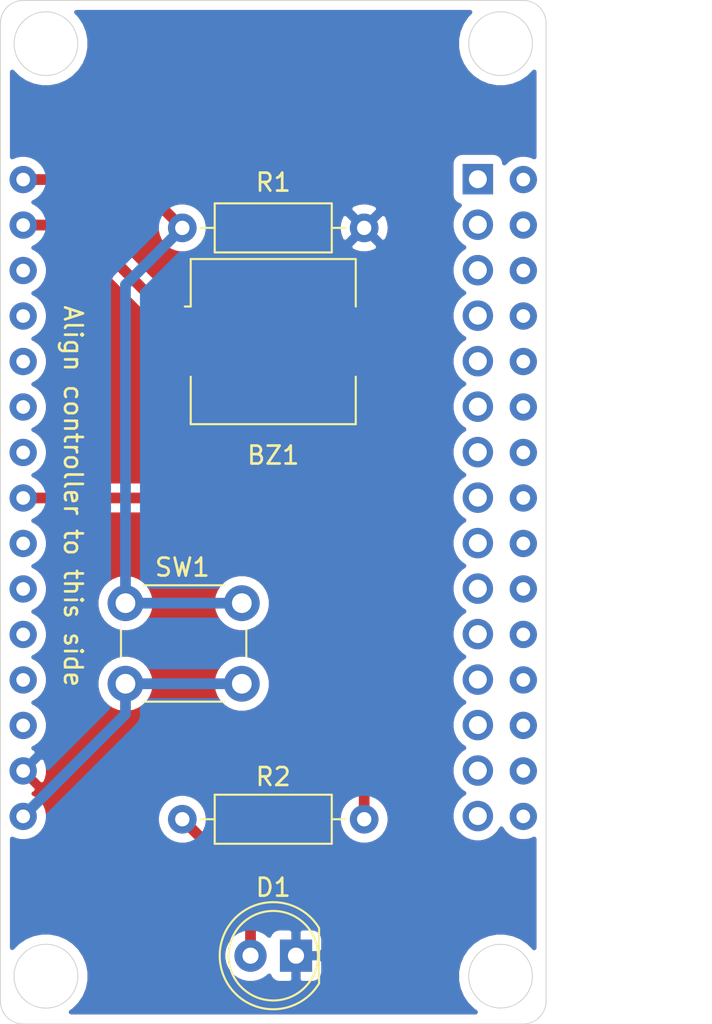
<source format=kicad_pcb>
(kicad_pcb (version 20171130) (host pcbnew 5.1.9)

  (general
    (thickness 1.6)
    (drawings 13)
    (tracks 15)
    (zones 0)
    (modules 9)
    (nets 32)
  )

  (page A4)
  (layers
    (0 F.Cu signal)
    (31 B.Cu signal)
    (32 B.Adhes user)
    (33 F.Adhes user)
    (34 B.Paste user)
    (35 F.Paste user)
    (36 B.SilkS user)
    (37 F.SilkS user)
    (38 B.Mask user)
    (39 F.Mask user)
    (40 Dwgs.User user)
    (41 Cmts.User user)
    (42 Eco1.User user)
    (43 Eco2.User user)
    (44 Edge.Cuts user)
    (45 Margin user)
    (46 B.CrtYd user)
    (47 F.CrtYd user)
    (48 B.Fab user)
    (49 F.Fab user)
  )

  (setup
    (last_trace_width 0.25)
    (trace_clearance 0.2)
    (zone_clearance 0.508)
    (zone_45_only no)
    (trace_min 0.2)
    (via_size 0.8)
    (via_drill 0.4)
    (via_min_size 0.4)
    (via_min_drill 0.3)
    (uvia_size 0.3)
    (uvia_drill 0.1)
    (uvias_allowed no)
    (uvia_min_size 0.2)
    (uvia_min_drill 0.1)
    (edge_width 0.05)
    (segment_width 0.2)
    (pcb_text_width 0.3)
    (pcb_text_size 1.5 1.5)
    (mod_edge_width 0.12)
    (mod_text_size 1 1)
    (mod_text_width 0.15)
    (pad_size 1.524 1.524)
    (pad_drill 0.762)
    (pad_to_mask_clearance 0)
    (aux_axis_origin 0 0)
    (visible_elements FFFFF77F)
    (pcbplotparams
      (layerselection 0x010fc_ffffffff)
      (usegerberextensions false)
      (usegerberattributes true)
      (usegerberadvancedattributes true)
      (creategerberjobfile true)
      (excludeedgelayer true)
      (linewidth 0.100000)
      (plotframeref false)
      (viasonmask false)
      (mode 1)
      (useauxorigin false)
      (hpglpennumber 1)
      (hpglpenspeed 20)
      (hpglpendiameter 15.000000)
      (psnegative false)
      (psa4output false)
      (plotreference true)
      (plotvalue true)
      (plotinvisibletext false)
      (padsonsilk false)
      (subtractmaskfromsilk false)
      (outputformat 1)
      (mirror false)
      (drillshape 0)
      (scaleselection 1)
      (outputdirectory "Gerber/"))
  )

  (net 0 "")
  (net 1 Buzzer)
  (net 2 LED)
  (net 3 Button)
  (net 4 VCC)
  (net 5 "Net-(U1-Pad1)")
  (net 6 "Net-(U1-Pad2)")
  (net 7 "Net-(U1-Pad3)")
  (net 8 "Net-(U1-Pad4)")
  (net 9 "Net-(U1-Pad5)")
  (net 10 "Net-(U1-Pad6)")
  (net 11 "Net-(U1-Pad7)")
  (net 12 "Net-(U1-Pad8)")
  (net 13 "Net-(U1-Pad9)")
  (net 14 "Net-(U1-Pad10)")
  (net 15 "Net-(U1-Pad11)")
  (net 16 "Net-(U1-Pad12)")
  (net 17 "Net-(U1-Pad13)")
  (net 18 "Net-(U1-Pad15)")
  (net 19 "Net-(U1-Pad27)")
  (net 20 "Net-(U1-Pad24)")
  (net 21 "Net-(U1-Pad25)")
  (net 22 "Net-(U1-Pad26)")
  (net 23 "Net-(U1-Pad28)")
  (net 24 "Net-(U1-Pad14)")
  (net 25 "Net-(U1-Pad21)")
  (net 26 "Net-(U1-Pad22)")
  (net 27 "Net-(U1-Pad18)")
  (net 28 "Net-(U1-Pad19)")
  (net 29 "Net-(U1-Pad20)")
  (net 30 GND)
  (net 31 "Net-(D1-Pad2)")

  (net_class Default "This is the default net class."
    (clearance 0.2)
    (trace_width 0.25)
    (via_dia 0.8)
    (via_drill 0.4)
    (uvia_dia 0.3)
    (uvia_drill 0.1)
    (add_net Button)
    (add_net Buzzer)
    (add_net GND)
    (add_net LED)
    (add_net "Net-(D1-Pad2)")
    (add_net "Net-(U1-Pad1)")
    (add_net "Net-(U1-Pad10)")
    (add_net "Net-(U1-Pad11)")
    (add_net "Net-(U1-Pad12)")
    (add_net "Net-(U1-Pad13)")
    (add_net "Net-(U1-Pad14)")
    (add_net "Net-(U1-Pad15)")
    (add_net "Net-(U1-Pad18)")
    (add_net "Net-(U1-Pad19)")
    (add_net "Net-(U1-Pad2)")
    (add_net "Net-(U1-Pad20)")
    (add_net "Net-(U1-Pad21)")
    (add_net "Net-(U1-Pad22)")
    (add_net "Net-(U1-Pad24)")
    (add_net "Net-(U1-Pad25)")
    (add_net "Net-(U1-Pad26)")
    (add_net "Net-(U1-Pad27)")
    (add_net "Net-(U1-Pad28)")
    (add_net "Net-(U1-Pad3)")
    (add_net "Net-(U1-Pad4)")
    (add_net "Net-(U1-Pad5)")
    (add_net "Net-(U1-Pad6)")
    (add_net "Net-(U1-Pad7)")
    (add_net "Net-(U1-Pad8)")
    (add_net "Net-(U1-Pad9)")
    (add_net VCC)
  )

  (module ESP8266:NodeMCU-LoLinV3 (layer B.Cu) (tedit 606107C6) (tstamp 5F96DF8B)
    (at 140.97 98.90125 180)
    (path /5F95B7BB)
    (fp_text reference U1 (at 0 0) (layer B.SilkS) hide
      (effects (font (size 1 1) (thickness 0.15)) (justify mirror))
    )
    (fp_text value "NodeMCU1.0(ESP-12E)" (at 0 29.21) (layer B.Fab)
      (effects (font (size 1 1) (thickness 0.15)) (justify mirror))
    )
    (pad 1 thru_hole circle (at -13.97 20.32 180) (size 1.524 1.524) (drill 0.762) (layers *.Cu *.Mask)
      (net 5 "Net-(U1-Pad1)"))
    (pad 2 thru_hole circle (at -13.97 17.78 180) (size 1.524 1.524) (drill 0.762) (layers *.Cu *.Mask)
      (net 6 "Net-(U1-Pad2)"))
    (pad 3 thru_hole circle (at -13.97 15.24 180) (size 1.524 1.524) (drill 0.762) (layers *.Cu *.Mask)
      (net 7 "Net-(U1-Pad3)"))
    (pad 4 thru_hole circle (at -13.97 12.7 180) (size 1.524 1.524) (drill 0.762) (layers *.Cu *.Mask)
      (net 8 "Net-(U1-Pad4)"))
    (pad 5 thru_hole circle (at -13.97 10.16 180) (size 1.524 1.524) (drill 0.762) (layers *.Cu *.Mask)
      (net 9 "Net-(U1-Pad5)"))
    (pad 6 thru_hole circle (at -13.97 7.62 180) (size 1.524 1.524) (drill 0.762) (layers *.Cu *.Mask)
      (net 10 "Net-(U1-Pad6)"))
    (pad 7 thru_hole circle (at -13.97 5.08 180) (size 1.524 1.524) (drill 0.762) (layers *.Cu *.Mask)
      (net 11 "Net-(U1-Pad7)"))
    (pad 8 thru_hole circle (at -13.97 2.54 180) (size 1.524 1.524) (drill 0.762) (layers *.Cu *.Mask)
      (net 12 "Net-(U1-Pad8)"))
    (pad 9 thru_hole circle (at -13.97 0 180) (size 1.524 1.524) (drill 0.762) (layers *.Cu *.Mask)
      (net 13 "Net-(U1-Pad9)"))
    (pad 10 thru_hole circle (at -13.97 -2.54 180) (size 1.524 1.524) (drill 0.762) (layers *.Cu *.Mask)
      (net 14 "Net-(U1-Pad10)"))
    (pad 11 thru_hole circle (at -13.97 -5.08 180) (size 1.524 1.524) (drill 0.762) (layers *.Cu *.Mask)
      (net 15 "Net-(U1-Pad11)"))
    (pad 12 thru_hole circle (at -13.97 -7.62 180) (size 1.524 1.524) (drill 0.762) (layers *.Cu *.Mask)
      (net 16 "Net-(U1-Pad12)"))
    (pad 13 thru_hole circle (at -13.97 -10.16 180) (size 1.524 1.524) (drill 0.762) (layers *.Cu *.Mask)
      (net 17 "Net-(U1-Pad13)"))
    (pad 14 thru_hole circle (at -13.97 -12.7 180) (size 1.524 1.524) (drill 0.762) (layers *.Cu *.Mask)
      (net 24 "Net-(U1-Pad14)"))
    (pad 15 thru_hole circle (at -13.97 -15.24 180) (size 1.524 1.524) (drill 0.762) (layers *.Cu *.Mask)
      (net 18 "Net-(U1-Pad15)"))
    (pad 16 thru_hole circle (at 13.97 -15.24 180) (size 1.524 1.524) (drill 0.762) (layers *.Cu *.Mask)
      (net 4 VCC))
    (pad 17 thru_hole circle (at 13.97 -12.7 180) (size 1.524 1.524) (drill 0.762) (layers *.Cu *.Mask)
      (net 30 GND))
    (pad 18 thru_hole circle (at 13.97 -10.16 180) (size 1.524 1.524) (drill 0.762) (layers *.Cu *.Mask)
      (net 27 "Net-(U1-Pad18)"))
    (pad 19 thru_hole circle (at 13.97 -7.62 180) (size 1.524 1.524) (drill 0.762) (layers *.Cu *.Mask)
      (net 28 "Net-(U1-Pad19)"))
    (pad 20 thru_hole circle (at 13.97 -5.08 180) (size 1.524 1.524) (drill 0.762) (layers *.Cu *.Mask)
      (net 29 "Net-(U1-Pad20)"))
    (pad 21 thru_hole circle (at 13.97 -2.54 180) (size 1.524 1.524) (drill 0.762) (layers *.Cu *.Mask)
      (net 25 "Net-(U1-Pad21)"))
    (pad 22 thru_hole circle (at 13.97 0 180) (size 1.524 1.524) (drill 0.762) (layers *.Cu *.Mask)
      (net 26 "Net-(U1-Pad22)"))
    (pad 23 thru_hole circle (at 13.97 2.54 180) (size 1.524 1.524) (drill 0.762) (layers *.Cu *.Mask)
      (net 2 LED))
    (pad 24 thru_hole circle (at 13.97 5.08 180) (size 1.524 1.524) (drill 0.762) (layers *.Cu *.Mask)
      (net 20 "Net-(U1-Pad24)"))
    (pad 25 thru_hole circle (at 13.97 7.62 180) (size 1.524 1.524) (drill 0.762) (layers *.Cu *.Mask)
      (net 21 "Net-(U1-Pad25)"))
    (pad 26 thru_hole circle (at 13.97 10.16 180) (size 1.524 1.524) (drill 0.762) (layers *.Cu *.Mask)
      (net 22 "Net-(U1-Pad26)"))
    (pad 27 thru_hole circle (at 13.97 12.7 180) (size 1.524 1.524) (drill 0.762) (layers *.Cu *.Mask)
      (net 19 "Net-(U1-Pad27)"))
    (pad 28 thru_hole circle (at 13.97 15.24 180) (size 1.524 1.524) (drill 0.762) (layers *.Cu *.Mask)
      (net 23 "Net-(U1-Pad28)"))
    (pad 29 thru_hole circle (at 13.97 17.78 180) (size 1.524 1.524) (drill 0.762) (layers *.Cu *.Mask)
      (net 1 Buzzer))
    (pad 30 thru_hole circle (at 13.97 20.32 180) (size 1.524 1.524) (drill 0.762) (layers *.Cu *.Mask)
      (net 3 Button))
  )

  (module Logos:raddedmc (layer F.Cu) (tedit 0) (tstamp 60616F68)
    (at 140.97 74.93 90)
    (fp_text reference G*** (at 0 0 90) (layer F.SilkS) hide
      (effects (font (size 1.524 1.524) (thickness 0.3)))
    )
    (fp_text value LOGO (at 0.75 0 90) (layer F.SilkS) hide
      (effects (font (size 1.524 1.524) (thickness 0.3)))
    )
    (fp_poly (pts (xy -0.412274 -6.18026) (xy -0.379162 -6.170331) (xy -0.337189 -6.150904) (xy -0.281273 -6.11964)
      (xy -0.20938 -6.076082) (xy -0.175397 -6.055122) (xy -0.118404 -6.020029) (xy -0.040125 -5.971862)
      (xy 0.057714 -5.911681) (xy 0.17339 -5.840547) (xy 0.305178 -5.759518) (xy 0.451352 -5.669655)
      (xy 0.610188 -5.572017) (xy 0.779961 -5.467664) (xy 0.958948 -5.357657) (xy 1.145422 -5.243055)
      (xy 1.337659 -5.124917) (xy 1.533935 -5.004304) (xy 1.732525 -4.882275) (xy 1.931704 -4.75989)
      (xy 2.129747 -4.638209) (xy 2.32493 -4.518293) (xy 2.515527 -4.401199) (xy 2.699816 -4.28799)
      (xy 2.876069 -4.179723) (xy 3.042564 -4.077459) (xy 3.197574 -3.982259) (xy 3.339376 -3.895181)
      (xy 3.466245 -3.817286) (xy 3.576456 -3.749633) (xy 3.668283 -3.693282) (xy 3.686629 -3.682027)
      (xy 3.87595 -3.565874) (xy 4.042083 -3.463884) (xy 4.186586 -3.375052) (xy 4.31102 -3.298371)
      (xy 4.416947 -3.232834) (xy 4.505926 -3.177437) (xy 4.579517 -3.131172) (xy 4.639282 -3.093034)
      (xy 4.686779 -3.062017) (xy 4.723571 -3.037114) (xy 4.751217 -3.01732) (xy 4.771277 -3.001628)
      (xy 4.785313 -2.989033) (xy 4.794884 -2.978527) (xy 4.80155 -2.969106) (xy 4.806873 -2.959763)
      (xy 4.806898 -2.959716) (xy 4.829908 -2.890121) (xy 4.829582 -2.817528) (xy 4.806203 -2.751719)
      (xy 4.8006 -2.742851) (xy 4.782038 -2.723158) (xy 4.746514 -2.69461) (xy 4.692566 -2.656224)
      (xy 4.618731 -2.607016) (xy 4.523546 -2.546001) (xy 4.405549 -2.472196) (xy 4.318 -2.418173)
      (xy 4.247894 -2.375093) (xy 4.155113 -2.318081) (xy 4.041715 -2.248402) (xy 3.909758 -2.16732)
      (xy 3.7613 -2.076099) (xy 3.598399 -1.976004) (xy 3.423113 -1.8683) (xy 3.237501 -1.754252)
      (xy 3.04362 -1.635123) (xy 2.843528 -1.512179) (xy 2.639283 -1.386683) (xy 2.432944 -1.259901)
      (xy 2.271486 -1.160696) (xy 0.674915 -0.179713) (xy 0.667658 2.947258) (xy 0.666783 3.312526)
      (xy 0.665914 3.649794) (xy 0.665044 3.960095) (xy 0.664162 4.244457) (xy 0.663262 4.50391)
      (xy 0.662333 4.739485) (xy 0.661368 4.952212) (xy 0.660358 5.143121) (xy 0.659295 5.313241)
      (xy 0.658169 5.463603) (xy 0.656972 5.595236) (xy 0.655697 5.709172) (xy 0.654333 5.806439)
      (xy 0.652872 5.888069) (xy 0.651307 5.95509) (xy 0.649628 6.008533) (xy 0.647827 6.049428)
      (xy 0.645894 6.078805) (xy 0.643823 6.097695) (xy 0.641603 6.107126) (xy 0.641331 6.107663)
      (xy 0.601697 6.151339) (xy 0.544396 6.183083) (xy 0.480098 6.197278) (xy 0.470638 6.197546)
      (xy 0.441303 6.194775) (xy 0.408191 6.184846) (xy 0.366218 6.165419) (xy 0.310302 6.134155)
      (xy 0.238409 6.090597) (xy 0.204426 6.069637) (xy 0.147433 6.034544) (xy 0.069155 5.986377)
      (xy -0.028685 5.926196) (xy -0.144361 5.855062) (xy -0.276148 5.774033) (xy -0.422322 5.68417)
      (xy -0.581159 5.586532) (xy -0.750932 5.482179) (xy -0.929918 5.372172) (xy -1.116392 5.25757)
      (xy -1.30863 5.139432) (xy -1.504906 5.018819) (xy -1.703495 4.89679) (xy -1.902674 4.774405)
      (xy -2.100717 4.652724) (xy -2.2959 4.532808) (xy -2.486498 4.415714) (xy -2.670786 4.302505)
      (xy -2.84704 4.194238) (xy -3.013534 4.091974) (xy -3.168545 3.996774) (xy -3.310347 3.909696)
      (xy -3.437216 3.831801) (xy -3.547426 3.764148) (xy -3.639254 3.707797) (xy -3.6576 3.696542)
      (xy -3.846921 3.580389) (xy -4.013053 3.478399) (xy -4.157556 3.389567) (xy -4.281991 3.312886)
      (xy -4.387918 3.247349) (xy -4.476896 3.191952) (xy -4.550488 3.145687) (xy -4.610252 3.107549)
      (xy -4.65775 3.076532) (xy -4.694542 3.051629) (xy -4.722188 3.031835) (xy -4.742248 3.016143)
      (xy -4.756284 3.003548) (xy -4.765854 2.993042) (xy -4.772521 2.983621) (xy -4.777844 2.974278)
      (xy -4.777869 2.974231) (xy -4.800879 2.904636) (xy -4.800665 2.856916) (xy -4.092974 2.856916)
      (xy -4.091292 2.883775) (xy -4.084901 2.909023) (xy -4.07166 2.934361) (xy -4.049431 2.961491)
      (xy -4.016073 2.992114) (xy -3.969449 3.027933) (xy -3.907418 3.070648) (xy -3.827842 3.121962)
      (xy -3.728581 3.183577) (xy -3.607496 3.257193) (xy -3.534228 3.301364) (xy -3.43687 3.360308)
      (xy -3.324255 3.429064) (xy -3.205663 3.501932) (xy -3.090373 3.573211) (xy -2.989942 3.635772)
      (xy -2.892633 3.696519) (xy -2.788471 3.761249) (xy -2.685097 3.825233) (xy -2.590151 3.883745)
      (xy -2.511271 3.932057) (xy -2.503714 3.93666) (xy -2.419335 3.988079) (xy -2.328683 4.043404)
      (xy -2.241196 4.096872) (xy -2.16631 4.142717) (xy -2.148114 4.153877) (xy -2.083014 4.19381)
      (xy -2.001187 4.243985) (xy -1.910658 4.299483) (xy -1.819452 4.355383) (xy -1.763485 4.389678)
      (xy -1.686299 4.437023) (xy -1.614229 4.481328) (xy -1.552304 4.519493) (xy -1.505549 4.548421)
      (xy -1.480457 4.564087) (xy -1.43057 4.595379) (xy -1.366189 4.635381) (xy -1.290869 4.68192)
      (xy -1.208167 4.732824) (xy -1.121638 4.785919) (xy -1.034838 4.839034) (xy -0.951322 4.889995)
      (xy -0.874646 4.936629) (xy -0.808366 4.976765) (xy -0.756037 5.00823) (xy -0.721214 5.02885)
      (xy -0.707455 5.036453) (xy -0.707412 5.036458) (xy -0.693595 5.043754) (xy -0.658742 5.06419)
      (xy -0.606471 5.095585) (xy -0.540403 5.135755) (xy -0.464157 5.182521) (xy -0.426443 5.205784)
      (xy -0.287166 5.291705) (xy -0.170301 5.36321) (xy -0.073619 5.421224) (xy 0.005111 5.466675)
      (xy 0.068118 5.500491) (xy 0.117632 5.523599) (xy 0.155881 5.536925) (xy 0.185097 5.541399)
      (xy 0.207508 5.537946) (xy 0.225344 5.527494) (xy 0.240834 5.51097) (xy 0.255997 5.489616)
      (xy 0.287949 5.442032) (xy 0.289488 2.8721) (xy 0.289677 2.551876) (xy 0.289834 2.259398)
      (xy 0.289946 1.993382) (xy 0.289998 1.752545) (xy 0.289977 1.535604) (xy 0.289869 1.341276)
      (xy 0.28966 1.168278) (xy 0.289336 1.015327) (xy 0.288885 0.88114) (xy 0.28829 0.764432)
      (xy 0.28754 0.663923) (xy 0.286621 0.578327) (xy 0.285517 0.506363) (xy 0.284216 0.446747)
      (xy 0.282704 0.398195) (xy 0.280967 0.359426) (xy 0.278991 0.329155) (xy 0.276763 0.3061)
      (xy 0.274268 0.288977) (xy 0.271493 0.276503) (xy 0.268424 0.267396) (xy 0.265047 0.260372)
      (xy 0.261348 0.254147) (xy 0.261334 0.254124) (xy 0.228697 0.212265) (xy 0.192024 0.192598)
      (xy 0.153961 0.188686) (xy 0.135234 0.196048) (xy 0.095146 0.216842) (xy 0.03696 0.249133)
      (xy -0.036059 0.290984) (xy -0.120647 0.340459) (xy -0.213538 0.395621) (xy -0.31147 0.454535)
      (xy -0.411177 0.515263) (xy -0.509395 0.57587) (xy -0.60286 0.63442) (xy -0.674914 0.68034)
      (xy -0.701322 0.696925) (xy -0.747557 0.725546) (xy -0.808653 0.763146) (xy -0.879641 0.806667)
      (xy -0.943428 0.845651) (xy -1.030881 0.89909) (xy -1.124065 0.956146) (xy -1.214365 1.011537)
      (xy -1.293164 1.05998) (xy -1.328057 1.081487) (xy -1.379512 1.113195) (xy -1.450631 1.156951)
      (xy -1.538158 1.210755) (xy -1.638834 1.272607) (xy -1.7494 1.340509) (xy -1.8666 1.412462)
      (xy -1.987174 1.486465) (xy -2.107865 1.560521) (xy -2.225415 1.632629) (xy -2.336566 1.700791)
      (xy -2.43806 1.763007) (xy -2.526639 1.817279) (xy -2.599045 1.861606) (xy -2.65202 1.893991)
      (xy -2.673879 1.907317) (xy -2.809912 1.990427) (xy -2.929589 2.064403) (xy -3.041648 2.134711)
      (xy -3.154825 2.206814) (xy -3.229428 2.254844) (xy -3.305439 2.303522) (xy -3.398721 2.362607)
      (xy -3.501767 2.427382) (xy -3.607071 2.493132) (xy -3.707126 2.555141) (xy -3.722914 2.564872)
      (xy -3.829838 2.631145) (xy -3.914302 2.684724) (xy -3.978867 2.727632) (xy -4.026097 2.76189)
      (xy -4.058553 2.789521) (xy -4.078797 2.812547) (xy -4.089391 2.832989) (xy -4.092898 2.85287)
      (xy -4.092974 2.856916) (xy -4.800665 2.856916) (xy -4.800552 2.832043) (xy -4.777174 2.766234)
      (xy -4.771571 2.757366) (xy -4.753009 2.737673) (xy -4.717485 2.709125) (xy -4.663537 2.670739)
      (xy -4.589701 2.621531) (xy -4.494517 2.560516) (xy -4.376519 2.486711) (xy -4.288971 2.432688)
      (xy -4.218865 2.389608) (xy -4.126084 2.332596) (xy -4.012685 2.262917) (xy -3.880728 2.181835)
      (xy -3.73227 2.090614) (xy -3.56937 1.990519) (xy -3.394084 1.882815) (xy -3.208472 1.768767)
      (xy -3.01459 1.649638) (xy -2.814499 1.526694) (xy -2.610254 1.401198) (xy -2.403915 1.274416)
      (xy -2.242457 1.175211) (xy -0.645885 0.194228) (xy -0.638628 -2.932743) (xy -0.637753 -3.298011)
      (xy -0.636885 -3.635279) (xy -0.636014 -3.94558) (xy -0.635133 -4.229942) (xy -0.634232 -4.489395)
      (xy -0.633304 -4.72497) (xy -0.632339 -4.937697) (xy -0.631329 -5.128606) (xy -0.630265 -5.298726)
      (xy -0.629332 -5.423469) (xy -0.261648 -5.423469) (xy -0.257824 -2.845992) (xy -0.257317 -2.553277)
      (xy -0.256686 -2.272173) (xy -0.25594 -2.003926) (xy -0.255086 -1.749782) (xy -0.254133 -1.510987)
      (xy -0.253088 -1.288788) (xy -0.25196 -1.084432) (xy -0.250757 -0.899163) (xy -0.249487 -0.734228)
      (xy -0.248157 -0.590874) (xy -0.246777 -0.470348) (xy -0.245353 -0.373894) (xy -0.243895 -0.30276)
      (xy -0.24241 -0.258191) (xy -0.240942 -0.2415) (xy -0.21091 -0.209392) (xy -0.163994 -0.190147)
      (xy -0.110829 -0.187388) (xy -0.092698 -0.190992) (xy -0.067848 -0.201974) (xy -0.022158 -0.226209)
      (xy 0.040609 -0.261538) (xy 0.116691 -0.305807) (xy 0.202326 -0.356857) (xy 0.293273 -0.412237)
      (xy 0.372359 -0.460871) (xy 0.472342 -0.522311) (xy 0.58937 -0.594195) (xy 0.719594 -0.674156)
      (xy 0.859161 -0.759832) (xy 1.00422 -0.848858) (xy 1.15092 -0.938869) (xy 1.295409 -1.0275)
      (xy 1.335315 -1.051974) (xy 1.46804 -1.133399) (xy 1.595684 -1.21176) (xy 1.715672 -1.285474)
      (xy 1.825431 -1.352956) (xy 1.922387 -1.412624) (xy 2.003965 -1.462892) (xy 2.067591 -1.502178)
      (xy 2.110692 -1.528898) (xy 2.126343 -1.538689) (xy 2.157734 -1.558291) (xy 2.210694 -1.5911)
      (xy 2.282044 -1.635156) (xy 2.368603 -1.688499) (xy 2.467188 -1.74917) (xy 2.57462 -1.815208)
      (xy 2.687717 -1.884653) (xy 2.728266 -1.909534) (xy 2.843387 -1.980293) (xy 2.954587 -2.048897)
      (xy 3.05857 -2.113294) (xy 3.152038 -2.171431) (xy 3.231695 -2.221257) (xy 3.294244 -2.260719)
      (xy 3.336387 -2.287765) (xy 3.345123 -2.293528) (xy 3.386108 -2.320256) (xy 3.447084 -2.359161)
      (xy 3.523295 -2.40725) (xy 3.609982 -2.461528) (xy 3.702387 -2.519004) (xy 3.770259 -2.560977)
      (xy 3.857869 -2.615679) (xy 3.937559 -2.666707) (xy 4.005874 -2.711746) (xy 4.059356 -2.748478)
      (xy 4.09455 -2.774589) (xy 4.107717 -2.787066) (xy 4.121252 -2.840222) (xy 4.11302 -2.899086)
      (xy 4.099168 -2.929869) (xy 4.092204 -2.941327) (xy 4.084346 -2.952079) (xy 4.073326 -2.963629)
      (xy 4.056877 -2.97748) (xy 4.032732 -2.995136) (xy 3.998624 -3.0181) (xy 3.952287 -3.047875)
      (xy 3.891451 -3.085966) (xy 3.813852 -3.133875) (xy 3.71722 -3.193106) (xy 3.59929 -3.265162)
      (xy 3.526972 -3.309313) (xy 3.417407 -3.376304) (xy 3.309521 -3.442464) (xy 3.207372 -3.505289)
      (xy 3.115018 -3.562277) (xy 3.036514 -3.610927) (xy 2.97592 -3.648735) (xy 2.9464 -3.667366)
      (xy 2.88968 -3.70313) (xy 2.81481 -3.749818) (xy 2.728462 -3.803298) (xy 2.637306 -3.859439)
      (xy 2.548012 -3.91411) (xy 2.547258 -3.914571) (xy 2.486153 -3.951918) (xy 2.403528 -4.002518)
      (xy 2.302582 -4.064407) (xy 2.186515 -4.135621) (xy 2.058525 -4.214196) (xy 1.921813 -4.298168)
      (xy 1.779578 -4.385573) (xy 1.635019 -4.474446) (xy 1.527297 -4.5407) (xy 1.392682 -4.623451)
      (xy 1.265502 -4.701516) (xy 1.147891 -4.773591) (xy 1.041983 -4.838376) (xy 0.949913 -4.894568)
      (xy 0.873814 -4.940864) (xy 0.815819 -4.975962) (xy 0.778064 -4.998561) (xy 0.762683 -5.007358)
      (xy 0.762461 -5.007428) (xy 0.748311 -5.014806) (xy 0.712238 -5.035831) (xy 0.656979 -5.068838)
      (xy 0.585273 -5.112161) (xy 0.499858 -5.164136) (xy 0.403473 -5.223099) (xy 0.298857 -5.287383)
      (xy 0.188746 -5.355326) (xy 0.108858 -5.404796) (xy 0.018973 -5.459205) (xy -0.050911 -5.49752)
      (xy -0.104441 -5.520481) (xy -0.145267 -5.528826) (xy -0.177038 -5.523294) (xy -0.203401 -5.504624)
      (xy -0.228007 -5.473555) (xy -0.228328 -5.473077) (xy -0.261648 -5.423469) (xy -0.629332 -5.423469)
      (xy -0.62914 -5.449088) (xy -0.627943 -5.580721) (xy -0.626667 -5.694657) (xy -0.625303 -5.791924)
      (xy -0.623843 -5.873554) (xy -0.622278 -5.940575) (xy -0.620599 -5.994018) (xy -0.618797 -6.034913)
      (xy -0.616865 -6.06429) (xy -0.614793 -6.08318) (xy -0.612574 -6.092611) (xy -0.612302 -6.093148)
      (xy -0.572667 -6.136824) (xy -0.515367 -6.168568) (xy -0.451069 -6.182763) (xy -0.441608 -6.183031)
      (xy -0.412274 -6.18026)) (layer F.Mask) (width 0.01))
  )

  (module Logos:raddedmc2 (layer B.Cu) (tedit 0) (tstamp 60616D90)
    (at 144.78 96.012 270)
    (fp_text reference G*** (at 0 0 270) (layer B.SilkS) hide
      (effects (font (size 1.524 1.524) (thickness 0.3)) (justify mirror))
    )
    (fp_text value LOGO (at 0.75 0 270) (layer B.SilkS) hide
      (effects (font (size 1.524 1.524) (thickness 0.3)) (justify mirror))
    )
    (fp_poly (pts (xy 19.92884 2.811441) (xy 20.049354 2.808148) (xy 20.154693 2.802807) (xy 20.249954 2.794778)
      (xy 20.340233 2.783422) (xy 20.430627 2.7681) (xy 20.526231 2.748171) (xy 20.630462 2.723415)
      (xy 20.792572 2.6797) (xy 20.93951 2.632109) (xy 21.076358 2.578402) (xy 21.208199 2.516338)
      (xy 21.340115 2.443677) (xy 21.477188 2.358178) (xy 21.513487 2.334113) (xy 21.675084 2.214161)
      (xy 21.828311 2.077083) (xy 21.971337 1.924991) (xy 22.102328 1.759998) (xy 22.219453 1.584217)
      (xy 22.317207 1.40716) (xy 22.352321 1.334609) (xy 22.377743 1.276379) (xy 22.394347 1.229433)
      (xy 22.403007 1.190735) (xy 22.404597 1.157248) (xy 22.399991 1.125936) (xy 22.399137 1.122469)
      (xy 22.38075 1.078778) (xy 22.351583 1.04033) (xy 22.316567 1.012544) (xy 22.289539 1.001984)
      (xy 22.270317 1.000229) (xy 22.233732 0.998822) (xy 22.18239 0.997749) (xy 22.1189 0.996998)
      (xy 22.045871 0.996553) (xy 21.965909 0.996402) (xy 21.881625 0.996531) (xy 21.795624 0.996925)
      (xy 21.710517 0.997572) (xy 21.628909 0.998458) (xy 21.553411 0.999568) (xy 21.486629 1.00089)
      (xy 21.431172 1.002408) (xy 21.389648 1.004111) (xy 21.364665 1.005984) (xy 21.359522 1.006876)
      (xy 21.32325 1.024795) (xy 21.287528 1.058229) (xy 21.250794 1.10887) (xy 21.225621 1.151839)
      (xy 21.165609 1.248118) (xy 21.091945 1.345231) (xy 21.00893 1.438479) (xy 20.920866 1.523164)
      (xy 20.832054 1.594585) (xy 20.800493 1.616298) (xy 20.669197 1.692254) (xy 20.526334 1.756929)
      (xy 20.378078 1.80791) (xy 20.230603 1.842786) (xy 20.21332 1.845763) (xy 20.144062 1.854416)
      (xy 20.059943 1.860515) (xy 19.96572 1.864089) (xy 19.866149 1.865165) (xy 19.765986 1.863775)
      (xy 19.669988 1.859945) (xy 19.582911 1.853707) (xy 19.509511 1.845088) (xy 19.48688 1.841321)
      (xy 19.376062 1.816023) (xy 19.258582 1.780556) (xy 19.143359 1.737791) (xy 19.081177 1.710819)
      (xy 19.045627 1.695658) (xy 19.017347 1.68588) (xy 19.001074 1.683046) (xy 18.999199 1.683831)
      (xy 18.99397 1.696383) (xy 18.984993 1.724069) (xy 18.973679 1.762365) (xy 18.965076 1.79324)
      (xy 18.942603 1.87352) (xy 18.914754 1.968873) (xy 18.881227 2.080301) (xy 18.84172 2.208808)
      (xy 18.79593 2.355397) (xy 18.789725 2.375119) (xy 18.770444 2.437022) (xy 18.753444 2.492869)
      (xy 18.739631 2.539582) (xy 18.72991 2.57408) (xy 18.725187 2.593282) (xy 18.72488 2.595684)
      (xy 18.734306 2.604772) (xy 18.760773 2.617749) (xy 18.801564 2.633755) (xy 18.853964 2.651931)
      (xy 18.915256 2.671418) (xy 18.982723 2.691357) (xy 19.053648 2.710888) (xy 19.125316 2.729153)
      (xy 19.19501 2.745292) (xy 19.204057 2.747247) (xy 19.313994 2.769453) (xy 19.414527 2.786539)
      (xy 19.51074 2.798954) (xy 19.607717 2.80715) (xy 19.710541 2.811577) (xy 19.824295 2.812685)
      (xy 19.92884 2.811441)) (layer B.Mask) (width 0.01))
    (fp_poly (pts (xy 15.543742 2.763216) (xy 15.620607 2.762798) (xy 15.691679 2.762122) (xy 15.754058 2.761189)
      (xy 15.804843 2.760001) (xy 15.841133 2.758559) (xy 15.860027 2.756863) (xy 15.860077 2.756853)
      (xy 15.893695 2.742137) (xy 15.92806 2.714642) (xy 15.95689 2.680655) (xy 15.973908 2.646465)
      (xy 15.975051 2.641723) (xy 15.97564 2.628733) (xy 15.976214 2.596286) (xy 15.976773 2.545244)
      (xy 15.977314 2.476471) (xy 15.977834 2.390828) (xy 15.978331 2.289179) (xy 15.978804 2.172387)
      (xy 15.97925 2.041313) (xy 15.979667 1.896821) (xy 15.980053 1.739773) (xy 15.980405 1.571032)
      (xy 15.980721 1.391462) (xy 15.981 1.201923) (xy 15.981238 1.00328) (xy 15.981434 0.796395)
      (xy 15.981586 0.582131) (xy 15.981692 0.361349) (xy 15.981748 0.134914) (xy 15.981758 -0.005079)
      (xy 15.981732 -0.234529) (xy 15.981656 -0.458849) (xy 15.981532 -0.677176) (xy 15.981363 -0.888648)
      (xy 15.981149 -1.092403) (xy 15.980895 -1.287576) (xy 15.980601 -1.473307) (xy 15.980271 -1.648732)
      (xy 15.979905 -1.812988) (xy 15.979507 -1.965212) (xy 15.979079 -2.104543) (xy 15.978622 -2.230117)
      (xy 15.978139 -2.341071) (xy 15.977632 -2.436543) (xy 15.977104 -2.51567) (xy 15.976556 -2.57759)
      (xy 15.975991 -2.621439) (xy 15.97541 -2.646355) (xy 15.975051 -2.651882) (xy 15.95836 -2.690496)
      (xy 15.927512 -2.726461) (xy 15.888471 -2.75431) (xy 15.847792 -2.768493) (xy 15.827609 -2.769894)
      (xy 15.789729 -2.771016) (xy 15.736772 -2.771837) (xy 15.671357 -2.772338) (xy 15.596107 -2.772498)
      (xy 15.51364 -2.772295) (xy 15.43304 -2.771766) (xy 15.331923 -2.770865) (xy 15.249047 -2.769848)
      (xy 15.182332 -2.768406) (xy 15.129699 -2.766227) (xy 15.08907 -2.763002) (xy 15.058365 -2.758419)
      (xy 15.035506 -2.752169) (xy 15.018414 -2.74394) (xy 15.005009 -2.733423) (xy 14.993214 -2.720307)
      (xy 14.980949 -2.704281) (xy 14.98092 -2.704242) (xy 14.978191 -2.700313) (xy 14.975713 -2.695503)
      (xy 14.973472 -2.688841) (xy 14.971451 -2.679358) (xy 14.969635 -2.666084) (xy 14.968007 -2.648049)
      (xy 14.966552 -2.624282) (xy 14.965255 -2.593814) (xy 14.964099 -2.555675) (xy 14.963069 -2.508895)
      (xy 14.962149 -2.452504) (xy 14.961324 -2.385532) (xy 14.960577 -2.307008) (xy 14.959894 -2.215963)
      (xy 14.959257 -2.111427) (xy 14.958652 -1.99243) (xy 14.958063 -1.858002) (xy 14.957473 -1.707173)
      (xy 14.956868 -1.538973) (xy 14.956232 -1.352432) (xy 14.955548 -1.146579) (xy 14.95552 -1.13792)
      (xy 14.95044 0.40132) (xy 14.926425 0.35052) (xy 14.911586 0.318605) (xy 14.891736 0.27521)
      (xy 14.87011 0.227429) (xy 14.859235 0.2032) (xy 14.84443 0.17039) (xy 14.822491 0.122161)
      (xy 14.794805 0.061539) (xy 14.762756 -0.008447) (xy 14.727732 -0.084768) (xy 14.691118 -0.164397)
      (xy 14.668568 -0.21336) (xy 14.624106 -0.309857) (xy 14.575317 -0.415777) (xy 14.522865 -0.529678)
      (xy 14.467413 -0.650119) (xy 14.409625 -0.775658) (xy 14.350162 -0.904854) (xy 14.289688 -1.036265)
      (xy 14.228867 -1.168449) (xy 14.16836 -1.299966) (xy 14.108832 -1.429373) (xy 14.050945 -1.555229)
      (xy 13.995363 -1.676093) (xy 13.942747 -1.790523) (xy 13.893763 -1.897077) (xy 13.849071 -1.994314)
      (xy 13.809336 -2.080793) (xy 13.775221 -2.155072) (xy 13.747388 -2.21571) (xy 13.726501 -2.261264)
      (xy 13.713223 -2.290294) (xy 13.710552 -2.29616) (xy 13.662646 -2.401144) (xy 13.621908 -2.489046)
      (xy 13.587413 -2.561424) (xy 13.558234 -2.619833) (xy 13.533445 -2.665829) (xy 13.512118 -2.700969)
      (xy 13.493328 -2.72681) (xy 13.476148 -2.744906) (xy 13.459651 -2.756816) (xy 13.44291 -2.764095)
      (xy 13.430019 -2.767376) (xy 13.408097 -2.769598) (xy 13.369983 -2.771224) (xy 13.319211 -2.772283)
      (xy 13.259319 -2.772804) (xy 13.193841 -2.772815) (xy 13.126312 -2.772344) (xy 13.060268 -2.771421)
      (xy 12.999245 -2.770074) (xy 12.946778 -2.768331) (xy 12.906401 -2.766222) (xy 12.881652 -2.763774)
      (xy 12.877545 -2.762905) (xy 12.851532 -2.751464) (xy 12.82673 -2.73148) (xy 12.801605 -2.70078)
      (xy 12.774621 -2.657191) (xy 12.744242 -2.598541) (xy 12.710969 -2.52718) (xy 12.685095 -2.470178)
      (xy 12.65295 -2.400003) (xy 12.616935 -2.321859) (xy 12.579451 -2.240949) (xy 12.542899 -2.162477)
      (xy 12.528142 -2.13094) (xy 12.493943 -2.057713) (xy 12.453729 -1.971179) (xy 12.4099 -1.876527)
      (xy 12.364854 -1.778946) (xy 12.320991 -1.683627) (xy 12.28071 -1.595757) (xy 12.280418 -1.59512)
      (xy 12.241825 -1.510919) (xy 12.201121 -1.42245) (xy 12.160354 -1.334143) (xy 12.121575 -1.25043)
      (xy 12.086833 -1.175743) (xy 12.058179 -1.114513) (xy 12.054851 -1.10744) (xy 12.021749 -1.036811)
      (xy 11.985832 -0.959629) (xy 11.950167 -0.882514) (xy 11.917819 -0.812093) (xy 11.897319 -0.76708)
      (xy 11.876948 -0.722347) (xy 11.849483 -0.662398) (xy 11.816403 -0.590442) (xy 11.779185 -0.509685)
      (xy 11.739309 -0.423336) (xy 11.698251 -0.334602) (xy 11.658526 -0.24892) (xy 11.617911 -0.161247)
      (xy 11.577212 -0.07308) (xy 11.537876 0.012421) (xy 11.501351 0.092099) (xy 11.469086 0.162795)
      (xy 11.442527 0.22135) (xy 11.423321 0.26416) (xy 11.398824 0.318773) (xy 11.375159 0.37058)
      (xy 11.35444 0.415014) (xy 11.338785 0.447508) (xy 11.333861 0.4572) (xy 11.318853 0.487352)
      (xy 11.299182 0.529028) (xy 11.278196 0.575079) (xy 11.269639 0.59436) (xy 11.24733 0.644227)
      (xy 11.220349 0.703242) (xy 11.192895 0.76227) (xy 11.178614 0.79248) (xy 11.153401 0.845737)
      (xy 11.126767 0.902533) (xy 11.102623 0.95451) (xy 11.090713 0.98044) (xy 11.071643 1.021605)
      (xy 11.053677 1.059293) (xy 11.039958 1.086938) (xy 11.03719 1.0922) (xy 11.029151 1.107662)
      (xy 11.01301 1.139184) (xy 10.989822 1.184688) (xy 10.960644 1.242096) (xy 10.92653 1.309329)
      (xy 10.888538 1.384309) (xy 10.847723 1.464957) (xy 10.828142 1.50368) (xy 10.784708 1.589076)
      (xy 10.742 1.672063) (xy 10.701337 1.750151) (xy 10.664037 1.820847) (xy 10.631417 1.881659)
      (xy 10.604797 1.930093) (xy 10.585493 1.963658) (xy 10.580958 1.97104) (xy 10.551699 2.020292)
      (xy 10.521837 2.075404) (xy 10.496608 2.126584) (xy 10.490555 2.140101) (xy 10.47069 2.184283)
      (xy 10.450137 2.227282) (xy 10.43268 2.261236) (xy 10.429409 2.267101) (xy 10.414626 2.295554)
      (xy 10.40544 2.318222) (xy 10.403962 2.325362) (xy 10.399919 2.340495) (xy 10.389234 2.368889)
      (xy 10.373893 2.405408) (xy 10.367039 2.420828) (xy 10.348989 2.462427) (xy 10.338453 2.493324)
      (xy 10.333872 2.521) (xy 10.333691 2.552936) (xy 10.334917 2.57524) (xy 10.343157 2.635887)
      (xy 10.360411 2.682128) (xy 10.38885 2.718691) (xy 10.408265 2.735064) (xy 10.4394 2.75844)
      (xy 11.263941 2.75844) (xy 11.301184 2.730034) (xy 11.30982 2.723341) (xy 11.317784 2.716376)
      (xy 11.325775 2.707744) (xy 11.334495 2.696047) (xy 11.344643 2.679892) (xy 11.35692 2.657883)
      (xy 11.372026 2.628624) (xy 11.390662 2.59072) (xy 11.413528 2.542774) (xy 11.441324 2.483393)
      (xy 11.474751 2.41118) (xy 11.514509 2.324739) (xy 11.561299 2.222676) (xy 11.61582 2.103594)
      (xy 11.618362 2.09804) (xy 11.690077 1.941392) (xy 11.754092 1.801587) (xy 11.811159 1.676989)
      (xy 11.86203 1.565959) (xy 11.907456 1.466863) (xy 11.948188 1.378064) (xy 11.984977 1.297924)
      (xy 12.018575 1.224808) (xy 12.049734 1.157078) (xy 12.079203 1.093099) (xy 12.107735 1.031233)
      (xy 12.136081 0.969843) (xy 12.164056 0.90932) (xy 12.198278 0.835192) (xy 12.238877 0.747055)
      (xy 12.283792 0.649392) (xy 12.330968 0.546682) (xy 12.378344 0.443406) (xy 12.423863 0.344042)
      (xy 12.451112 0.28448) (xy 12.491085 0.197133) (xy 12.531387 0.109217) (xy 12.570536 0.023951)
      (xy 12.607054 -0.055447) (xy 12.63946 -0.125757) (xy 12.666274 -0.183763) (xy 12.684743 -0.22352)
      (xy 12.703606 -0.264145) (xy 12.729653 -0.320522) (xy 12.761626 -0.389918) (xy 12.79827 -0.4696)
      (xy 12.838329 -0.556837) (xy 12.880546 -0.648894) (xy 12.923666 -0.74304) (xy 12.950934 -0.80264)
      (xy 12.991136 -0.890359) (xy 13.02892 -0.972439) (xy 13.06342 -1.047023) (xy 13.093769 -1.112254)
      (xy 13.119101 -1.166275) (xy 13.138549 -1.207229) (xy 13.151246 -1.23326) (xy 13.156226 -1.242438)
      (xy 13.15874 -1.241752) (xy 13.163411 -1.235773) (xy 13.17071 -1.223503) (xy 13.181106 -1.203943)
      (xy 13.195069 -1.176093) (xy 13.213069 -1.138954) (xy 13.235575 -1.091527) (xy 13.263057 -1.032813)
      (xy 13.295986 -0.961814) (xy 13.33483 -0.877529) (xy 13.38006 -0.77896) (xy 13.432146 -0.665108)
      (xy 13.491557 -0.534974) (xy 13.558763 -0.387558) (xy 13.575638 -0.35052) (xy 13.615408 -0.263336)
      (xy 13.655684 -0.175249) (xy 13.694943 -0.089574) (xy 13.731664 -0.009626) (xy 13.764324 0.061279)
      (xy 13.7914 0.119825) (xy 13.808926 0.15748) (xy 13.830885 0.204718) (xy 13.859557 0.266847)
      (xy 13.893283 0.340245) (xy 13.930401 0.421289) (xy 13.969252 0.506358) (xy 14.008175 0.591827)
      (xy 14.027789 0.635) (xy 14.066089 0.719253) (xy 14.10516 0.804978) (xy 14.143344 0.888553)
      (xy 14.178984 0.966357) (xy 14.210421 1.034766) (xy 14.235997 1.090159) (xy 14.246384 1.11252)
      (xy 14.272442 1.168673) (xy 14.304401 1.237906) (xy 14.339765 1.314799) (xy 14.376044 1.393926)
      (xy 14.410742 1.469865) (xy 14.419207 1.48844) (xy 14.478985 1.61967) (xy 14.531236 1.734332)
      (xy 14.576847 1.834356) (xy 14.616702 1.921672) (xy 14.651686 1.998209) (xy 14.682682 2.065899)
      (xy 14.710576 2.12667) (xy 14.736253 2.182452) (xy 14.760597 2.235177) (xy 14.784492 2.286773)
      (xy 14.808823 2.33917) (xy 14.831356 2.3876) (xy 14.861763 2.453179) (xy 14.88954 2.513597)
      (xy 14.913451 2.566131) (xy 14.932264 2.608054) (xy 14.944744 2.636642) (xy 14.949468 2.648472)
      (xy 14.964529 2.675012) (xy 14.991112 2.704919) (xy 15.022933 2.732457) (xy 15.053713 2.751888)
      (xy 15.068456 2.757152) (xy 15.087215 2.758835) (xy 15.123391 2.760251) (xy 15.174083 2.761403)
      (xy 15.236389 2.762289) (xy 15.30741 2.762913) (xy 15.384243 2.763275) (xy 15.463988 2.763375)
      (xy 15.543742 2.763216)) (layer B.Mask) (width 0.01))
    (fp_poly (pts (xy 10.371573 0.74676) (xy 10.40951 0.681081) (xy 10.455759 0.608298) (xy 10.505077 0.536441)
      (xy 10.538809 0.490738) (xy 10.56241 0.45849) (xy 10.589893 0.418901) (xy 10.609684 0.389138)
      (xy 10.645669 0.33664) (xy 10.688485 0.279991) (xy 10.739486 0.217641) (xy 10.800025 0.148038)
      (xy 10.871452 0.069632) (xy 10.955123 -0.019129) (xy 11.052388 -0.119795) (xy 11.063096 -0.130763)
      (xy 11.111793 -0.182341) (xy 11.166041 -0.242606) (xy 11.219175 -0.304009) (xy 11.263935 -0.358253)
      (xy 11.359238 -0.477747) (xy 11.356519 -1.562213) (xy 11.356075 -1.734408) (xy 11.355642 -1.887458)
      (xy 11.355198 -2.022537) (xy 11.354719 -2.14082) (xy 11.354183 -2.243481) (xy 11.353566 -2.331696)
      (xy 11.352847 -2.406638) (xy 11.352002 -2.469483) (xy 11.351009 -2.521406) (xy 11.349845 -2.56358)
      (xy 11.348487 -2.59718) (xy 11.346913 -2.623382) (xy 11.345099 -2.643359) (xy 11.343023 -2.658287)
      (xy 11.340662 -2.66934) (xy 11.337993 -2.677692) (xy 11.334995 -2.684519) (xy 11.334767 -2.68498)
      (xy 11.31411 -2.716107) (xy 11.288103 -2.742794) (xy 11.283967 -2.74594) (xy 11.275477 -2.751699)
      (xy 11.266386 -2.756397) (xy 11.254649 -2.76015) (xy 11.238217 -2.763074) (xy 11.215045 -2.765287)
      (xy 11.183087 -2.766904) (xy 11.140296 -2.768041) (xy 11.084625 -2.768815) (xy 11.014028 -2.769343)
      (xy 10.926458 -2.769739) (xy 10.86104 -2.769977) (xy 10.773057 -2.770171) (xy 10.690854 -2.77013)
      (xy 10.616789 -2.769872) (xy 10.55322 -2.769414) (xy 10.502507 -2.768775) (xy 10.467008 -2.767973)
      (xy 10.449082 -2.767025) (xy 10.44798 -2.766856) (xy 10.420931 -2.753658) (xy 10.391233 -2.727864)
      (xy 10.364453 -2.695464) (xy 10.346153 -2.66245) (xy 10.343404 -2.654265) (xy 10.341845 -2.63898)
      (xy 10.340415 -2.604749) (xy 10.339114 -2.551457) (xy 10.337941 -2.478993) (xy 10.336896 -2.387244)
      (xy 10.335977 -2.276096) (xy 10.335184 -2.145438) (xy 10.334517 -1.995156) (xy 10.333975 -1.825138)
      (xy 10.333556 -1.635271) (xy 10.333262 -1.425443) (xy 10.33309 -1.19554) (xy 10.33304 -0.94545)
      (xy 10.333043 -0.89916) (xy 10.333254 0.81788) (xy 10.371573 0.74676)) (layer B.Mask) (width 0.01))
    (fp_poly (pts (xy 3.834678 2.601289) (xy 3.8814 2.573022) (xy 3.918978 2.530636) (xy 3.94208 2.496356)
      (xy 3.942042 -0.105642) (xy 3.942036 -0.377252) (xy 3.942023 -0.629285) (xy 3.941998 -0.862483)
      (xy 3.941955 -1.077588) (xy 3.941888 -1.275343) (xy 3.941791 -1.45649) (xy 3.941659 -1.621772)
      (xy 3.941485 -1.771931) (xy 3.941265 -1.907709) (xy 3.940993 -2.02985) (xy 3.940662 -2.139095)
      (xy 3.940268 -2.236188) (xy 3.939804 -2.32187) (xy 3.939264 -2.396883) (xy 3.938644 -2.461971)
      (xy 3.937937 -2.517876) (xy 3.937138 -2.56534) (xy 3.936241 -2.605106) (xy 3.93524 -2.637916)
      (xy 3.934129 -2.664513) (xy 3.932904 -2.685639) (xy 3.931557 -2.702036) (xy 3.930084 -2.714447)
      (xy 3.928479 -2.723615) (xy 3.926736 -2.730282) (xy 3.924849 -2.73519) (xy 3.922813 -2.739082)
      (xy 3.921814 -2.740752) (xy 3.886606 -2.780354) (xy 3.840669 -2.805393) (xy 3.788364 -2.814919)
      (xy 3.734046 -2.807983) (xy 3.69316 -2.790577) (xy 3.675801 -2.780228) (xy 3.643211 -2.760493)
      (xy 3.597465 -2.732639) (xy 3.540636 -2.697934) (xy 3.474797 -2.657644) (xy 3.402021 -2.613035)
      (xy 3.324384 -2.565376) (xy 3.29184 -2.545378) (xy 3.204651 -2.491795) (xy 3.106681 -2.431603)
      (xy 2.999915 -2.36602) (xy 2.886336 -2.296265) (xy 2.767931 -2.223556) (xy 2.646683 -2.149111)
      (xy 2.524578 -2.074148) (xy 2.403599 -1.999886) (xy 2.285732 -1.927543) (xy 2.17296 -1.858337)
      (xy 2.06727 -1.793486) (xy 1.970645 -1.734209) (xy 1.88507 -1.681724) (xy 1.81253 -1.63725)
      (xy 1.755009 -1.602003) (xy 1.74752 -1.597416) (xy 1.693912 -1.564538) (xy 1.643524 -1.533542)
      (xy 1.60006 -1.506714) (xy 1.567222 -1.486338) (xy 1.550909 -1.476103) (xy 1.539772 -1.469087)
      (xy 1.523719 -1.459088) (xy 1.501686 -1.445455) (xy 1.472606 -1.427534) (xy 1.435416 -1.404672)
      (xy 1.389051 -1.376217) (xy 1.332446 -1.341515) (xy 1.264536 -1.299914) (xy 1.184257 -1.25076)
      (xy 1.090542 -1.193402) (xy 0.982329 -1.127185) (xy 0.858551 -1.051457) (xy 0.76708 -0.9955)
      (xy 0.631827 -0.912723) (xy 0.499432 -0.831616) (xy 0.37103 -0.752879) (xy 0.247755 -0.677213)
      (xy 0.130742 -0.605315) (xy 0.021126 -0.537885) (xy -0.079958 -0.475623) (xy -0.171375 -0.419229)
      (xy -0.25199 -0.369401) (xy -0.320669 -0.326838) (xy -0.376277 -0.292241) (xy -0.417679 -0.266309)
      (xy -0.443739 -0.249741) (xy -0.452591 -0.24384) (xy -0.491468 -0.204087) (xy -0.513011 -0.154373)
      (xy -0.516994 -0.117839) (xy 0.06281 -0.117839) (xy 0.076173 -0.161254) (xy 0.080949 -0.16982)
      (xy 0.08618 -0.178417) (xy 0.091465 -0.186112) (xy 0.098388 -0.193956) (xy 0.108534 -0.203001)
      (xy 0.123485 -0.214297) (xy 0.144827 -0.228897) (xy 0.174141 -0.247852) (xy 0.213013 -0.272212)
      (xy 0.263026 -0.303031) (xy 0.325763 -0.341358) (xy 0.402809 -0.388246) (xy 0.48768 -0.439841)
      (xy 0.573624 -0.492221) (xy 0.667612 -0.549726) (xy 0.764715 -0.609326) (xy 0.860003 -0.667991)
      (xy 0.948548 -0.72269) (xy 1.025422 -0.770392) (xy 1.03632 -0.777179) (xy 1.086431 -0.80831)
      (xy 1.151834 -0.848784) (xy 1.230482 -0.897343) (xy 1.320333 -0.952729) (xy 1.419341 -1.013685)
      (xy 1.525462 -1.078951) (xy 1.636652 -1.14727) (xy 1.750866 -1.217384) (xy 1.866059 -1.288034)
      (xy 1.96088 -1.346137) (xy 2.069701 -1.412804) (xy 2.175058 -1.477374) (xy 2.275432 -1.538915)
      (xy 2.369304 -1.596494) (xy 2.455156 -1.64918) (xy 2.531469 -1.696039) (xy 2.596724 -1.73614)
      (xy 2.649403 -1.76855) (xy 2.687987 -1.792337) (xy 2.710956 -1.806568) (xy 2.71272 -1.80767)
      (xy 2.748955 -1.829915) (xy 2.779997 -1.848178) (xy 2.800837 -1.859544) (xy 2.805065 -1.861458)
      (xy 2.818972 -1.8687) (xy 2.846746 -1.884684) (xy 2.885006 -1.907412) (xy 2.930369 -1.934886)
      (xy 2.957465 -1.951507) (xy 3.075483 -2.024062) (xy 3.177385 -2.086324) (xy 3.264205 -2.138894)
      (xy 3.33698 -2.182371) (xy 3.396747 -2.217356) (xy 3.444542 -2.244448) (xy 3.481402 -2.264248)
      (xy 3.508362 -2.277356) (xy 3.526459 -2.284371) (xy 3.535198 -2.286) (xy 3.564937 -2.277669)
      (xy 3.590043 -2.259345) (xy 3.611349 -2.230943) (xy 3.625931 -2.199227) (xy 3.62618 -2.198347)
      (xy 3.627258 -2.184298) (xy 3.628221 -2.151156) (xy 3.629074 -2.100086) (xy 3.629818 -2.032255)
      (xy 3.630457 -1.948828) (xy 3.630993 -1.850972) (xy 3.63143 -1.739851) (xy 3.631771 -1.616633)
      (xy 3.632018 -1.482482) (xy 3.632174 -1.338565) (xy 3.632243 -1.186047) (xy 3.632227 -1.026095)
      (xy 3.632129 -0.859875) (xy 3.631953 -0.688551) (xy 3.631701 -0.513291) (xy 3.631376 -0.335259)
      (xy 3.630981 -0.155623) (xy 3.630519 0.024453) (xy 3.629993 0.203803) (xy 3.629406 0.38126)
      (xy 3.628761 0.555659) (xy 3.62806 0.725833) (xy 3.627308 0.890618) (xy 3.626506 1.048846)
      (xy 3.625658 1.199353) (xy 3.624766 1.340972) (xy 3.623834 1.472538) (xy 3.622865 1.592884)
      (xy 3.621861 1.700845) (xy 3.620825 1.795255) (xy 3.619761 1.874948) (xy 3.618671 1.938757)
      (xy 3.617558 1.985519) (xy 3.616426 2.014065) (xy 3.615501 2.023022) (xy 3.594167 2.053285)
      (xy 3.559068 2.069197) (xy 3.513277 2.070468) (xy 3.492047 2.065613) (xy 3.464068 2.054451)
      (xy 3.427032 2.035791) (xy 3.378635 2.008441) (xy 3.316572 1.971209) (xy 3.291687 1.955927)
      (xy 3.248734 1.929464) (xy 3.190806 1.893827) (xy 3.120252 1.850458) (xy 3.039421 1.8008)
      (xy 2.950664 1.746296) (xy 2.856329 1.68839) (xy 2.758767 1.628524) (xy 2.660326 1.568142)
      (xy 2.6162 1.541083) (xy 2.514581 1.478769) (xy 2.409917 1.41458) (xy 2.305005 1.35023)
      (xy 2.202641 1.287436) (xy 2.105622 1.227913) (xy 2.016745 1.173377) (xy 1.938805 1.125543)
      (xy 1.8746 1.086127) (xy 1.85928 1.076719) (xy 1.788628 1.033337) (xy 1.704725 0.981829)
      (xy 1.611641 0.924693) (xy 1.513446 0.864427) (xy 1.41421 0.80353) (xy 1.318004 0.744499)
      (xy 1.244123 0.699172) (xy 1.157993 0.6462) (xy 1.069472 0.591514) (xy 0.981844 0.537159)
      (xy 0.898395 0.485183) (xy 0.822411 0.437631) (xy 0.757178 0.396551) (xy 0.705981 0.363989)
      (xy 0.705643 0.363772) (xy 0.639474 0.321622) (xy 0.562 0.272723) (xy 0.479284 0.220872)
      (xy 0.397389 0.16987) (xy 0.322378 0.123513) (xy 0.312428 0.1174) (xy 0.252467 0.080052)
      (xy 0.197433 0.044756) (xy 0.150012 0.013315) (xy 0.112892 -0.012467) (xy 0.088758 -0.030783)
      (xy 0.081288 -0.037856) (xy 0.064521 -0.07443) (xy 0.06281 -0.117839) (xy -0.516994 -0.117839)
      (xy -0.51816 -0.107147) (xy -0.512328 -0.050248) (xy -0.493504 -0.006019) (xy -0.459701 0.029955)
      (xy -0.454671 0.033831) (xy -0.44268 0.042001) (xy -0.419086 0.057208) (xy -0.383476 0.079708)
      (xy -0.335435 0.109756) (xy -0.274549 0.147607) (xy -0.200403 0.193518) (xy -0.112582 0.247742)
      (xy -0.010673 0.310537) (xy 0.10574 0.382156) (xy 0.237071 0.462856) (xy 0.383735 0.552893)
      (xy 0.546145 0.652521) (xy 0.724717 0.761996) (xy 0.919865 0.881573) (xy 1.10236 0.993354)
      (xy 1.171931 1.035994) (xy 1.243979 1.080209) (xy 1.314115 1.123302) (xy 1.377952 1.162577)
      (xy 1.431102 1.195336) (xy 1.45288 1.20879) (xy 1.503553 1.240071) (xy 1.569813 1.280879)
      (xy 1.649907 1.330139) (xy 1.742086 1.386775) (xy 1.844599 1.449713) (xy 1.955697 1.517877)
      (xy 2.073628 1.590193) (xy 2.196644 1.665587) (xy 2.21742 1.678316) (xy 2.277301 1.715022)
      (xy 2.346222 1.757297) (xy 2.415912 1.800068) (xy 2.478099 1.838259) (xy 2.48158 1.840398)
      (xy 2.634538 1.934368) (xy 2.780872 2.024241) (xy 2.919519 2.109364) (xy 3.049412 2.189083)
      (xy 3.169487 2.262745) (xy 3.278679 2.329698) (xy 3.375922 2.389288) (xy 3.460151 2.440862)
      (xy 3.530302 2.483768) (xy 3.58531 2.517352) (xy 3.624109 2.54096) (xy 3.62504 2.541525)
      (xy 3.675382 2.571368) (xy 3.712764 2.591544) (xy 3.741064 2.603756) (xy 3.764163 2.609708)
      (xy 3.783557 2.61112) (xy 3.834678 2.601289)) (layer B.Mask) (width 0.01))
    (fp_poly (pts (xy 18.104345 2.21711) (xy 18.121615 2.195687) (xy 18.144463 2.164329) (xy 18.16306 2.137251)
      (xy 18.197359 2.087271) (xy 18.236866 2.031426) (xy 18.27454 1.979626) (xy 18.284789 1.965882)
      (xy 18.307291 1.934775) (xy 18.338527 1.889956) (xy 18.376242 1.834805) (xy 18.41818 1.7727)
      (xy 18.462087 1.707021) (xy 18.505707 1.641148) (xy 18.546786 1.578461) (xy 18.583067 1.522338)
      (xy 18.612296 1.47616) (xy 18.621123 1.461862) (xy 18.643574 1.425123) (xy 18.571587 1.350102)
      (xy 18.449748 1.208711) (xy 18.345004 1.056432) (xy 18.257557 0.893671) (xy 18.18761 0.720835)
      (xy 18.135365 0.53833) (xy 18.113871 0.4318) (xy 18.103357 0.355017) (xy 18.095211 0.26291)
      (xy 18.089525 0.16035) (xy 18.086395 0.052205) (xy 18.085912 -0.056655) (xy 18.08817 -0.161361)
      (xy 18.093264 -0.257043) (xy 18.099381 -0.323292) (xy 18.129601 -0.511709) (xy 18.175662 -0.688633)
      (xy 18.238178 -0.856022) (xy 18.314219 -1.009521) (xy 18.41071 -1.161946) (xy 18.522839 -1.302754)
      (xy 18.649019 -1.430823) (xy 18.787661 -1.545033) (xy 18.93718 -1.644261) (xy 19.095987 -1.727389)
      (xy 19.262497 -1.793293) (xy 19.435121 -1.840855) (xy 19.51228 -1.855628) (xy 19.577045 -1.863786)
      (xy 19.656516 -1.869726) (xy 19.745925 -1.873447) (xy 19.840502 -1.874946) (xy 19.935479 -1.874222)
      (xy 20.026087 -1.871273) (xy 20.107557 -1.866098) (xy 20.17512 -1.858695) (xy 20.192975 -1.855863)
      (xy 20.317978 -1.82736) (xy 20.449246 -1.785128) (xy 20.580369 -1.731317) (xy 20.619892 -1.712666)
      (xy 20.693917 -1.675155) (xy 20.758087 -1.638913) (xy 20.81632 -1.601023) (xy 20.87253 -1.558566)
      (xy 20.930634 -1.508624) (xy 20.994546 -1.44828) (xy 21.053499 -1.389533) (xy 21.111967 -1.330768)
      (xy 21.158742 -1.285462) (xy 21.196128 -1.252343) (xy 21.226428 -1.230143) (xy 21.251949 -1.217589)
      (xy 21.274994 -1.213412) (xy 21.297867 -1.216341) (xy 21.322875 -1.225106) (xy 21.338904 -1.232197)
      (xy 21.373534 -1.251776) (xy 21.413723 -1.27989) (xy 21.450862 -1.310508) (xy 21.451387 -1.310989)
      (xy 21.490675 -1.345053) (xy 21.534781 -1.380464) (xy 21.571262 -1.407477) (xy 21.610112 -1.439203)
      (xy 21.653974 -1.482406) (xy 21.698282 -1.531821) (xy 21.738472 -1.582188) (xy 21.769977 -1.628243)
      (xy 21.782518 -1.651) (xy 21.797534 -1.693797) (xy 21.809708 -1.750988) (xy 21.818261 -1.816754)
      (xy 21.822417 -1.885274) (xy 21.821743 -1.944729) (xy 21.815135 -2.007275) (xy 21.800921 -2.060565)
      (xy 21.776699 -2.109191) (xy 21.740067 -2.157745) (xy 21.688623 -2.21082) (xy 21.676649 -2.222099)
      (xy 21.636968 -2.257203) (xy 21.596854 -2.289552) (xy 21.561761 -2.314901) (xy 21.542581 -2.326478)
      (xy 21.512978 -2.342672) (xy 21.472409 -2.36616) (xy 21.427051 -2.393322) (xy 21.39696 -2.411834)
      (xy 21.346649 -2.441874) (xy 21.2865 -2.475836) (xy 21.225054 -2.50898) (xy 21.1836 -2.530276)
      (xy 21.019094 -2.603658) (xy 20.839859 -2.667662) (xy 20.64954 -2.721584) (xy 20.451783 -2.764719)
      (xy 20.250234 -2.796364) (xy 20.048538 -2.815815) (xy 19.850341 -2.822366) (xy 19.69516 -2.817751)
      (xy 19.514907 -2.801433) (xy 19.333495 -2.77462) (xy 19.154308 -2.738211) (xy 18.980728 -2.693099)
      (xy 18.816137 -2.640182) (xy 18.663919 -2.580354) (xy 18.527457 -2.514512) (xy 18.50644 -2.502993)
      (xy 18.307438 -2.381912) (xy 18.118743 -2.247194) (xy 17.942327 -2.100563) (xy 17.780161 -1.943747)
      (xy 17.634219 -1.77847) (xy 17.544554 -1.66116) (xy 17.487739 -1.577002) (xy 17.429146 -1.481256)
      (xy 17.371273 -1.378667) (xy 17.316617 -1.273979) (xy 17.267677 -1.171935) (xy 17.226949 -1.077281)
      (xy 17.202246 -1.01092) (xy 17.179842 -0.939531) (xy 17.155975 -0.854318) (xy 17.1322 -0.761553)
      (xy 17.110071 -0.667505) (xy 17.091143 -0.578447) (xy 17.079392 -0.515258) (xy 17.060501 -0.378062)
      (xy 17.047701 -0.227621) (xy 17.041096 -0.070109) (xy 17.040791 0.088302) (xy 17.046888 0.241439)
      (xy 17.059492 0.383129) (xy 17.063742 0.41656) (xy 17.078889 0.511969) (xy 17.099472 0.618515)
      (xy 17.123922 0.729306) (xy 17.150666 0.83745) (xy 17.178135 0.936056) (xy 17.193086 0.984042)
      (xy 17.23736 1.102981) (xy 17.294547 1.230581) (xy 17.36209 1.362329) (xy 17.437431 1.493711)
      (xy 17.518014 1.620215) (xy 17.601281 1.737326) (xy 17.665936 1.81864) (xy 17.706925 1.86556)
      (xy 17.754142 1.916601) (xy 17.805399 1.969692) (xy 17.858508 2.022762) (xy 17.911281 2.073742)
      (xy 17.961529 2.120561) (xy 18.007066 2.161148) (xy 18.045703 2.193434) (xy 18.075252 2.215347)
      (xy 18.093525 2.224817) (xy 18.095392 2.22504) (xy 18.104345 2.21711)) (layer B.Mask) (width 0.01))
    (fp_poly (pts (xy 8.943659 2.772324) (xy 9.007567 2.771797) (xy 9.058758 2.770948) (xy 9.094592 2.769799)
      (xy 9.111313 2.768557) (xy 9.160028 2.751897) (xy 9.198209 2.718383) (xy 9.224841 2.669119)
      (xy 9.23428 2.635313) (xy 9.236002 2.622303) (xy 9.237546 2.60032) (xy 9.238915 2.568589)
      (xy 9.240112 2.526339) (xy 9.241143 2.472794) (xy 9.24201 2.407181) (xy 9.242719 2.328727)
      (xy 9.243272 2.236658) (xy 9.243674 2.130201) (xy 9.24393 2.008581) (xy 9.244042 1.871025)
      (xy 9.244015 1.71676) (xy 9.243854 1.545012) (xy 9.243561 1.355007) (xy 9.243142 1.145972)
      (xy 9.242794 0.99568) (xy 9.242278 0.771843) (xy 9.241822 0.567336) (xy 9.241368 0.381169)
      (xy 9.240855 0.212353) (xy 9.240223 0.059898) (xy 9.239414 -0.077187) (xy 9.238367 -0.19989)
      (xy 9.237023 -0.309201) (xy 9.235322 -0.40611) (xy 9.233205 -0.491607) (xy 9.230611 -0.566681)
      (xy 9.227481 -0.632322) (xy 9.223756 -0.68952) (xy 9.219375 -0.739264) (xy 9.21428 -0.782544)
      (xy 9.20841 -0.820351) (xy 9.201705 -0.853673) (xy 9.194107 -0.8835) (xy 9.185555 -0.910822)
      (xy 9.17599 -0.936629) (xy 9.165352 -0.96191) (xy 9.153582 -0.987655) (xy 9.140619 -1.014854)
      (xy 9.126404 -1.044496) (xy 9.118834 -1.06049) (xy 9.097733 -1.107909) (xy 9.074226 -1.164639)
      (xy 9.052393 -1.220732) (xy 9.045931 -1.23829) (xy 9.027914 -1.28484) (xy 9.00446 -1.340519)
      (xy 8.977369 -1.401529) (xy 8.948442 -1.464077) (xy 8.919479 -1.524365) (xy 8.892282 -1.5786)
      (xy 8.868651 -1.622985) (xy 8.850386 -1.653726) (xy 8.845605 -1.660545) (xy 8.830744 -1.684008)
      (xy 8.81137 -1.719837) (xy 8.790855 -1.761668) (xy 8.783378 -1.778) (xy 8.761303 -1.82463)
      (xy 8.737054 -1.871715) (xy 8.715036 -1.910792) (xy 8.710053 -1.91886) (xy 8.672901 -1.974601)
      (xy 8.625873 -2.041054) (xy 8.572447 -2.113616) (xy 8.5161 -2.187681) (xy 8.46031 -2.258648)
      (xy 8.408555 -2.321911) (xy 8.382854 -2.352001) (xy 8.304631 -2.439959) (xy 8.234656 -2.514361)
      (xy 8.169551 -2.578316) (xy 8.105937 -2.634932) (xy 8.040436 -2.687318) (xy 7.969669 -2.738581)
      (xy 7.942328 -2.75731) (xy 7.894039 -2.788851) (xy 7.858078 -2.809394) (xy 7.83094 -2.82068)
      (xy 7.80912 -2.824449) (xy 7.80702 -2.82448) (xy 7.771024 -2.82448) (xy 7.801782 -2.76606)
      (xy 7.848046 -2.676074) (xy 7.895084 -2.580713) (xy 7.941307 -2.483485) (xy 7.985125 -2.387899)
      (xy 8.024948 -2.297463) (xy 8.059188 -2.215685) (xy 8.086255 -2.146074) (xy 8.098655 -2.110811)
      (xy 8.115887 -2.057523) (xy 8.130524 -2.009755) (xy 8.141431 -1.971406) (xy 8.147475 -1.946376)
      (xy 8.14832 -1.939963) (xy 8.150707 -1.921354) (xy 8.157126 -1.888519) (xy 8.16646 -1.846891)
      (xy 8.172856 -1.820511) (xy 8.180983 -1.785714) (xy 8.187321 -1.752128) (xy 8.192192 -1.716151)
      (xy 8.195916 -1.674182) (xy 8.198814 -1.62262) (xy 8.201209 -1.557862) (xy 8.203373 -1.47828)
      (xy 8.205687 -1.398303) (xy 8.208728 -1.314469) (xy 8.212248 -1.232422) (xy 8.216001 -1.157808)
      (xy 8.219738 -1.096272) (xy 8.220756 -1.08204) (xy 8.225251 -1.000778) (xy 8.227487 -0.91128)
      (xy 8.227578 -0.818013) (xy 8.225635 -0.725443) (xy 8.221772 -0.638038) (xy 8.216101 -0.560266)
      (xy 8.208734 -0.496594) (xy 8.20552 -0.477062) (xy 8.168933 -0.328979) (xy 8.115649 -0.188334)
      (xy 8.047019 -0.056453) (xy 7.964396 0.065342) (xy 7.869133 0.175727) (xy 7.762581 0.273378)
      (xy 7.646092 0.356971) (xy 7.52102 0.425182) (xy 7.388716 0.476687) (xy 7.250533 0.510163)
      (xy 7.1882 0.518841) (xy 7.110358 0.52436) (xy 7.024175 0.525685) (xy 6.936972 0.52302)
      (xy 6.856068 0.516569) (xy 6.796146 0.507966) (xy 6.662516 0.473014) (xy 6.531917 0.41973)
      (xy 6.40683 0.350042) (xy 6.289735 0.265881) (xy 6.183114 0.169175) (xy 6.089447 0.061854)
      (xy 6.011214 -0.054154) (xy 5.968857 -0.135372) (xy 5.908096 -0.290173) (xy 5.867084 -0.449038)
      (xy 5.865341 -0.458204) (xy 5.857539 -0.514794) (xy 5.851797 -0.586791) (xy 5.848115 -0.669462)
      (xy 5.846496 -0.758073) (xy 5.846943 -0.847892) (xy 5.849458 -0.934184) (xy 5.854042 -1.012217)
      (xy 5.860699 -1.077257) (xy 5.865029 -1.104631) (xy 5.901995 -1.25605) (xy 5.954711 -1.402528)
      (xy 6.021334 -1.539441) (xy 6.070709 -1.620348) (xy 6.102594 -1.66309) (xy 6.146051 -1.714315)
      (xy 6.196898 -1.769675) (xy 6.250951 -1.824821) (xy 6.304027 -1.875407) (xy 6.351941 -1.917084)
      (xy 6.369448 -1.930832) (xy 6.452306 -1.986566) (xy 6.543542 -2.036427) (xy 6.638813 -2.078733)
      (xy 6.733778 -2.111803) (xy 6.824097 -2.133954) (xy 6.905427 -2.143507) (xy 6.919254 -2.14376)
      (xy 6.950393 -2.146102) (xy 6.96204 -2.15267) (xy 6.95442 -2.162776) (xy 6.927756 -2.17573)
      (xy 6.906332 -2.183399) (xy 6.834079 -2.20064) (xy 6.746385 -2.210507) (xy 6.646706 -2.213101)
      (xy 6.538498 -2.208523) (xy 6.425216 -2.196874) (xy 6.310315 -2.178254) (xy 6.24332 -2.164076)
      (xy 6.190089 -2.152352) (xy 6.130545 -2.140111) (xy 6.08076 -2.130594) (xy 6.022756 -2.116855)
      (xy 5.951332 -2.094696) (xy 5.87077 -2.065667) (xy 5.785354 -2.031319) (xy 5.699369 -1.993202)
      (xy 5.693316 -1.990375) (xy 5.643475 -1.967084) (xy 5.586027 -1.940347) (xy 5.531825 -1.915212)
      (xy 5.521663 -1.910514) (xy 5.430251 -1.859945) (xy 5.346101 -1.79731) (xy 5.290078 -1.743351)
      (xy 5.273253 -1.725449) (xy 5.245326 -1.696302) (xy 5.209434 -1.659157) (xy 5.168714 -1.617268)
      (xy 5.142126 -1.59004) (xy 5.075385 -1.519652) (xy 5.021628 -1.457512) (xy 4.97777 -1.399427)
      (xy 4.940731 -1.341202) (xy 4.907427 -1.278644) (xy 4.896558 -1.255967) (xy 4.877934 -1.213806)
      (xy 4.863136 -1.173565) (xy 4.851742 -1.132165) (xy 4.843332 -1.086526) (xy 4.837483 -1.033569)
      (xy 4.833776 -0.970214) (xy 4.831788 -0.893381) (xy 4.831099 -0.799992) (xy 4.83108 -0.77724)
      (xy 4.831508 -0.680847) (xy 4.833107 -0.600014) (xy 4.836351 -0.529992) (xy 4.84171 -0.466032)
      (xy 4.849658 -0.403385) (xy 4.860667 -0.337303) (xy 4.875209 -0.263038) (xy 4.888474 -0.200247)
      (xy 4.94254 0.006487) (xy 5.013148 0.201475) (xy 5.100269 0.384667) (xy 5.203872 0.556013)
      (xy 5.323928 0.715461) (xy 5.460408 0.862961) (xy 5.570326 0.963007) (xy 5.72308 1.080692)
      (xy 5.883843 1.181264) (xy 6.053967 1.265326) (xy 6.234806 1.333479) (xy 6.427712 1.386325)
      (xy 6.593953 1.418357) (xy 6.651534 1.425351) (xy 6.723204 1.430664) (xy 6.804172 1.434255)
      (xy 6.889649 1.43608) (xy 6.974845 1.436095) (xy 7.054969 1.434257) (xy 7.125232 1.430523)
      (xy 7.180845 1.424849) (xy 7.1882 1.423736) (xy 7.25703 1.411231) (xy 7.334147 1.394846)
      (xy 7.413471 1.376067) (xy 7.488921 1.35638) (xy 7.554414 1.337274) (xy 7.58952 1.325602)
      (xy 7.70186 1.278973) (xy 7.819353 1.218539) (xy 7.936382 1.147723) (xy 8.047327 1.069952)
      (xy 8.146572 0.98865) (xy 8.155665 0.980432) (xy 8.22905 0.913455) (xy 8.231865 1.780068)
      (xy 8.232379 1.933075) (xy 8.232883 2.067089) (xy 8.23341 2.183433) (xy 8.233992 2.283434)
      (xy 8.23466 2.368416) (xy 8.235446 2.439705) (xy 8.236383 2.498627) (xy 8.237503 2.546506)
      (xy 8.238837 2.584669) (xy 8.240418 2.61444) (xy 8.242278 2.637145) (xy 8.244447 2.65411)
      (xy 8.24696 2.66666) (xy 8.249847 2.676119) (xy 8.253141 2.683815) (xy 8.253712 2.684981)
      (xy 8.274369 2.716108) (xy 8.300376 2.742795) (xy 8.304512 2.745941) (xy 8.31334 2.751882)
      (xy 8.322885 2.756704) (xy 8.335277 2.760545) (xy 8.352643 2.763543) (xy 8.377114 2.765837)
      (xy 8.410819 2.767565) (xy 8.455885 2.768865) (xy 8.514442 2.769876) (xy 8.588619 2.770736)
      (xy 8.680544 2.771583) (xy 8.70204 2.77177) (xy 8.788255 2.772331) (xy 8.869675 2.772509)
      (xy 8.943659 2.772324)) (layer B.Mask) (width 0.01))
    (fp_poly (pts (xy -1.988501 2.772324) (xy -1.924593 2.771797) (xy -1.873402 2.770948) (xy -1.837568 2.769799)
      (xy -1.820847 2.768557) (xy -1.772132 2.751897) (xy -1.733951 2.718383) (xy -1.707319 2.669119)
      (xy -1.69788 2.635313) (xy -1.696158 2.622303) (xy -1.694614 2.60032) (xy -1.693245 2.568589)
      (xy -1.692048 2.526339) (xy -1.691017 2.472794) (xy -1.69015 2.407181) (xy -1.689441 2.328727)
      (xy -1.688888 2.236658) (xy -1.688486 2.130201) (xy -1.68823 2.008581) (xy -1.688118 1.871025)
      (xy -1.688145 1.71676) (xy -1.688306 1.545012) (xy -1.688599 1.355007) (xy -1.689018 1.145972)
      (xy -1.689366 0.99568) (xy -1.689882 0.771843) (xy -1.690338 0.567336) (xy -1.690792 0.381169)
      (xy -1.691305 0.212353) (xy -1.691937 0.059898) (xy -1.692746 -0.077187) (xy -1.693793 -0.19989)
      (xy -1.695137 -0.309201) (xy -1.696838 -0.40611) (xy -1.698955 -0.491607) (xy -1.701549 -0.566681)
      (xy -1.704679 -0.632322) (xy -1.708404 -0.68952) (xy -1.712785 -0.739264) (xy -1.71788 -0.782544)
      (xy -1.72375 -0.820351) (xy -1.730455 -0.853673) (xy -1.738053 -0.8835) (xy -1.746605 -0.910822)
      (xy -1.75617 -0.936629) (xy -1.766808 -0.96191) (xy -1.778578 -0.987655) (xy -1.791541 -1.014854)
      (xy -1.805756 -1.044496) (xy -1.813326 -1.06049) (xy -1.834427 -1.107909) (xy -1.857934 -1.164639)
      (xy -1.879767 -1.220732) (xy -1.886229 -1.23829) (xy -1.904246 -1.28484) (xy -1.9277 -1.340519)
      (xy -1.954791 -1.401529) (xy -1.983718 -1.464077) (xy -2.012681 -1.524365) (xy -2.039878 -1.5786)
      (xy -2.063509 -1.622985) (xy -2.081774 -1.653726) (xy -2.086555 -1.660545) (xy -2.101416 -1.684008)
      (xy -2.12079 -1.719837) (xy -2.141305 -1.761668) (xy -2.148782 -1.778) (xy -2.170857 -1.82463)
      (xy -2.195106 -1.871715) (xy -2.217124 -1.910792) (xy -2.222107 -1.91886) (xy -2.259259 -1.974601)
      (xy -2.306287 -2.041054) (xy -2.359713 -2.113616) (xy -2.41606 -2.187681) (xy -2.47185 -2.258648)
      (xy -2.523605 -2.321911) (xy -2.549306 -2.352001) (xy -2.627529 -2.439959) (xy -2.697504 -2.514361)
      (xy -2.762609 -2.578316) (xy -2.826223 -2.634932) (xy -2.891724 -2.687318) (xy -2.962491 -2.738581)
      (xy -2.989832 -2.75731) (xy -3.038121 -2.788851) (xy -3.074082 -2.809394) (xy -3.10122 -2.82068)
      (xy -3.12304 -2.824449) (xy -3.12514 -2.82448) (xy -3.161136 -2.82448) (xy -3.130378 -2.76606)
      (xy -3.084114 -2.676074) (xy -3.037076 -2.580713) (xy -2.990853 -2.483485) (xy -2.947035 -2.387899)
      (xy -2.907212 -2.297463) (xy -2.872972 -2.215685) (xy -2.845905 -2.146074) (xy -2.833505 -2.110811)
      (xy -2.816273 -2.057523) (xy -2.801636 -2.009755) (xy -2.790729 -1.971406) (xy -2.784685 -1.946376)
      (xy -2.78384 -1.939963) (xy -2.781453 -1.921354) (xy -2.775034 -1.888519) (xy -2.7657 -1.846891)
      (xy -2.759304 -1.820511) (xy -2.751177 -1.785714) (xy -2.744839 -1.752128) (xy -2.739968 -1.716151)
      (xy -2.736244 -1.674182) (xy -2.733346 -1.62262) (xy -2.730951 -1.557862) (xy -2.728787 -1.47828)
      (xy -2.726473 -1.398303) (xy -2.723432 -1.314469) (xy -2.719912 -1.232422) (xy -2.716159 -1.157808)
      (xy -2.712422 -1.096272) (xy -2.711404 -1.08204) (xy -2.706909 -1.000778) (xy -2.704673 -0.91128)
      (xy -2.704582 -0.818013) (xy -2.706525 -0.725443) (xy -2.710388 -0.638038) (xy -2.716059 -0.560266)
      (xy -2.723426 -0.496594) (xy -2.72664 -0.477062) (xy -2.763227 -0.328979) (xy -2.816511 -0.188334)
      (xy -2.885141 -0.056453) (xy -2.967764 0.065342) (xy -3.063027 0.175727) (xy -3.169579 0.273378)
      (xy -3.286068 0.356971) (xy -3.41114 0.425182) (xy -3.543444 0.476687) (xy -3.681627 0.510163)
      (xy -3.74396 0.518841) (xy -3.821802 0.52436) (xy -3.907985 0.525685) (xy -3.995188 0.52302)
      (xy -4.076092 0.516569) (xy -4.136014 0.507966) (xy -4.269644 0.473014) (xy -4.400243 0.41973)
      (xy -4.52533 0.350042) (xy -4.642425 0.265881) (xy -4.749046 0.169175) (xy -4.842713 0.061854)
      (xy -4.920946 -0.054154) (xy -4.963303 -0.135372) (xy -5.024064 -0.290173) (xy -5.065076 -0.449038)
      (xy -5.066819 -0.458204) (xy -5.074621 -0.514794) (xy -5.080363 -0.586791) (xy -5.084045 -0.669462)
      (xy -5.085664 -0.758073) (xy -5.085217 -0.847892) (xy -5.082702 -0.934184) (xy -5.078118 -1.012217)
      (xy -5.071461 -1.077257) (xy -5.067131 -1.104631) (xy -5.030165 -1.25605) (xy -4.977449 -1.402528)
      (xy -4.910826 -1.539441) (xy -4.861451 -1.620348) (xy -4.829566 -1.66309) (xy -4.786109 -1.714315)
      (xy -4.735262 -1.769675) (xy -4.681209 -1.824821) (xy -4.628133 -1.875407) (xy -4.580219 -1.917084)
      (xy -4.562712 -1.930832) (xy -4.479854 -1.986566) (xy -4.388618 -2.036427) (xy -4.293347 -2.078733)
      (xy -4.198382 -2.111803) (xy -4.108063 -2.133954) (xy -4.026733 -2.143507) (xy -4.012906 -2.14376)
      (xy -3.981767 -2.146102) (xy -3.97012 -2.15267) (xy -3.97774 -2.162776) (xy -4.004404 -2.17573)
      (xy -4.025828 -2.183399) (xy -4.098081 -2.20064) (xy -4.185775 -2.210507) (xy -4.285454 -2.213101)
      (xy -4.393662 -2.208523) (xy -4.506944 -2.196874) (xy -4.621845 -2.178254) (xy -4.68884 -2.164076)
      (xy -4.742071 -2.152352) (xy -4.801615 -2.140111) (xy -4.8514 -2.130594) (xy -4.909404 -2.116855)
      (xy -4.980828 -2.094696) (xy -5.06139 -2.065667) (xy -5.146806 -2.031319) (xy -5.232791 -1.993202)
      (xy -5.238844 -1.990375) (xy -5.288685 -1.967084) (xy -5.346133 -1.940347) (xy -5.400335 -1.915212)
      (xy -5.410497 -1.910514) (xy -5.501909 -1.859945) (xy -5.586059 -1.79731) (xy -5.642082 -1.743351)
      (xy -5.658907 -1.725449) (xy -5.686834 -1.696302) (xy -5.722726 -1.659157) (xy -5.763446 -1.617268)
      (xy -5.790034 -1.59004) (xy -5.856775 -1.519652) (xy -5.910532 -1.457512) (xy -5.95439 -1.399427)
      (xy -5.991429 -1.341202) (xy -6.024733 -1.278644) (xy -6.035602 -1.255967) (xy -6.054226 -1.213806)
      (xy -6.069024 -1.173565) (xy -6.080418 -1.132165) (xy -6.088828 -1.086526) (xy -6.094677 -1.033569)
      (xy -6.098384 -0.970214) (xy -6.100372 -0.893381) (xy -6.101061 -0.799992) (xy -6.10108 -0.77724)
      (xy -6.100652 -0.680847) (xy -6.099053 -0.600014) (xy -6.095809 -0.529992) (xy -6.09045 -0.466032)
      (xy -6.082502 -0.403385) (xy -6.071493 -0.337303) (xy -6.056951 -0.263038) (xy -6.043686 -0.200247)
      (xy -5.98962 0.006487) (xy -5.919012 0.201475) (xy -5.831891 0.384667) (xy -5.728288 0.556013)
      (xy -5.608232 0.715461) (xy -5.471752 0.862961) (xy -5.361834 0.963007) (xy -5.20908 1.080692)
      (xy -5.048317 1.181264) (xy -4.878193 1.265326) (xy -4.697354 1.333479) (xy -4.504448 1.386325)
      (xy -4.338207 1.418357) (xy -4.280626 1.425351) (xy -4.208956 1.430664) (xy -4.127988 1.434255)
      (xy -4.042511 1.43608) (xy -3.957315 1.436095) (xy -3.877191 1.434257) (xy -3.806928 1.430523)
      (xy -3.751315 1.424849) (xy -3.74396 1.423736) (xy -3.67513 1.411231) (xy -3.598013 1.394846)
      (xy -3.518689 1.376067) (xy -3.443239 1.35638) (xy -3.377746 1.337274) (xy -3.34264 1.325602)
      (xy -3.2303 1.278973) (xy -3.112807 1.218539) (xy -2.995778 1.147723) (xy -2.884833 1.069952)
      (xy -2.785588 0.98865) (xy -2.776495 0.980432) (xy -2.70311 0.913455) (xy -2.700295 1.780068)
      (xy -2.699781 1.933075) (xy -2.699277 2.067089) (xy -2.69875 2.183433) (xy -2.698168 2.283434)
      (xy -2.6975 2.368416) (xy -2.696714 2.439705) (xy -2.695777 2.498627) (xy -2.694657 2.546506)
      (xy -2.693323 2.584669) (xy -2.691742 2.61444) (xy -2.689882 2.637145) (xy -2.687713 2.65411)
      (xy -2.6852 2.66666) (xy -2.682313 2.676119) (xy -2.679019 2.683815) (xy -2.678448 2.684981)
      (xy -2.657791 2.716108) (xy -2.631784 2.742795) (xy -2.627648 2.745941) (xy -2.61882 2.751882)
      (xy -2.609275 2.756704) (xy -2.596883 2.760545) (xy -2.579517 2.763543) (xy -2.555046 2.765837)
      (xy -2.521341 2.767565) (xy -2.476275 2.768865) (xy -2.417718 2.769876) (xy -2.343541 2.770736)
      (xy -2.251616 2.771583) (xy -2.23012 2.77177) (xy -2.143905 2.772331) (xy -2.062485 2.772509)
      (xy -1.988501 2.772324)) (layer B.Mask) (width 0.01))
    (fp_poly (pts (xy -7.403781 2.772324) (xy -7.339873 2.771797) (xy -7.288682 2.770948) (xy -7.252848 2.769799)
      (xy -7.236127 2.768557) (xy -7.187412 2.751897) (xy -7.149231 2.718383) (xy -7.122599 2.669119)
      (xy -7.11316 2.635313) (xy -7.111438 2.622303) (xy -7.109894 2.60032) (xy -7.108525 2.568589)
      (xy -7.107328 2.526339) (xy -7.106297 2.472794) (xy -7.10543 2.407181) (xy -7.104721 2.328727)
      (xy -7.104168 2.236658) (xy -7.103766 2.130201) (xy -7.10351 2.008581) (xy -7.103398 1.871025)
      (xy -7.103425 1.71676) (xy -7.103586 1.545012) (xy -7.103879 1.355007) (xy -7.104298 1.145972)
      (xy -7.104646 0.99568) (xy -7.105162 0.771843) (xy -7.105618 0.567336) (xy -7.106072 0.381169)
      (xy -7.106585 0.212353) (xy -7.107217 0.059898) (xy -7.108026 -0.077187) (xy -7.109073 -0.19989)
      (xy -7.110417 -0.309201) (xy -7.112118 -0.40611) (xy -7.114235 -0.491607) (xy -7.116829 -0.566681)
      (xy -7.119959 -0.632322) (xy -7.123684 -0.68952) (xy -7.128065 -0.739264) (xy -7.13316 -0.782544)
      (xy -7.13903 -0.820351) (xy -7.145735 -0.853673) (xy -7.153333 -0.8835) (xy -7.161885 -0.910822)
      (xy -7.17145 -0.936629) (xy -7.182088 -0.96191) (xy -7.193858 -0.987655) (xy -7.206821 -1.014854)
      (xy -7.221036 -1.044496) (xy -7.228606 -1.06049) (xy -7.249707 -1.107909) (xy -7.273214 -1.164639)
      (xy -7.295047 -1.220732) (xy -7.301509 -1.23829) (xy -7.319526 -1.28484) (xy -7.34298 -1.340519)
      (xy -7.370071 -1.401529) (xy -7.398998 -1.464077) (xy -7.427961 -1.524365) (xy -7.455158 -1.5786)
      (xy -7.478789 -1.622985) (xy -7.497054 -1.653726) (xy -7.501835 -1.660545) (xy -7.516696 -1.684008)
      (xy -7.53607 -1.719837) (xy -7.556585 -1.761668) (xy -7.564062 -1.778) (xy -7.586137 -1.82463)
      (xy -7.610386 -1.871715) (xy -7.632404 -1.910792) (xy -7.637387 -1.91886) (xy -7.674539 -1.974601)
      (xy -7.721567 -2.041054) (xy -7.774993 -2.113616) (xy -7.83134 -2.187681) (xy -7.88713 -2.258648)
      (xy -7.938885 -2.321911) (xy -7.964586 -2.352001) (xy -8.042809 -2.439959) (xy -8.112784 -2.514361)
      (xy -8.177889 -2.578316) (xy -8.241503 -2.634932) (xy -8.307004 -2.687318) (xy -8.377771 -2.738581)
      (xy -8.405112 -2.75731) (xy -8.453401 -2.788851) (xy -8.489362 -2.809394) (xy -8.5165 -2.82068)
      (xy -8.53832 -2.824449) (xy -8.54042 -2.82448) (xy -8.576416 -2.82448) (xy -8.545658 -2.76606)
      (xy -8.499394 -2.676074) (xy -8.452356 -2.580713) (xy -8.406133 -2.483485) (xy -8.362315 -2.387899)
      (xy -8.322492 -2.297463) (xy -8.288252 -2.215685) (xy -8.261185 -2.146074) (xy -8.248785 -2.110811)
      (xy -8.231553 -2.057523) (xy -8.216916 -2.009755) (xy -8.206009 -1.971406) (xy -8.199965 -1.946376)
      (xy -8.19912 -1.939963) (xy -8.196733 -1.921354) (xy -8.190314 -1.888519) (xy -8.18098 -1.846891)
      (xy -8.174584 -1.820511) (xy -8.166457 -1.785714) (xy -8.160119 -1.752128) (xy -8.155248 -1.716151)
      (xy -8.151524 -1.674182) (xy -8.148626 -1.62262) (xy -8.146231 -1.557862) (xy -8.144067 -1.47828)
      (xy -8.141753 -1.398303) (xy -8.138712 -1.314469) (xy -8.135192 -1.232422) (xy -8.131439 -1.157808)
      (xy -8.127702 -1.096272) (xy -8.126684 -1.08204) (xy -8.122189 -1.000778) (xy -8.119953 -0.91128)
      (xy -8.119862 -0.818013) (xy -8.121805 -0.725443) (xy -8.125668 -0.638038) (xy -8.131339 -0.560266)
      (xy -8.138706 -0.496594) (xy -8.14192 -0.477062) (xy -8.178507 -0.328979) (xy -8.231791 -0.188334)
      (xy -8.300421 -0.056453) (xy -8.383044 0.065342) (xy -8.478307 0.175727) (xy -8.584859 0.273378)
      (xy -8.701348 0.356971) (xy -8.82642 0.425182) (xy -8.958724 0.476687) (xy -9.096907 0.510163)
      (xy -9.15924 0.518841) (xy -9.237082 0.52436) (xy -9.323265 0.525685) (xy -9.410468 0.52302)
      (xy -9.491372 0.516569) (xy -9.551294 0.507966) (xy -9.684924 0.473014) (xy -9.815523 0.41973)
      (xy -9.94061 0.350042) (xy -10.057705 0.265881) (xy -10.164326 0.169175) (xy -10.257993 0.061854)
      (xy -10.336226 -0.054154) (xy -10.378583 -0.135372) (xy -10.439344 -0.290173) (xy -10.480356 -0.449038)
      (xy -10.482099 -0.458204) (xy -10.489901 -0.514794) (xy -10.495643 -0.586791) (xy -10.499325 -0.669462)
      (xy -10.500944 -0.758073) (xy -10.500497 -0.847892) (xy -10.497982 -0.934184) (xy -10.493398 -1.012217)
      (xy -10.486741 -1.077257) (xy -10.482411 -1.104631) (xy -10.445445 -1.25605) (xy -10.392729 -1.402528)
      (xy -10.326106 -1.539441) (xy -10.276731 -1.620348) (xy -10.244846 -1.66309) (xy -10.201389 -1.714315)
      (xy -10.150542 -1.769675) (xy -10.096489 -1.824821) (xy -10.043413 -1.875407) (xy -9.995499 -1.917084)
      (xy -9.977992 -1.930832) (xy -9.895134 -1.986566) (xy -9.803898 -2.036427) (xy -9.708627 -2.078733)
      (xy -9.613662 -2.111803) (xy -9.523343 -2.133954) (xy -9.442013 -2.143507) (xy -9.428186 -2.14376)
      (xy -9.397047 -2.146102) (xy -9.3854 -2.15267) (xy -9.39302 -2.162776) (xy -9.419684 -2.17573)
      (xy -9.441108 -2.183399) (xy -9.513361 -2.20064) (xy -9.601055 -2.210507) (xy -9.700734 -2.213101)
      (xy -9.808942 -2.208523) (xy -9.922224 -2.196874) (xy -10.037125 -2.178254) (xy -10.10412 -2.164076)
      (xy -10.157351 -2.152352) (xy -10.216895 -2.140111) (xy -10.26668 -2.130594) (xy -10.324684 -2.116855)
      (xy -10.396108 -2.094696) (xy -10.47667 -2.065667) (xy -10.562086 -2.031319) (xy -10.648071 -1.993202)
      (xy -10.654124 -1.990375) (xy -10.703965 -1.967084) (xy -10.761413 -1.940347) (xy -10.815615 -1.915212)
      (xy -10.825777 -1.910514) (xy -10.917189 -1.859945) (xy -11.001339 -1.79731) (xy -11.057362 -1.743351)
      (xy -11.074187 -1.725449) (xy -11.102114 -1.696302) (xy -11.138006 -1.659157) (xy -11.178726 -1.617268)
      (xy -11.205314 -1.59004) (xy -11.272055 -1.519652) (xy -11.325812 -1.457512) (xy -11.36967 -1.399427)
      (xy -11.406709 -1.341202) (xy -11.440013 -1.278644) (xy -11.450882 -1.255967) (xy -11.469506 -1.213806)
      (xy -11.484304 -1.173565) (xy -11.495698 -1.132165) (xy -11.504108 -1.086526) (xy -11.509957 -1.033569)
      (xy -11.513664 -0.970214) (xy -11.515652 -0.893381) (xy -11.516341 -0.799992) (xy -11.51636 -0.77724)
      (xy -11.515932 -0.680847) (xy -11.514333 -0.600014) (xy -11.511089 -0.529992) (xy -11.50573 -0.466032)
      (xy -11.497782 -0.403385) (xy -11.486773 -0.337303) (xy -11.472231 -0.263038) (xy -11.458966 -0.200247)
      (xy -11.4049 0.006487) (xy -11.334292 0.201475) (xy -11.247171 0.384667) (xy -11.143568 0.556013)
      (xy -11.023512 0.715461) (xy -10.887032 0.862961) (xy -10.777114 0.963007) (xy -10.62436 1.080692)
      (xy -10.463597 1.181264) (xy -10.293473 1.265326) (xy -10.112634 1.333479) (xy -9.919728 1.386325)
      (xy -9.753487 1.418357) (xy -9.695906 1.425351) (xy -9.624236 1.430664) (xy -9.543268 1.434255)
      (xy -9.457791 1.43608) (xy -9.372595 1.436095) (xy -9.292471 1.434257) (xy -9.222208 1.430523)
      (xy -9.166595 1.424849) (xy -9.15924 1.423736) (xy -9.09041 1.411231) (xy -9.013293 1.394846)
      (xy -8.933969 1.376067) (xy -8.858519 1.35638) (xy -8.793026 1.337274) (xy -8.75792 1.325602)
      (xy -8.64558 1.278973) (xy -8.528087 1.218539) (xy -8.411058 1.147723) (xy -8.300113 1.069952)
      (xy -8.200868 0.98865) (xy -8.191775 0.980432) (xy -8.11839 0.913455) (xy -8.115575 1.780068)
      (xy -8.115061 1.933075) (xy -8.114557 2.067089) (xy -8.11403 2.183433) (xy -8.113448 2.283434)
      (xy -8.11278 2.368416) (xy -8.111994 2.439705) (xy -8.111057 2.498627) (xy -8.109937 2.546506)
      (xy -8.108603 2.584669) (xy -8.107022 2.61444) (xy -8.105162 2.637145) (xy -8.102993 2.65411)
      (xy -8.10048 2.66666) (xy -8.097593 2.676119) (xy -8.094299 2.683815) (xy -8.093728 2.684981)
      (xy -8.073071 2.716108) (xy -8.047064 2.742795) (xy -8.042928 2.745941) (xy -8.0341 2.751882)
      (xy -8.024555 2.756704) (xy -8.012163 2.760545) (xy -7.994797 2.763543) (xy -7.970326 2.765837)
      (xy -7.936621 2.767565) (xy -7.891555 2.768865) (xy -7.832998 2.769876) (xy -7.758821 2.770736)
      (xy -7.666896 2.771583) (xy -7.6454 2.77177) (xy -7.559185 2.772331) (xy -7.477765 2.772509)
      (xy -7.403781 2.772324)) (layer B.Mask) (width 0.01))
    (fp_poly (pts (xy -14.682515 2.121936) (xy -14.642635 2.116216) (xy -14.622276 2.109166) (xy -14.616984 2.106808)
      (xy -14.612577 2.105392) (xy -14.608614 2.104221) (xy -14.604658 2.102601) (xy -14.600267 2.099836)
      (xy -14.595003 2.095231) (xy -14.588426 2.088091) (xy -14.580097 2.077721) (xy -14.569576 2.063425)
      (xy -14.556424 2.044509) (xy -14.540202 2.020276) (xy -14.520469 1.990032) (xy -14.496787 1.953081)
      (xy -14.468715 1.908729) (xy -14.435815 1.85628) (xy -14.397647 1.795039) (xy -14.353772 1.724311)
      (xy -14.30375 1.643399) (xy -14.247141 1.55161) (xy -14.183506 1.448248) (xy -14.112407 1.332618)
      (xy -14.033402 1.204024) (xy -13.946053 1.061772) (xy -13.849921 0.905165) (xy -13.744565 0.73351)
      (xy -13.629547 0.54611) (xy -13.504427 0.34227) (xy -13.472069 0.28956) (xy -13.409818 0.188153)
      (xy -13.346747 0.085406) (xy -13.284372 -0.016213) (xy -13.224208 -0.114234) (xy -13.16777 -0.206189)
      (xy -13.116574 -0.289608) (xy -13.072135 -0.362023) (xy -13.035969 -0.420965) (xy -13.019972 -0.44704)
      (xy -12.990102 -0.495714) (xy -12.951004 -0.559401) (xy -12.90409 -0.635801) (xy -12.850771 -0.722616)
      (xy -12.792461 -0.817546) (xy -12.730571 -0.918292) (xy -12.666513 -1.022556) (xy -12.6017 -1.128038)
      (xy -12.542558 -1.22428) (xy -12.477554 -1.330064) (xy -12.411424 -1.437699) (xy -12.345664 -1.544749)
      (xy -12.281772 -1.648775) (xy -12.221244 -1.747341) (xy -12.165576 -1.838008) (xy -12.116267 -1.918339)
      (xy -12.074812 -1.985897) (xy -12.046537 -2.032) (xy -11.999352 -2.108938) (xy -11.948443 -2.19191)
      (xy -11.89687 -2.275929) (xy -11.847695 -2.356008) (xy -11.80398 -2.427158) (xy -11.778804 -2.468111)
      (xy -11.740642 -2.530459) (xy -11.71196 -2.578389) (xy -11.691416 -2.614685) (xy -11.677669 -2.642127)
      (xy -11.669379 -2.663498) (xy -11.665204 -2.68158) (xy -11.663802 -2.699155) (xy -11.663718 -2.706871)
      (xy -11.670585 -2.760111) (xy -11.683889 -2.79146) (xy -11.704022 -2.82448) (xy -17.726885 -2.82448)
      (xy -17.744406 -2.787558) (xy -17.756503 -2.747922) (xy -17.757903 -2.698863) (xy -17.757531 -2.693578)
      (xy -17.755092 -2.672336) (xy -17.750273 -2.651744) (xy -17.741596 -2.62876) (xy -17.727586 -2.600341)
      (xy -17.706768 -2.563444) (xy -17.677665 -2.515027) (xy -17.646092 -2.4638) (xy -17.629496 -2.436981)
      (xy -17.165698 -2.436981) (xy -17.152074 -2.474043) (xy -17.123839 -2.505918) (xy -17.083818 -2.529217)
      (xy -17.043929 -2.539584) (xy -17.030055 -2.540072) (xy -16.996781 -2.540506) (xy -16.945025 -2.540883)
      (xy -16.875707 -2.541206) (xy -16.789745 -2.541472) (xy -16.688059 -2.541683) (xy -16.571568 -2.541837)
      (xy -16.441191 -2.541935) (xy -16.297847 -2.541977) (xy -16.142455 -2.541962) (xy -15.975935 -2.541891)
      (xy -15.799205 -2.541762) (xy -15.613185 -2.541577) (xy -15.418794 -2.541334) (xy -15.216951 -2.541034)
      (xy -15.008576 -2.540676) (xy -14.794586 -2.540261) (xy -14.67104 -2.54) (xy -14.405446 -2.539402)
      (xy -14.159494 -2.538805) (xy -13.932504 -2.538206) (xy -13.7238 -2.537597) (xy -13.532703 -2.536975)
      (xy -13.358535 -2.536333) (xy -13.200616 -2.535667) (xy -13.05827 -2.534972) (xy -12.930817 -2.534241)
      (xy -12.817579 -2.533471) (xy -12.717879 -2.532656) (xy -12.631037 -2.53179) (xy -12.556376 -2.530869)
      (xy -12.493218 -2.529886) (xy -12.440883 -2.528838) (xy -12.398693 -2.527719) (xy -12.365971 -2.526523)
      (xy -12.342038 -2.525245) (xy -12.326216 -2.523881) (xy -12.317826 -2.522424) (xy -12.316566 -2.521918)
      (xy -12.291123 -2.498114) (xy -12.271578 -2.463463) (xy -12.263158 -2.427425) (xy -12.26312 -2.42518)
      (xy -12.268072 -2.389968) (xy -12.283733 -2.347401) (xy -12.311312 -2.294621) (xy -12.334924 -2.25552)
      (xy -12.354235 -2.224529) (xy -12.38343 -2.177407) (xy -12.421776 -2.115349) (xy -12.468538 -2.039548)
      (xy -12.522982 -1.951198) (xy -12.584375 -1.851493) (xy -12.651981 -1.741627) (xy -12.725068 -1.622793)
      (xy -12.8029 -1.496187) (xy -12.884744 -1.363001) (xy -12.969865 -1.224429) (xy -13.05753 -1.081666)
      (xy -13.147003 -0.935905) (xy -13.237552 -0.788341) (xy -13.328442 -0.640166) (xy -13.406368 -0.51308)
      (xy -13.514653 -0.33649) (xy -13.612858 -0.176425) (xy -13.701491 -0.032062) (xy -13.781058 0.097418)
      (xy -13.852067 0.212836) (xy -13.915025 0.315012) (xy -13.970438 0.404767) (xy -14.018814 0.482923)
      (xy -14.060661 0.550298) (xy -14.096484 0.607713) (xy -14.126792 0.65599) (xy -14.152092 0.695949)
      (xy -14.17289 0.72841) (xy -14.188144 0.75184) (xy -14.215222 0.793632) (xy -14.250658 0.849249)
      (xy -14.292237 0.915166) (xy -14.337747 0.987856) (xy -14.384971 1.063791) (xy -14.431697 1.139445)
      (xy -14.441583 1.155527) (xy -14.484106 1.224092) (xy -14.524381 1.287761) (xy -14.560908 1.344261)
      (xy -14.592186 1.391317) (xy -14.616717 1.426655) (xy -14.632999 1.448001) (xy -14.637567 1.452707)
      (xy -14.673 1.469052) (xy -14.716981 1.473058) (xy -14.761931 1.464749) (xy -14.788889 1.452257)
      (xy -14.801788 1.442222) (xy -14.817357 1.425859) (xy -14.836533 1.401761) (xy -14.860256 1.368522)
      (xy -14.889464 1.324732) (xy -14.925097 1.268985) (xy -14.968093 1.199873) (xy -15.019391 1.115988)
      (xy -15.079883 1.016) (xy -15.118808 0.951706) (xy -15.16489 0.876047) (xy -15.214533 0.794898)
      (xy -15.264142 0.714135) (xy -15.31012 0.639635) (xy -15.317666 0.627452) (xy -15.361091 0.557378)
      (xy -15.401638 0.491923) (xy -15.44006 0.429866) (xy -15.477107 0.369988) (xy -15.513531 0.311067)
      (xy -15.550081 0.251883) (xy -15.58751 0.191214) (xy -15.626568 0.12784) (xy -15.668007 0.06054)
      (xy -15.712577 -0.011906) (xy -15.761029 -0.09072) (xy -15.814116 -0.177122) (xy -15.872586 -0.272333)
      (xy -15.937193 -0.377573) (xy -16.008686 -0.494065) (xy -16.087816 -0.623027) (xy -16.175336 -0.765682)
      (xy -16.271995 -0.923249) (xy -16.375631 -1.0922) (xy -16.425003 -1.172646) (xy -16.472961 -1.250707)
      (xy -16.518033 -1.323996) (xy -16.55875 -1.390125) (xy -16.593642 -1.446706) (xy -16.621237 -1.491351)
      (xy -16.640065 -1.521673) (xy -16.643319 -1.526876) (xy -16.665071 -1.562225) (xy -16.681964 -1.590904)
      (xy -16.69157 -1.608727) (xy -16.69288 -1.612256) (xy -16.694043 -1.615757) (xy -16.69804 -1.623644)
      (xy -16.705642 -1.637186) (xy -16.717614 -1.657656) (xy -16.734726 -1.686324) (xy -16.757744 -1.724462)
      (xy -16.787436 -1.773341) (xy -16.824571 -1.834231) (xy -16.869915 -1.908404) (xy -16.924237 -1.997131)
      (xy -16.988304 -2.101683) (xy -17.00011 -2.120944) (xy -17.03976 -2.186083) (xy -17.076281 -2.246953)
      (xy -17.108193 -2.301017) (xy -17.134015 -2.345736) (xy -17.152264 -2.378572) (xy -17.16146 -2.396988)
      (xy -17.161888 -2.398117) (xy -17.165698 -2.436981) (xy -17.629496 -2.436981) (xy -17.614431 -2.412638)
      (xy -17.576605 -2.35138) (xy -17.532238 -2.279412) (xy -17.480954 -2.196122) (xy -17.422376 -2.100897)
      (xy -17.356128 -1.993124) (xy -17.281834 -1.87219) (xy -17.199116 -1.737483) (xy -17.107598 -1.588388)
      (xy -17.006905 -1.424295) (xy -16.896658 -1.244589) (xy -16.776482 -1.048659) (xy -16.672338 -0.87884)
      (xy -16.607313 -0.772835) (xy -16.544719 -0.670854) (xy -16.485466 -0.574377) (xy -16.430467 -0.484886)
      (xy -16.380633 -0.403862) (xy -16.336875 -0.332788) (xy -16.300107 -0.273145) (xy -16.271239 -0.226416)
      (xy -16.251183 -0.194081) (xy -16.240965 -0.1778) (xy -16.220216 -0.144858) (xy -16.193925 -0.102236)
      (xy -16.1669 -0.057743) (xy -16.15968 -0.04572) (xy -16.143534 -0.018989) (xy -16.118203 0.022644)
      (xy -16.085155 0.07678) (xy -16.045858 0.141018) (xy -16.001781 0.212959) (xy -15.954391 0.290202)
      (xy -15.905159 0.370348) (xy -15.892364 0.39116) (xy -15.840909 0.474886) (xy -15.789217 0.559079)
      (xy -15.73907 0.640831) (xy -15.692251 0.717234) (xy -15.650542 0.785379) (xy -15.615725 0.842357)
      (xy -15.589581 0.885261) (xy -15.587309 0.889) (xy -15.555276 0.941583) (xy -15.524214 0.992293)
      (xy -15.496843 1.03671) (xy -15.475883 1.070412) (xy -15.468545 1.08204) (xy -15.447914 1.114952)
      (xy -15.421681 1.157535) (xy -15.394637 1.201998) (xy -15.387333 1.21412) (xy -15.34277 1.28793)
      (xy -15.294489 1.367285) (xy -15.243672 1.450295) (xy -15.191499 1.535068) (xy -15.139153 1.619712)
      (xy -15.087814 1.702337) (xy -15.038664 1.78105) (xy -14.992885 1.85396) (xy -14.951657 1.919176)
      (xy -14.916163 1.974806) (xy -14.887583 2.018959) (xy -14.867098 2.049743) (xy -14.855891 2.065267)
      (xy -14.855307 2.065928) (xy -14.829638 2.089464) (xy -14.803147 2.107991) (xy -14.801085 2.109108)
      (xy -14.770105 2.118379) (xy -14.727793 2.122656) (xy -14.682515 2.121936)) (layer B.Mask) (width 0.01))
    (fp_poly (pts (xy -21.123361 2.423138) (xy -20.975441 2.423056) (xy -20.8452 2.422893) (xy -20.731318 2.422627)
      (xy -20.632475 2.422236) (xy -20.547349 2.4217) (xy -20.474621 2.420995) (xy -20.41297 2.420101)
      (xy -20.361076 2.418996) (xy -20.317619 2.417658) (xy -20.281277 2.416065) (xy -20.250732 2.414196)
      (xy -20.224661 2.412029) (xy -20.201745 2.409542) (xy -20.180664 2.406715) (xy -20.1676 2.404727)
      (xy -19.984074 2.370662) (xy -19.817479 2.328621) (xy -19.665671 2.277629) (xy -19.526505 2.216713)
      (xy -19.397837 2.144898) (xy -19.277524 2.061209) (xy -19.16342 1.964673) (xy -19.130607 1.933575)
      (xy -19.015831 1.812292) (xy -18.919303 1.688131) (xy -18.83935 1.55805) (xy -18.774297 1.419009)
      (xy -18.722472 1.267964) (xy -18.687823 1.129062) (xy -18.677649 1.079039) (xy -18.670329 1.035747)
      (xy -18.665411 0.993938) (xy -18.662443 0.948363) (xy -18.660972 0.893775) (xy -18.660545 0.824925)
      (xy -18.660543 0.8128) (xy -18.669038 0.619185) (xy -18.694209 0.43417) (xy -18.735803 0.258923)
      (xy -18.793567 0.094614) (xy -18.837279 -0.001034) (xy -18.923793 -0.151337) (xy -19.026089 -0.289479)
      (xy -19.142943 -0.41442) (xy -19.273131 -0.525118) (xy -19.415429 -0.620535) (xy -19.568612 -0.69963)
      (xy -19.731457 -0.761363) (xy -19.732595 -0.761721) (xy -19.777372 -0.775883) (xy -19.816164 -0.788319)
      (xy -19.84409 -0.797455) (xy -19.854949 -0.801187) (xy -19.856088 -0.804684) (xy -19.853317 -0.813557)
      (xy -19.846105 -0.828641) (xy -19.833923 -0.850769) (xy -19.816239 -0.880774) (xy -19.792524 -0.919488)
      (xy -19.762246 -0.967746) (xy -19.724875 -1.026381) (xy -19.67988 -1.096226) (xy -19.626731 -1.178113)
      (xy -19.564897 -1.272877) (xy -19.493848 -1.381351) (xy -19.413054 -1.504368) (xy -19.321983 -1.642761)
      (xy -19.236219 -1.77292) (xy -19.147948 -1.907024) (xy -19.063714 -2.035391) (xy -18.98417 -2.15701)
      (xy -18.909966 -2.270868) (xy -18.841755 -2.375953) (xy -18.780188 -2.471254) (xy -18.725918 -2.555758)
      (xy -18.679596 -2.628455) (xy -18.641874 -2.688331) (xy -18.613403 -2.734376) (xy -18.594835 -2.765577)
      (xy -18.586823 -2.780922) (xy -18.586697 -2.7813) (xy -18.573452 -2.82448) (xy -19.77644 -2.82387)
      (xy -20.404565 -1.836115) (xy -20.487027 -1.706565) (xy -20.566911 -1.58131) (xy -20.64349 -1.461476)
      (xy -20.716037 -1.348191) (xy -20.783823 -1.242584) (xy -20.846123 -1.145782) (xy -20.902208 -1.058913)
      (xy -20.95135 -0.983105) (xy -20.992823 -0.919485) (xy -21.025899 -0.869181) (xy -21.049851 -0.833322)
      (xy -21.063951 -0.813035) (xy -21.066719 -0.809476) (xy -21.090769 -0.77857) (xy -21.111222 -0.74658)
      (xy -21.116775 -0.735816) (xy -21.145061 -0.672438) (xy -21.165845 -0.620979) (xy -21.173648 -0.59944)
      (xy -21.185761 -0.565165) (xy -21.199103 -0.52813) (xy -21.200698 -0.523758) (xy -21.211982 -0.473569)
      (xy -21.215569 -0.411064) (xy -21.212103 -0.342454) (xy -21.202232 -0.273952) (xy -21.1866 -0.211769)
      (xy -21.165852 -0.162116) (xy -21.162532 -0.156446) (xy -21.141364 -0.131877) (xy -21.108242 -0.103664)
      (xy -21.069719 -0.076555) (xy -21.032348 -0.055297) (xy -21.01088 -0.046588) (xy -20.994538 -0.044368)
      (xy -20.960646 -0.041821) (xy -20.911971 -0.039083) (xy -20.851279 -0.036288) (xy -20.781335 -0.033574)
      (xy -20.704906 -0.031075) (xy -20.68068 -0.030375) (xy -20.572686 -0.026804) (xy -20.478203 -0.02255)
      (xy -20.398896 -0.017716) (xy -20.336431 -0.012406) (xy -20.292471 -0.006722) (xy -20.28952 -0.006203)
      (xy -20.160683 0.024925) (xy -20.047272 0.069065) (xy -19.948755 0.126655) (xy -19.864596 0.198132)
      (xy -19.794263 0.283935) (xy -19.73722 0.384498) (xy -19.700831 0.475767) (xy -19.687303 0.529848)
      (xy -19.677115 0.59947) (xy -19.670591 0.680079) (xy -19.668054 0.76712) (xy -19.669828 0.856041)
      (xy -19.671555 0.887176) (xy -19.687949 1.012878) (xy -19.719833 1.125447) (xy -19.767252 1.224954)
      (xy -19.830248 1.311465) (xy -19.908863 1.385049) (xy -20.003141 1.445775) (xy -20.029638 1.459184)
      (xy -20.075694 1.480374) (xy -20.120561 1.498576) (xy -20.166165 1.51401) (xy -20.21443 1.526896)
      (xy -20.267281 1.537453) (xy -20.326643 1.545903) (xy -20.39444 1.552463) (xy -20.472598 1.557355)
      (xy -20.563042 1.560798) (xy -20.667695 1.563012) (xy -20.788484 1.564217) (xy -20.927332 1.564633)
      (xy -20.952971 1.56464) (xy -21.409693 1.56464) (xy -21.406869 0.42418) (xy -21.406469 0.2443)
      (xy -21.40612 0.049954) (xy -21.405823 -0.155369) (xy -21.405581 -0.368182) (xy -21.405396 -0.584997)
      (xy -21.405269 -0.802326) (xy -21.405203 -1.016681) (xy -21.4052 -1.224574) (xy -21.405262 -1.422517)
      (xy -21.405391 -1.607024) (xy -21.405583 -1.77038) (xy -21.40712 -2.82448) (xy -22.402994 -2.82448)
      (xy -22.400358 -0.25146) (xy -22.400078 0.018716) (xy -22.399808 0.269315) (xy -22.399542 0.501085)
      (xy -22.399273 0.714768) (xy -22.398996 0.911109) (xy -22.398704 1.090855) (xy -22.398391 1.254748)
      (xy -22.39805 1.403533) (xy -22.397676 1.537957) (xy -22.397262 1.658762) (xy -22.396803 1.766693)
      (xy -22.396291 1.862496) (xy -22.39572 1.946915) (xy -22.395085 2.020695) (xy -22.394379 2.08458)
      (xy -22.393596 2.139315) (xy -22.39273 2.185644) (xy -22.391774 2.224313) (xy -22.390722 2.256066)
      (xy -22.389568 2.281647) (xy -22.388306 2.301802) (xy -22.386929 2.317275) (xy -22.385432 2.32881)
      (xy -22.383807 2.337153) (xy -22.38205 2.343047) (xy -22.380153 2.347238) (xy -22.3786 2.349763)
      (xy -22.356586 2.37552) (xy -22.329324 2.39946) (xy -22.3278 2.400563) (xy -22.29612 2.42316)
      (xy -21.29028 2.42316) (xy -21.123361 2.423138)) (layer B.Mask) (width 0.01))
  )

  (module Connector_PinSocket_2.54mm:PinSocket_1x15_P2.54mm_Vertical (layer F.Cu) (tedit 60610586) (tstamp 606166A6)
    (at 152.4 78.5622)
    (descr "Through hole straight socket strip, 1x15, 2.54mm pitch, single row (from Kicad 4.0.7), script generated")
    (tags "Through hole socket strip THT 1x15 2.54mm single row")
    (fp_text reference REF** (at 0 -2.77) (layer F.Fab)
      (effects (font (size 1 1) (thickness 0.15)))
    )
    (fp_text value PinSocket_1x15_P2.54mm_Vertical (at 0 38.33) (layer F.Fab)
      (effects (font (size 1 1) (thickness 0.15)))
    )
    (fp_text user %R (at 0 17.78 90) (layer F.Fab)
      (effects (font (size 1 1) (thickness 0.15)))
    )
    (pad 15 thru_hole oval (at 0 35.56) (size 1.7 1.7) (drill 1) (layers *.Cu *.Mask))
    (pad 14 thru_hole oval (at 0 33.02) (size 1.7 1.7) (drill 1) (layers *.Cu *.Mask))
    (pad 13 thru_hole oval (at 0 30.48) (size 1.7 1.7) (drill 1) (layers *.Cu *.Mask))
    (pad 12 thru_hole oval (at 0 27.94) (size 1.7 1.7) (drill 1) (layers *.Cu *.Mask))
    (pad 11 thru_hole oval (at 0 25.4) (size 1.7 1.7) (drill 1) (layers *.Cu *.Mask))
    (pad 10 thru_hole oval (at 0 22.86) (size 1.7 1.7) (drill 1) (layers *.Cu *.Mask))
    (pad 9 thru_hole oval (at 0 20.32) (size 1.7 1.7) (drill 1) (layers *.Cu *.Mask))
    (pad 8 thru_hole oval (at 0 17.78) (size 1.7 1.7) (drill 1) (layers *.Cu *.Mask))
    (pad 7 thru_hole oval (at 0 15.24) (size 1.7 1.7) (drill 1) (layers *.Cu *.Mask))
    (pad 6 thru_hole oval (at 0 12.7) (size 1.7 1.7) (drill 1) (layers *.Cu *.Mask))
    (pad 5 thru_hole oval (at 0 10.16) (size 1.7 1.7) (drill 1) (layers *.Cu *.Mask))
    (pad 4 thru_hole oval (at 0 7.62) (size 1.7 1.7) (drill 1) (layers *.Cu *.Mask))
    (pad 3 thru_hole oval (at 0 5.08) (size 1.7 1.7) (drill 1) (layers *.Cu *.Mask))
    (pad 2 thru_hole oval (at 0 2.54) (size 1.7 1.7) (drill 1) (layers *.Cu *.Mask))
    (pad 1 thru_hole rect (at 0 0) (size 1.7 1.7) (drill 1) (layers *.Cu *.Mask))
    (model ${KISYS3DMOD}/Connector_PinSocket_2.54mm.3dshapes/PinSocket_1x15_P2.54mm_Vertical.wrl
      (at (xyz 0 0 0))
      (scale (xyz 1 1 1))
      (rotate (xyz 0 0 0))
    )
  )

  (module LED_THT:LED_D5.0mm (layer F.Cu) (tedit 5995936A) (tstamp 5F961D80)
    (at 142.24 121.92 180)
    (descr "LED, diameter 5.0mm, 2 pins, http://cdn-reichelt.de/documents/datenblatt/A500/LL-504BC2E-009.pdf")
    (tags "LED diameter 5.0mm 2 pins")
    (path /5F982612)
    (fp_text reference D1 (at 1.27 3.81) (layer F.SilkS)
      (effects (font (size 1 1) (thickness 0.15)))
    )
    (fp_text value LED (at 1.27 3.96) (layer F.Fab)
      (effects (font (size 1 1) (thickness 0.15)))
    )
    (fp_circle (center 1.27 0) (end 3.77 0) (layer F.Fab) (width 0.1))
    (fp_circle (center 1.27 0) (end 3.77 0) (layer F.SilkS) (width 0.12))
    (fp_line (start -1.23 -1.469694) (end -1.23 1.469694) (layer F.Fab) (width 0.1))
    (fp_line (start -1.29 -1.545) (end -1.29 1.545) (layer F.SilkS) (width 0.12))
    (fp_line (start -1.95 -3.25) (end -1.95 3.25) (layer F.CrtYd) (width 0.05))
    (fp_line (start -1.95 3.25) (end 4.5 3.25) (layer F.CrtYd) (width 0.05))
    (fp_line (start 4.5 3.25) (end 4.5 -3.25) (layer F.CrtYd) (width 0.05))
    (fp_line (start 4.5 -3.25) (end -1.95 -3.25) (layer F.CrtYd) (width 0.05))
    (fp_arc (start 1.27 0) (end -1.23 -1.469694) (angle 299.1) (layer F.Fab) (width 0.1))
    (fp_arc (start 1.27 0) (end -1.29 -1.54483) (angle 148.9) (layer F.SilkS) (width 0.12))
    (fp_arc (start 1.27 0) (end -1.29 1.54483) (angle -148.9) (layer F.SilkS) (width 0.12))
    (fp_text user %R (at 1.25 0) (layer F.Fab)
      (effects (font (size 0.8 0.8) (thickness 0.2)))
    )
    (pad 1 thru_hole rect (at 0 0 180) (size 1.8 1.8) (drill 0.9) (layers *.Cu *.Mask)
      (net 30 GND))
    (pad 2 thru_hole circle (at 2.54 0 180) (size 1.8 1.8) (drill 0.9) (layers *.Cu *.Mask)
      (net 31 "Net-(D1-Pad2)"))
    (model ${KISYS3DMOD}/LED_THT.3dshapes/LED_D5.0mm.wrl
      (at (xyz 0 0 0))
      (scale (xyz 1 1 1))
      (rotate (xyz 0 0 0))
    )
  )

  (module Resistor_THT:R_Axial_DIN0207_L6.3mm_D2.5mm_P10.16mm_Horizontal (layer F.Cu) (tedit 5AE5139B) (tstamp 5F961D97)
    (at 146.05 81.28 180)
    (descr "Resistor, Axial_DIN0207 series, Axial, Horizontal, pin pitch=10.16mm, 0.25W = 1/4W, length*diameter=6.3*2.5mm^2, http://cdn-reichelt.de/documents/datenblatt/B400/1_4W%23YAG.pdf")
    (tags "Resistor Axial_DIN0207 series Axial Horizontal pin pitch 10.16mm 0.25W = 1/4W length 6.3mm diameter 2.5mm")
    (path /5F960A19)
    (fp_text reference R1 (at 5.08 2.54) (layer F.SilkS)
      (effects (font (size 1 1) (thickness 0.15)))
    )
    (fp_text value 220 (at 5.08 2.37) (layer F.Fab)
      (effects (font (size 1 1) (thickness 0.15)))
    )
    (fp_line (start 1.93 -1.25) (end 1.93 1.25) (layer F.Fab) (width 0.1))
    (fp_line (start 1.93 1.25) (end 8.23 1.25) (layer F.Fab) (width 0.1))
    (fp_line (start 8.23 1.25) (end 8.23 -1.25) (layer F.Fab) (width 0.1))
    (fp_line (start 8.23 -1.25) (end 1.93 -1.25) (layer F.Fab) (width 0.1))
    (fp_line (start 0 0) (end 1.93 0) (layer F.Fab) (width 0.1))
    (fp_line (start 10.16 0) (end 8.23 0) (layer F.Fab) (width 0.1))
    (fp_line (start 1.81 -1.37) (end 1.81 1.37) (layer F.SilkS) (width 0.12))
    (fp_line (start 1.81 1.37) (end 8.35 1.37) (layer F.SilkS) (width 0.12))
    (fp_line (start 8.35 1.37) (end 8.35 -1.37) (layer F.SilkS) (width 0.12))
    (fp_line (start 8.35 -1.37) (end 1.81 -1.37) (layer F.SilkS) (width 0.12))
    (fp_line (start 1.04 0) (end 1.81 0) (layer F.SilkS) (width 0.12))
    (fp_line (start 9.12 0) (end 8.35 0) (layer F.SilkS) (width 0.12))
    (fp_line (start -1.05 -1.5) (end -1.05 1.5) (layer F.CrtYd) (width 0.05))
    (fp_line (start -1.05 1.5) (end 11.21 1.5) (layer F.CrtYd) (width 0.05))
    (fp_line (start 11.21 1.5) (end 11.21 -1.5) (layer F.CrtYd) (width 0.05))
    (fp_line (start 11.21 -1.5) (end -1.05 -1.5) (layer F.CrtYd) (width 0.05))
    (fp_text user %R (at 5.08 0) (layer F.Fab)
      (effects (font (size 1 1) (thickness 0.15)))
    )
    (pad 1 thru_hole circle (at 0 0 180) (size 1.6 1.6) (drill 0.8) (layers *.Cu *.Mask)
      (net 30 GND))
    (pad 2 thru_hole oval (at 10.16 0 180) (size 1.6 1.6) (drill 0.8) (layers *.Cu *.Mask)
      (net 3 Button))
    (model ${KISYS3DMOD}/Resistor_THT.3dshapes/R_Axial_DIN0207_L6.3mm_D2.5mm_P10.16mm_Horizontal.wrl
      (at (xyz 0 0 0))
      (scale (xyz 1 1 1))
      (rotate (xyz 0 0 0))
    )
  )

  (module Button_Switch_THT:SW_PUSH_6mm (layer F.Cu) (tedit 5A02FE31) (tstamp 5F9630E5)
    (at 132.715 102.235)
    (descr https://www.omron.com/ecb/products/pdf/en-b3f.pdf)
    (tags "tact sw push 6mm")
    (path /5F97B8E0)
    (fp_text reference SW1 (at 3.175 -2) (layer F.SilkS)
      (effects (font (size 1 1) (thickness 0.15)))
    )
    (fp_text value "Speaker button" (at 3.75 6.7) (layer F.Fab)
      (effects (font (size 1 1) (thickness 0.15)))
    )
    (fp_line (start 3.25 -0.75) (end 6.25 -0.75) (layer F.Fab) (width 0.1))
    (fp_line (start 6.25 -0.75) (end 6.25 5.25) (layer F.Fab) (width 0.1))
    (fp_line (start 6.25 5.25) (end 0.25 5.25) (layer F.Fab) (width 0.1))
    (fp_line (start 0.25 5.25) (end 0.25 -0.75) (layer F.Fab) (width 0.1))
    (fp_line (start 0.25 -0.75) (end 3.25 -0.75) (layer F.Fab) (width 0.1))
    (fp_line (start 7.75 6) (end 8 6) (layer F.CrtYd) (width 0.05))
    (fp_line (start 8 6) (end 8 5.75) (layer F.CrtYd) (width 0.05))
    (fp_line (start 7.75 -1.5) (end 8 -1.5) (layer F.CrtYd) (width 0.05))
    (fp_line (start 8 -1.5) (end 8 -1.25) (layer F.CrtYd) (width 0.05))
    (fp_line (start -1.5 -1.25) (end -1.5 -1.5) (layer F.CrtYd) (width 0.05))
    (fp_line (start -1.5 -1.5) (end -1.25 -1.5) (layer F.CrtYd) (width 0.05))
    (fp_line (start -1.5 5.75) (end -1.5 6) (layer F.CrtYd) (width 0.05))
    (fp_line (start -1.5 6) (end -1.25 6) (layer F.CrtYd) (width 0.05))
    (fp_line (start -1.25 -1.5) (end 7.75 -1.5) (layer F.CrtYd) (width 0.05))
    (fp_line (start -1.5 5.75) (end -1.5 -1.25) (layer F.CrtYd) (width 0.05))
    (fp_line (start 7.75 6) (end -1.25 6) (layer F.CrtYd) (width 0.05))
    (fp_line (start 8 -1.25) (end 8 5.75) (layer F.CrtYd) (width 0.05))
    (fp_line (start 1 5.5) (end 5.5 5.5) (layer F.SilkS) (width 0.12))
    (fp_line (start -0.25 1.5) (end -0.25 3) (layer F.SilkS) (width 0.12))
    (fp_line (start 5.5 -1) (end 1 -1) (layer F.SilkS) (width 0.12))
    (fp_line (start 6.75 3) (end 6.75 1.5) (layer F.SilkS) (width 0.12))
    (fp_circle (center 3.25 2.25) (end 1.25 2.5) (layer F.Fab) (width 0.1))
    (fp_text user %R (at 3.25 2.25) (layer F.Fab)
      (effects (font (size 1 1) (thickness 0.15)))
    )
    (pad 2 thru_hole circle (at 0 4.5 90) (size 2 2) (drill 1.1) (layers *.Cu *.Mask)
      (net 4 VCC))
    (pad 1 thru_hole circle (at 0 0 90) (size 2 2) (drill 1.1) (layers *.Cu *.Mask)
      (net 3 Button))
    (pad 2 thru_hole circle (at 6.5 4.5 90) (size 2 2) (drill 1.1) (layers *.Cu *.Mask)
      (net 4 VCC))
    (pad 1 thru_hole circle (at 6.5 0 90) (size 2 2) (drill 1.1) (layers *.Cu *.Mask)
      (net 3 Button))
    (model ${KISYS3DMOD}/Button_Switch_THT.3dshapes/SW_PUSH_6mm.wrl
      (at (xyz 0 0 0))
      (scale (xyz 1 1 1))
      (rotate (xyz 0 0 0))
    )
  )

  (module Buzzer_Beeper:Buzzer_Murata_PKMCS0909E4000-R1 (layer F.Cu) (tedit 5A030281) (tstamp 5F962BB9)
    (at 140.97 87.63)
    (descr "Murata Buzzer http://www.murata.com/en-us/api/pdfdownloadapi?cate=&partno=PKMCS0909E4000-R1")
    (tags "Murata Buzzer Beeper")
    (path /5F98112A)
    (attr smd)
    (fp_text reference BZ1 (at 0 6.35) (layer F.SilkS)
      (effects (font (size 1 1) (thickness 0.15)))
    )
    (fp_text value Buzzer (at 0 5.5) (layer F.Fab)
      (effects (font (size 1 1) (thickness 0.15)))
    )
    (fp_line (start 5.25 1.95) (end 5.25 -1.95) (layer F.CrtYd) (width 0.05))
    (fp_line (start 4.75 1.95) (end 5.25 1.95) (layer F.CrtYd) (width 0.05))
    (fp_line (start -4.5 -3.5) (end -3.5 -4.5) (layer F.Fab) (width 0.1))
    (fp_line (start -4.61 -1.96) (end -4.94 -1.96) (layer F.SilkS) (width 0.12))
    (fp_line (start -4.61 4.61) (end -4.61 1.96) (layer F.SilkS) (width 0.12))
    (fp_line (start 4.61 4.61) (end -4.61 4.61) (layer F.SilkS) (width 0.12))
    (fp_line (start 4.61 1.96) (end 4.61 4.61) (layer F.SilkS) (width 0.12))
    (fp_line (start 4.61 -4.61) (end 4.61 -1.96) (layer F.SilkS) (width 0.12))
    (fp_line (start -4.61 -4.61) (end 4.61 -4.61) (layer F.SilkS) (width 0.12))
    (fp_line (start -4.61 -1.96) (end -4.61 -4.61) (layer F.SilkS) (width 0.12))
    (fp_line (start 4.75 4.75) (end -4.75 4.75) (layer F.CrtYd) (width 0.05))
    (fp_line (start -4.75 -4.75) (end 4.75 -4.75) (layer F.CrtYd) (width 0.05))
    (fp_line (start 4.5 4.5) (end -4.5 4.5) (layer F.Fab) (width 0.1))
    (fp_line (start 4.5 -4.5) (end 4.5 4.5) (layer F.Fab) (width 0.1))
    (fp_line (start -3.5 -4.5) (end 4.5 -4.5) (layer F.Fab) (width 0.1))
    (fp_line (start 4.75 4.75) (end 4.75 1.95) (layer F.CrtYd) (width 0.05))
    (fp_line (start -4.5 4.5) (end -4.5 -3.5) (layer F.Fab) (width 0.1))
    (fp_line (start 4.75 -1.95) (end 4.75 -4.75) (layer F.CrtYd) (width 0.05))
    (fp_line (start 4.75 -1.95) (end 5.25 -1.95) (layer F.CrtYd) (width 0.05))
    (fp_line (start -4.75 -1.95) (end -4.75 -4.75) (layer F.CrtYd) (width 0.05))
    (fp_line (start -4.75 -1.95) (end -5.25 -1.95) (layer F.CrtYd) (width 0.05))
    (fp_line (start -5.25 1.95) (end -5.25 -1.95) (layer F.CrtYd) (width 0.05))
    (fp_line (start -4.75 1.95) (end -5.25 1.95) (layer F.CrtYd) (width 0.05))
    (fp_line (start -4.75 4.75) (end -4.75 1.95) (layer F.CrtYd) (width 0.05))
    (fp_text user %R (at 0 0) (layer F.Fab)
      (effects (font (size 1 1) (thickness 0.15)))
    )
    (pad 1 smd rect (at -4.35 0) (size 1.3 3.4) (layers F.Cu F.Paste F.Mask)
      (net 1 Buzzer))
    (pad 2 smd rect (at 4.35 0) (size 1.3 3.4) (layers F.Cu F.Paste F.Mask)
      (net 30 GND))
    (model ${KISYS3DMOD}/Buzzer_Beeper.3dshapes/Buzzer_Murata_PKMCS0909E4000-R1.wrl
      (at (xyz 0 0 0))
      (scale (xyz 1 1 1))
      (rotate (xyz 0 0 0))
    )
  )

  (module Resistor_THT:R_Axial_DIN0207_L6.3mm_D2.5mm_P10.16mm_Horizontal (layer F.Cu) (tedit 5AE5139B) (tstamp 6061651B)
    (at 135.89 114.3)
    (descr "Resistor, Axial_DIN0207 series, Axial, Horizontal, pin pitch=10.16mm, 0.25W = 1/4W, length*diameter=6.3*2.5mm^2, http://cdn-reichelt.de/documents/datenblatt/B400/1_4W%23YAG.pdf")
    (tags "Resistor Axial_DIN0207 series Axial Horizontal pin pitch 10.16mm 0.25W = 1/4W length 6.3mm diameter 2.5mm")
    (path /60610F28)
    (fp_text reference R2 (at 5.08 -2.37) (layer F.SilkS)
      (effects (font (size 1 1) (thickness 0.15)))
    )
    (fp_text value 320 (at 5.08 2.37) (layer F.Fab)
      (effects (font (size 1 1) (thickness 0.15)))
    )
    (fp_line (start 1.93 -1.25) (end 1.93 1.25) (layer F.Fab) (width 0.1))
    (fp_line (start 1.93 1.25) (end 8.23 1.25) (layer F.Fab) (width 0.1))
    (fp_line (start 8.23 1.25) (end 8.23 -1.25) (layer F.Fab) (width 0.1))
    (fp_line (start 8.23 -1.25) (end 1.93 -1.25) (layer F.Fab) (width 0.1))
    (fp_line (start 0 0) (end 1.93 0) (layer F.Fab) (width 0.1))
    (fp_line (start 10.16 0) (end 8.23 0) (layer F.Fab) (width 0.1))
    (fp_line (start 1.81 -1.37) (end 1.81 1.37) (layer F.SilkS) (width 0.12))
    (fp_line (start 1.81 1.37) (end 8.35 1.37) (layer F.SilkS) (width 0.12))
    (fp_line (start 8.35 1.37) (end 8.35 -1.37) (layer F.SilkS) (width 0.12))
    (fp_line (start 8.35 -1.37) (end 1.81 -1.37) (layer F.SilkS) (width 0.12))
    (fp_line (start 1.04 0) (end 1.81 0) (layer F.SilkS) (width 0.12))
    (fp_line (start 9.12 0) (end 8.35 0) (layer F.SilkS) (width 0.12))
    (fp_line (start -1.05 -1.5) (end -1.05 1.5) (layer F.CrtYd) (width 0.05))
    (fp_line (start -1.05 1.5) (end 11.21 1.5) (layer F.CrtYd) (width 0.05))
    (fp_line (start 11.21 1.5) (end 11.21 -1.5) (layer F.CrtYd) (width 0.05))
    (fp_line (start 11.21 -1.5) (end -1.05 -1.5) (layer F.CrtYd) (width 0.05))
    (fp_text user %R (at 5.08 0) (layer F.Fab)
      (effects (font (size 1 1) (thickness 0.15)))
    )
    (pad 1 thru_hole circle (at 0 0) (size 1.6 1.6) (drill 0.8) (layers *.Cu *.Mask)
      (net 31 "Net-(D1-Pad2)"))
    (pad 2 thru_hole oval (at 10.16 0) (size 1.6 1.6) (drill 0.8) (layers *.Cu *.Mask)
      (net 2 LED))
    (model ${KISYS3DMOD}/Resistor_THT.3dshapes/R_Axial_DIN0207_L6.3mm_D2.5mm_P10.16mm_Horizontal.wrl
      (at (xyz 0 0 0))
      (scale (xyz 1 1 1))
      (rotate (xyz 0 0 0))
    )
  )

  (gr_text "Align controller to this side" (at 129.794 96.266 270) (layer F.SilkS)
    (effects (font (size 1 1) (thickness 0.15)))
  )
  (gr_circle (center 128.27 123.063) (end 128.397 121.285) (layer Edge.Cuts) (width 0.05))
  (gr_circle (center 153.67 123.063) (end 153.67 121.285) (layer Edge.Cuts) (width 0.05))
  (gr_circle (center 153.67 70.993) (end 153.67 69.215) (layer Edge.Cuts) (width 0.05))
  (gr_circle (center 128.27 70.993) (end 128.27 69.215) (layer Edge.Cuts) (width 0.05))
  (gr_arc (start 127 69.85) (end 127 68.58) (angle -90) (layer Edge.Cuts) (width 0.05))
  (gr_arc (start 154.94 69.85) (end 156.21 69.85) (angle -90) (layer Edge.Cuts) (width 0.05))
  (gr_arc (start 154.94 124.46) (end 154.94 125.73) (angle -90) (layer Edge.Cuts) (width 0.05))
  (gr_arc (start 127 124.46) (end 125.73 124.46) (angle -90) (layer Edge.Cuts) (width 0.05))
  (gr_line (start 154.94 125.73) (end 127 125.73) (layer Edge.Cuts) (width 0.05))
  (gr_line (start 156.21 69.85) (end 156.21 124.46) (layer Edge.Cuts) (width 0.05))
  (gr_line (start 127 68.58) (end 154.94 68.58) (layer Edge.Cuts) (width 0.05))
  (gr_line (start 125.73 124.46) (end 125.73 69.85) (layer Edge.Cuts) (width 0.05))

  (segment (start 130.11125 81.12125) (end 136.62 87.63) (width 0.6) (layer F.Cu) (net 1))
  (segment (start 127 81.12125) (end 130.11125 81.12125) (width 0.6) (layer F.Cu) (net 1))
  (segment (start 146.05 114.3) (end 146.05 101.1936) (width 0.6) (layer F.Cu) (net 2))
  (segment (start 141.21765 96.36125) (end 127 96.36125) (width 0.6) (layer F.Cu) (net 2))
  (segment (start 146.05 101.1936) (end 141.21765 96.36125) (width 0.6) (layer F.Cu) (net 2))
  (segment (start 133.19125 78.58125) (end 135.89 81.28) (width 0.6) (layer F.Cu) (net 3))
  (segment (start 127 78.58125) (end 133.19125 78.58125) (width 0.6) (layer F.Cu) (net 3))
  (segment (start 139.215 102.235) (end 132.715 102.235) (width 0.6) (layer B.Cu) (net 3))
  (segment (start 132.715 84.455) (end 135.89 81.28) (width 0.6) (layer B.Cu) (net 3))
  (segment (start 132.715 102.235) (end 132.715 84.455) (width 0.6) (layer B.Cu) (net 3))
  (segment (start 139.215 106.735) (end 132.715 106.735) (width 0.6) (layer B.Cu) (net 4))
  (segment (start 132.715 108.42625) (end 132.715 106.735) (width 0.6) (layer B.Cu) (net 4))
  (segment (start 127 114.14125) (end 132.715 108.42625) (width 0.6) (layer B.Cu) (net 4))
  (segment (start 139.7 118.11) (end 135.89 114.3) (width 0.6) (layer F.Cu) (net 31))
  (segment (start 139.7 121.92) (end 139.7 118.11) (width 0.6) (layer F.Cu) (net 31))

  (zone (net 30) (net_name GND) (layer F.Cu) (tstamp 606176D2) (hatch edge 0.508)
    (connect_pads (clearance 0.508))
    (min_thickness 0.254)
    (fill yes (arc_segments 32) (thermal_gap 0.508) (thermal_bridge_width 0.508))
    (polygon
      (pts
        (xy 156.21 125.73) (xy 125.73 125.73) (xy 125.73 68.58) (xy 156.21 68.58)
      )
    )
    (filled_polygon
      (pts
        (xy 151.76994 69.433661) (xy 151.502238 69.834307) (xy 151.317841 70.27948) (xy 151.223836 70.752074) (xy 151.223836 71.233926)
        (xy 151.317841 71.70652) (xy 151.502238 72.151693) (xy 151.76994 72.552339) (xy 152.110661 72.89306) (xy 152.511307 73.160762)
        (xy 152.95648 73.345159) (xy 153.429074 73.439164) (xy 153.910926 73.439164) (xy 154.38352 73.345159) (xy 154.828693 73.160762)
        (xy 155.229339 72.89306) (xy 155.55 72.572399) (xy 155.55 77.321819) (xy 155.34749 77.237936) (xy 155.077592 77.18425)
        (xy 154.802408 77.18425) (xy 154.53251 77.237936) (xy 154.278273 77.343245) (xy 154.049465 77.49613) (xy 153.88317 77.662425)
        (xy 153.875812 77.587718) (xy 153.839502 77.46802) (xy 153.780537 77.357706) (xy 153.701185 77.261015) (xy 153.604494 77.181663)
        (xy 153.49418 77.122698) (xy 153.374482 77.086388) (xy 153.25 77.074128) (xy 151.55 77.074128) (xy 151.425518 77.086388)
        (xy 151.30582 77.122698) (xy 151.195506 77.181663) (xy 151.098815 77.261015) (xy 151.019463 77.357706) (xy 150.960498 77.46802)
        (xy 150.924188 77.587718) (xy 150.911928 77.7122) (xy 150.911928 79.4122) (xy 150.924188 79.536682) (xy 150.960498 79.65638)
        (xy 151.019463 79.766694) (xy 151.098815 79.863385) (xy 151.195506 79.942737) (xy 151.30582 80.001702) (xy 151.37838 80.023713)
        (xy 151.246525 80.155568) (xy 151.08401 80.398789) (xy 150.972068 80.669042) (xy 150.915 80.95594) (xy 150.915 81.24846)
        (xy 150.972068 81.535358) (xy 151.08401 81.805611) (xy 151.246525 82.048832) (xy 151.453368 82.255675) (xy 151.62776 82.3722)
        (xy 151.453368 82.488725) (xy 151.246525 82.695568) (xy 151.08401 82.938789) (xy 150.972068 83.209042) (xy 150.915 83.49594)
        (xy 150.915 83.78846) (xy 150.972068 84.075358) (xy 151.08401 84.345611) (xy 151.246525 84.588832) (xy 151.453368 84.795675)
        (xy 151.62776 84.9122) (xy 151.453368 85.028725) (xy 151.246525 85.235568) (xy 151.08401 85.478789) (xy 150.972068 85.749042)
        (xy 150.915 86.03594) (xy 150.915 86.32846) (xy 150.972068 86.615358) (xy 151.08401 86.885611) (xy 151.246525 87.128832)
        (xy 151.453368 87.335675) (xy 151.62776 87.4522) (xy 151.453368 87.568725) (xy 151.246525 87.775568) (xy 151.08401 88.018789)
        (xy 150.972068 88.289042) (xy 150.915 88.57594) (xy 150.915 88.86846) (xy 150.972068 89.155358) (xy 151.08401 89.425611)
        (xy 151.246525 89.668832) (xy 151.453368 89.875675) (xy 151.62776 89.9922) (xy 151.453368 90.108725) (xy 151.246525 90.315568)
        (xy 151.08401 90.558789) (xy 150.972068 90.829042) (xy 150.915 91.11594) (xy 150.915 91.40846) (xy 150.972068 91.695358)
        (xy 151.08401 91.965611) (xy 151.246525 92.208832) (xy 151.453368 92.415675) (xy 151.62776 92.5322) (xy 151.453368 92.648725)
        (xy 151.246525 92.855568) (xy 151.08401 93.098789) (xy 150.972068 93.369042) (xy 150.915 93.65594) (xy 150.915 93.94846)
        (xy 150.972068 94.235358) (xy 151.08401 94.505611) (xy 151.246525 94.748832) (xy 151.453368 94.955675) (xy 151.62776 95.0722)
        (xy 151.453368 95.188725) (xy 151.246525 95.395568) (xy 151.08401 95.638789) (xy 150.972068 95.909042) (xy 150.915 96.19594)
        (xy 150.915 96.48846) (xy 150.972068 96.775358) (xy 151.08401 97.045611) (xy 151.246525 97.288832) (xy 151.453368 97.495675)
        (xy 151.62776 97.6122) (xy 151.453368 97.728725) (xy 151.246525 97.935568) (xy 151.08401 98.178789) (xy 150.972068 98.449042)
        (xy 150.915 98.73594) (xy 150.915 99.02846) (xy 150.972068 99.315358) (xy 151.08401 99.585611) (xy 151.246525 99.828832)
        (xy 151.453368 100.035675) (xy 151.62776 100.1522) (xy 151.453368 100.268725) (xy 151.246525 100.475568) (xy 151.08401 100.718789)
        (xy 150.972068 100.989042) (xy 150.915 101.27594) (xy 150.915 101.56846) (xy 150.972068 101.855358) (xy 151.08401 102.125611)
        (xy 151.246525 102.368832) (xy 151.453368 102.575675) (xy 151.62776 102.6922) (xy 151.453368 102.808725) (xy 151.246525 103.015568)
        (xy 151.08401 103.258789) (xy 150.972068 103.529042) (xy 150.915 103.81594) (xy 150.915 104.10846) (xy 150.972068 104.395358)
        (xy 151.08401 104.665611) (xy 151.246525 104.908832) (xy 151.453368 105.115675) (xy 151.62776 105.2322) (xy 151.453368 105.348725)
        (xy 151.246525 105.555568) (xy 151.08401 105.798789) (xy 150.972068 106.069042) (xy 150.915 106.35594) (xy 150.915 106.64846)
        (xy 150.972068 106.935358) (xy 151.08401 107.205611) (xy 151.246525 107.448832) (xy 151.453368 107.655675) (xy 151.62776 107.7722)
        (xy 151.453368 107.888725) (xy 151.246525 108.095568) (xy 151.08401 108.338789) (xy 150.972068 108.609042) (xy 150.915 108.89594)
        (xy 150.915 109.18846) (xy 150.972068 109.475358) (xy 151.08401 109.745611) (xy 151.246525 109.988832) (xy 151.453368 110.195675)
        (xy 151.62776 110.3122) (xy 151.453368 110.428725) (xy 151.246525 110.635568) (xy 151.08401 110.878789) (xy 150.972068 111.149042)
        (xy 150.915 111.43594) (xy 150.915 111.72846) (xy 150.972068 112.015358) (xy 151.08401 112.285611) (xy 151.246525 112.528832)
        (xy 151.453368 112.735675) (xy 151.62776 112.8522) (xy 151.453368 112.968725) (xy 151.246525 113.175568) (xy 151.08401 113.418789)
        (xy 150.972068 113.689042) (xy 150.915 113.97594) (xy 150.915 114.26846) (xy 150.972068 114.555358) (xy 151.08401 114.825611)
        (xy 151.246525 115.068832) (xy 151.453368 115.275675) (xy 151.696589 115.43819) (xy 151.966842 115.550132) (xy 152.25374 115.6072)
        (xy 152.54626 115.6072) (xy 152.833158 115.550132) (xy 153.103411 115.43819) (xy 153.346632 115.275675) (xy 153.553475 115.068832)
        (xy 153.71599 114.825611) (xy 153.716422 114.824568) (xy 153.85488 115.031785) (xy 154.049465 115.22637) (xy 154.278273 115.379255)
        (xy 154.53251 115.484564) (xy 154.802408 115.53825) (xy 155.077592 115.53825) (xy 155.34749 115.484564) (xy 155.550001 115.400681)
        (xy 155.550001 121.483602) (xy 155.229339 121.16294) (xy 154.828693 120.895238) (xy 154.38352 120.710841) (xy 153.910926 120.616836)
        (xy 153.429074 120.616836) (xy 152.95648 120.710841) (xy 152.511307 120.895238) (xy 152.110661 121.16294) (xy 151.76994 121.503661)
        (xy 151.502238 121.904307) (xy 151.317841 122.34948) (xy 151.223836 122.822074) (xy 151.223836 123.303926) (xy 151.317841 123.77652)
        (xy 151.502238 124.221693) (xy 151.76994 124.622339) (xy 152.110661 124.96306) (xy 152.270709 125.07) (xy 129.677405 125.07)
        (xy 129.832212 124.966561) (xy 130.173561 124.625212) (xy 130.441758 124.223829) (xy 130.626494 123.777835) (xy 130.720672 123.30437)
        (xy 130.720672 122.82163) (xy 130.626494 122.348165) (xy 130.441758 121.902171) (xy 130.173561 121.500788) (xy 129.832212 121.159439)
        (xy 129.430829 120.891242) (xy 128.984835 120.706506) (xy 128.51137 120.612328) (xy 128.02863 120.612328) (xy 127.555165 120.706506)
        (xy 127.109171 120.891242) (xy 126.707788 121.159439) (xy 126.39 121.477227) (xy 126.39 115.400681) (xy 126.59251 115.484564)
        (xy 126.862408 115.53825) (xy 127.137592 115.53825) (xy 127.40749 115.484564) (xy 127.661727 115.379255) (xy 127.890535 115.22637)
        (xy 128.08512 115.031785) (xy 128.238005 114.802977) (xy 128.343314 114.54874) (xy 128.397 114.278842) (xy 128.397 114.158665)
        (xy 134.455 114.158665) (xy 134.455 114.441335) (xy 134.510147 114.718574) (xy 134.61832 114.979727) (xy 134.775363 115.214759)
        (xy 134.975241 115.414637) (xy 135.210273 115.57168) (xy 135.471426 115.679853) (xy 135.748665 115.735) (xy 136.002711 115.735)
        (xy 138.765001 118.49729) (xy 138.765 120.698619) (xy 138.721495 120.727688) (xy 138.507688 120.941495) (xy 138.339701 121.192905)
        (xy 138.223989 121.472257) (xy 138.165 121.768816) (xy 138.165 122.071184) (xy 138.223989 122.367743) (xy 138.339701 122.647095)
        (xy 138.507688 122.898505) (xy 138.721495 123.112312) (xy 138.972905 123.280299) (xy 139.252257 123.396011) (xy 139.548816 123.455)
        (xy 139.851184 123.455) (xy 140.147743 123.396011) (xy 140.427095 123.280299) (xy 140.678505 123.112312) (xy 140.744944 123.045873)
        (xy 140.750498 123.06418) (xy 140.809463 123.174494) (xy 140.888815 123.271185) (xy 140.985506 123.350537) (xy 141.09582 123.409502)
        (xy 141.215518 123.445812) (xy 141.34 123.458072) (xy 141.95425 123.455) (xy 142.113 123.29625) (xy 142.113 122.047)
        (xy 142.367 122.047) (xy 142.367 123.29625) (xy 142.52575 123.455) (xy 143.14 123.458072) (xy 143.264482 123.445812)
        (xy 143.38418 123.409502) (xy 143.494494 123.350537) (xy 143.591185 123.271185) (xy 143.670537 123.174494) (xy 143.729502 123.06418)
        (xy 143.765812 122.944482) (xy 143.778072 122.82) (xy 143.775 122.20575) (xy 143.61625 122.047) (xy 142.367 122.047)
        (xy 142.113 122.047) (xy 142.093 122.047) (xy 142.093 121.793) (xy 142.113 121.793) (xy 142.113 120.54375)
        (xy 142.367 120.54375) (xy 142.367 121.793) (xy 143.61625 121.793) (xy 143.775 121.63425) (xy 143.778072 121.02)
        (xy 143.765812 120.895518) (xy 143.729502 120.77582) (xy 143.670537 120.665506) (xy 143.591185 120.568815) (xy 143.494494 120.489463)
        (xy 143.38418 120.430498) (xy 143.264482 120.394188) (xy 143.14 120.381928) (xy 142.52575 120.385) (xy 142.367 120.54375)
        (xy 142.113 120.54375) (xy 141.95425 120.385) (xy 141.34 120.381928) (xy 141.215518 120.394188) (xy 141.09582 120.430498)
        (xy 140.985506 120.489463) (xy 140.888815 120.568815) (xy 140.809463 120.665506) (xy 140.750498 120.77582) (xy 140.744944 120.794127)
        (xy 140.678505 120.727688) (xy 140.635 120.698619) (xy 140.635 118.155935) (xy 140.639524 118.11) (xy 140.621472 117.926708)
        (xy 140.568007 117.750459) (xy 140.537765 117.69388) (xy 140.481186 117.588028) (xy 140.364344 117.445656) (xy 140.328659 117.41637)
        (xy 137.325 114.412711) (xy 137.325 114.158665) (xy 137.269853 113.881426) (xy 137.16168 113.620273) (xy 137.004637 113.385241)
        (xy 136.804759 113.185363) (xy 136.569727 113.02832) (xy 136.308574 112.920147) (xy 136.031335 112.865) (xy 135.748665 112.865)
        (xy 135.471426 112.920147) (xy 135.210273 113.02832) (xy 134.975241 113.185363) (xy 134.775363 113.385241) (xy 134.61832 113.620273)
        (xy 134.510147 113.881426) (xy 134.455 114.158665) (xy 128.397 114.158665) (xy 128.397 114.003658) (xy 128.343314 113.73376)
        (xy 128.238005 113.479523) (xy 128.08512 113.250715) (xy 127.890535 113.05613) (xy 127.661727 112.903245) (xy 127.590057 112.873558)
        (xy 127.603023 112.868886) (xy 127.71898 112.806906) (xy 127.78596 112.566815) (xy 127 111.780855) (xy 126.985858 111.794998)
        (xy 126.806253 111.615393) (xy 126.820395 111.60125) (xy 127.179605 111.60125) (xy 127.965565 112.38721) (xy 128.205656 112.32023)
        (xy 128.322756 112.071202) (xy 128.389023 111.804115) (xy 128.40191 111.529233) (xy 128.360922 111.257117) (xy 128.267636 110.998227)
        (xy 128.205656 110.88227) (xy 127.965565 110.81529) (xy 127.179605 111.60125) (xy 126.820395 111.60125) (xy 126.806253 111.587108)
        (xy 126.985858 111.407503) (xy 127 111.421645) (xy 127.78596 110.635685) (xy 127.71898 110.395594) (xy 127.58324 110.331765)
        (xy 127.661727 110.299255) (xy 127.890535 110.14637) (xy 128.08512 109.951785) (xy 128.238005 109.722977) (xy 128.343314 109.46874)
        (xy 128.397 109.198842) (xy 128.397 108.923658) (xy 128.343314 108.65376) (xy 128.238005 108.399523) (xy 128.08512 108.170715)
        (xy 127.890535 107.97613) (xy 127.661727 107.823245) (xy 127.584485 107.79125) (xy 127.661727 107.759255) (xy 127.890535 107.60637)
        (xy 128.08512 107.411785) (xy 128.238005 107.182977) (xy 128.343314 106.92874) (xy 128.397 106.658842) (xy 128.397 106.573967)
        (xy 131.08 106.573967) (xy 131.08 106.896033) (xy 131.142832 107.211912) (xy 131.266082 107.509463) (xy 131.445013 107.777252)
        (xy 131.672748 108.004987) (xy 131.940537 108.183918) (xy 132.238088 108.307168) (xy 132.553967 108.37) (xy 132.876033 108.37)
        (xy 133.191912 108.307168) (xy 133.489463 108.183918) (xy 133.757252 108.004987) (xy 133.984987 107.777252) (xy 134.163918 107.509463)
        (xy 134.287168 107.211912) (xy 134.35 106.896033) (xy 134.35 106.573967) (xy 137.58 106.573967) (xy 137.58 106.896033)
        (xy 137.642832 107.211912) (xy 137.766082 107.509463) (xy 137.945013 107.777252) (xy 138.172748 108.004987) (xy 138.440537 108.183918)
        (xy 138.738088 108.307168) (xy 139.053967 108.37) (xy 139.376033 108.37) (xy 139.691912 108.307168) (xy 139.989463 108.183918)
        (xy 140.257252 108.004987) (xy 140.484987 107.777252) (xy 140.663918 107.509463) (xy 140.787168 107.211912) (xy 140.85 106.896033)
        (xy 140.85 106.573967) (xy 140.787168 106.258088) (xy 140.663918 105.960537) (xy 140.484987 105.692748) (xy 140.257252 105.465013)
        (xy 139.989463 105.286082) (xy 139.691912 105.162832) (xy 139.376033 105.1) (xy 139.053967 105.1) (xy 138.738088 105.162832)
        (xy 138.440537 105.286082) (xy 138.172748 105.465013) (xy 137.945013 105.692748) (xy 137.766082 105.960537) (xy 137.642832 106.258088)
        (xy 137.58 106.573967) (xy 134.35 106.573967) (xy 134.287168 106.258088) (xy 134.163918 105.960537) (xy 133.984987 105.692748)
        (xy 133.757252 105.465013) (xy 133.489463 105.286082) (xy 133.191912 105.162832) (xy 132.876033 105.1) (xy 132.553967 105.1)
        (xy 132.238088 105.162832) (xy 131.940537 105.286082) (xy 131.672748 105.465013) (xy 131.445013 105.692748) (xy 131.266082 105.960537)
        (xy 131.142832 106.258088) (xy 131.08 106.573967) (xy 128.397 106.573967) (xy 128.397 106.383658) (xy 128.343314 106.11376)
        (xy 128.238005 105.859523) (xy 128.08512 105.630715) (xy 127.890535 105.43613) (xy 127.661727 105.283245) (xy 127.584485 105.25125)
        (xy 127.661727 105.219255) (xy 127.890535 105.06637) (xy 128.08512 104.871785) (xy 128.238005 104.642977) (xy 128.343314 104.38874)
        (xy 128.397 104.118842) (xy 128.397 103.843658) (xy 128.343314 103.57376) (xy 128.238005 103.319523) (xy 128.08512 103.090715)
        (xy 127.890535 102.89613) (xy 127.661727 102.743245) (xy 127.584485 102.71125) (xy 127.661727 102.679255) (xy 127.890535 102.52637)
        (xy 128.08512 102.331785) (xy 128.238005 102.102977) (xy 128.250021 102.073967) (xy 131.08 102.073967) (xy 131.08 102.396033)
        (xy 131.142832 102.711912) (xy 131.266082 103.009463) (xy 131.445013 103.277252) (xy 131.672748 103.504987) (xy 131.940537 103.683918)
        (xy 132.238088 103.807168) (xy 132.553967 103.87) (xy 132.876033 103.87) (xy 133.191912 103.807168) (xy 133.489463 103.683918)
        (xy 133.757252 103.504987) (xy 133.984987 103.277252) (xy 134.163918 103.009463) (xy 134.287168 102.711912) (xy 134.35 102.396033)
        (xy 134.35 102.073967) (xy 137.58 102.073967) (xy 137.58 102.396033) (xy 137.642832 102.711912) (xy 137.766082 103.009463)
        (xy 137.945013 103.277252) (xy 138.172748 103.504987) (xy 138.440537 103.683918) (xy 138.738088 103.807168) (xy 139.053967 103.87)
        (xy 139.376033 103.87) (xy 139.691912 103.807168) (xy 139.989463 103.683918) (xy 140.257252 103.504987) (xy 140.484987 103.277252)
        (xy 140.663918 103.009463) (xy 140.787168 102.711912) (xy 140.85 102.396033) (xy 140.85 102.073967) (xy 140.787168 101.758088)
        (xy 140.663918 101.460537) (xy 140.484987 101.192748) (xy 140.257252 100.965013) (xy 139.989463 100.786082) (xy 139.691912 100.662832)
        (xy 139.376033 100.6) (xy 139.053967 100.6) (xy 138.738088 100.662832) (xy 138.440537 100.786082) (xy 138.172748 100.965013)
        (xy 137.945013 101.192748) (xy 137.766082 101.460537) (xy 137.642832 101.758088) (xy 137.58 102.073967) (xy 134.35 102.073967)
        (xy 134.287168 101.758088) (xy 134.163918 101.460537) (xy 133.984987 101.192748) (xy 133.757252 100.965013) (xy 133.489463 100.786082)
        (xy 133.191912 100.662832) (xy 132.876033 100.6) (xy 132.553967 100.6) (xy 132.238088 100.662832) (xy 131.940537 100.786082)
        (xy 131.672748 100.965013) (xy 131.445013 101.192748) (xy 131.266082 101.460537) (xy 131.142832 101.758088) (xy 131.08 102.073967)
        (xy 128.250021 102.073967) (xy 128.343314 101.84874) (xy 128.397 101.578842) (xy 128.397 101.303658) (xy 128.343314 101.03376)
        (xy 128.238005 100.779523) (xy 128.08512 100.550715) (xy 127.890535 100.35613) (xy 127.661727 100.203245) (xy 127.584485 100.17125)
        (xy 127.661727 100.139255) (xy 127.890535 99.98637) (xy 128.08512 99.791785) (xy 128.238005 99.562977) (xy 128.343314 99.30874)
        (xy 128.397 99.038842) (xy 128.397 98.763658) (xy 128.343314 98.49376) (xy 128.238005 98.239523) (xy 128.08512 98.010715)
        (xy 127.890535 97.81613) (xy 127.661727 97.663245) (xy 127.584485 97.63125) (xy 127.661727 97.599255) (xy 127.890535 97.44637)
        (xy 128.040655 97.29625) (xy 140.830361 97.29625) (xy 145.115001 101.58089) (xy 145.115 113.205604) (xy 144.935363 113.385241)
        (xy 144.77832 113.620273) (xy 144.670147 113.881426) (xy 144.615 114.158665) (xy 144.615 114.441335) (xy 144.670147 114.718574)
        (xy 144.77832 114.979727) (xy 144.935363 115.214759) (xy 145.135241 115.414637) (xy 145.370273 115.57168) (xy 145.631426 115.679853)
        (xy 145.908665 115.735) (xy 146.191335 115.735) (xy 146.468574 115.679853) (xy 146.729727 115.57168) (xy 146.964759 115.414637)
        (xy 147.164637 115.214759) (xy 147.32168 114.979727) (xy 147.429853 114.718574) (xy 147.485 114.441335) (xy 147.485 114.158665)
        (xy 147.429853 113.881426) (xy 147.32168 113.620273) (xy 147.164637 113.385241) (xy 146.985 113.205604) (xy 146.985 101.239532)
        (xy 146.989524 101.1936) (xy 146.971471 101.010308) (xy 146.957731 100.965013) (xy 146.918007 100.83406) (xy 146.831186 100.671628)
        (xy 146.714344 100.529256) (xy 146.678659 100.49997) (xy 141.91128 95.732591) (xy 141.881994 95.696906) (xy 141.739622 95.580064)
        (xy 141.57719 95.493243) (xy 141.400942 95.439779) (xy 141.263582 95.42625) (xy 141.21765 95.421726) (xy 141.171718 95.42625)
        (xy 128.040655 95.42625) (xy 127.890535 95.27613) (xy 127.661727 95.123245) (xy 127.584485 95.09125) (xy 127.661727 95.059255)
        (xy 127.890535 94.90637) (xy 128.08512 94.711785) (xy 128.238005 94.482977) (xy 128.343314 94.22874) (xy 128.397 93.958842)
        (xy 128.397 93.683658) (xy 128.343314 93.41376) (xy 128.238005 93.159523) (xy 128.08512 92.930715) (xy 127.890535 92.73613)
        (xy 127.661727 92.583245) (xy 127.584485 92.55125) (xy 127.661727 92.519255) (xy 127.890535 92.36637) (xy 128.08512 92.171785)
        (xy 128.238005 91.942977) (xy 128.343314 91.68874) (xy 128.397 91.418842) (xy 128.397 91.143658) (xy 128.343314 90.87376)
        (xy 128.238005 90.619523) (xy 128.08512 90.390715) (xy 127.890535 90.19613) (xy 127.661727 90.043245) (xy 127.584485 90.01125)
        (xy 127.661727 89.979255) (xy 127.890535 89.82637) (xy 128.08512 89.631785) (xy 128.238005 89.402977) (xy 128.343314 89.14874)
        (xy 128.397 88.878842) (xy 128.397 88.603658) (xy 128.343314 88.33376) (xy 128.238005 88.079523) (xy 128.08512 87.850715)
        (xy 127.890535 87.65613) (xy 127.661727 87.503245) (xy 127.584485 87.47125) (xy 127.661727 87.439255) (xy 127.890535 87.28637)
        (xy 128.08512 87.091785) (xy 128.238005 86.862977) (xy 128.343314 86.60874) (xy 128.397 86.338842) (xy 128.397 86.063658)
        (xy 128.343314 85.79376) (xy 128.238005 85.539523) (xy 128.08512 85.310715) (xy 127.890535 85.11613) (xy 127.661727 84.963245)
        (xy 127.584485 84.93125) (xy 127.661727 84.899255) (xy 127.890535 84.74637) (xy 128.08512 84.551785) (xy 128.238005 84.322977)
        (xy 128.343314 84.06874) (xy 128.397 83.798842) (xy 128.397 83.523658) (xy 128.343314 83.25376) (xy 128.238005 82.999523)
        (xy 128.08512 82.770715) (xy 127.890535 82.57613) (xy 127.661727 82.423245) (xy 127.584485 82.39125) (xy 127.661727 82.359255)
        (xy 127.890535 82.20637) (xy 128.040655 82.05625) (xy 129.723961 82.05625) (xy 135.331928 87.664218) (xy 135.331928 89.33)
        (xy 135.344188 89.454482) (xy 135.380498 89.57418) (xy 135.439463 89.684494) (xy 135.518815 89.781185) (xy 135.615506 89.860537)
        (xy 135.72582 89.919502) (xy 135.845518 89.955812) (xy 135.97 89.968072) (xy 137.27 89.968072) (xy 137.394482 89.955812)
        (xy 137.51418 89.919502) (xy 137.624494 89.860537) (xy 137.721185 89.781185) (xy 137.800537 89.684494) (xy 137.859502 89.57418)
        (xy 137.895812 89.454482) (xy 137.908072 89.33) (xy 144.031928 89.33) (xy 144.044188 89.454482) (xy 144.080498 89.57418)
        (xy 144.139463 89.684494) (xy 144.218815 89.781185) (xy 144.315506 89.860537) (xy 144.42582 89.919502) (xy 144.545518 89.955812)
        (xy 144.67 89.968072) (xy 145.03425 89.965) (xy 145.193 89.80625) (xy 145.193 87.757) (xy 145.447 87.757)
        (xy 145.447 89.80625) (xy 145.60575 89.965) (xy 145.97 89.968072) (xy 146.094482 89.955812) (xy 146.21418 89.919502)
        (xy 146.324494 89.860537) (xy 146.421185 89.781185) (xy 146.500537 89.684494) (xy 146.559502 89.57418) (xy 146.595812 89.454482)
        (xy 146.608072 89.33) (xy 146.605 87.91575) (xy 146.44625 87.757) (xy 145.447 87.757) (xy 145.193 87.757)
        (xy 144.19375 87.757) (xy 144.035 87.91575) (xy 144.031928 89.33) (xy 137.908072 89.33) (xy 137.908072 85.93)
        (xy 144.031928 85.93) (xy 144.035 87.34425) (xy 144.19375 87.503) (xy 145.193 87.503) (xy 145.193 85.45375)
        (xy 145.447 85.45375) (xy 145.447 87.503) (xy 146.44625 87.503) (xy 146.605 87.34425) (xy 146.608072 85.93)
        (xy 146.595812 85.805518) (xy 146.559502 85.68582) (xy 146.500537 85.575506) (xy 146.421185 85.478815) (xy 146.324494 85.399463)
        (xy 146.21418 85.340498) (xy 146.094482 85.304188) (xy 145.97 85.291928) (xy 145.60575 85.295) (xy 145.447 85.45375)
        (xy 145.193 85.45375) (xy 145.03425 85.295) (xy 144.67 85.291928) (xy 144.545518 85.304188) (xy 144.42582 85.340498)
        (xy 144.315506 85.399463) (xy 144.218815 85.478815) (xy 144.139463 85.575506) (xy 144.080498 85.68582) (xy 144.044188 85.805518)
        (xy 144.031928 85.93) (xy 137.908072 85.93) (xy 137.895812 85.805518) (xy 137.859502 85.68582) (xy 137.800537 85.575506)
        (xy 137.721185 85.478815) (xy 137.624494 85.399463) (xy 137.51418 85.340498) (xy 137.394482 85.304188) (xy 137.27 85.291928)
        (xy 135.97 85.291928) (xy 135.845518 85.304188) (xy 135.72582 85.340498) (xy 135.678227 85.365937) (xy 130.80488 80.492591)
        (xy 130.775594 80.456906) (xy 130.633222 80.340064) (xy 130.47079 80.253243) (xy 130.294542 80.199779) (xy 130.157182 80.18625)
        (xy 130.11125 80.181726) (xy 130.065318 80.18625) (xy 128.040655 80.18625) (xy 127.890535 80.03613) (xy 127.661727 79.883245)
        (xy 127.584485 79.85125) (xy 127.661727 79.819255) (xy 127.890535 79.66637) (xy 128.040655 79.51625) (xy 132.803961 79.51625)
        (xy 134.455 81.167289) (xy 134.455 81.421335) (xy 134.510147 81.698574) (xy 134.61832 81.959727) (xy 134.775363 82.194759)
        (xy 134.975241 82.394637) (xy 135.210273 82.55168) (xy 135.471426 82.659853) (xy 135.748665 82.715) (xy 136.031335 82.715)
        (xy 136.308574 82.659853) (xy 136.569727 82.55168) (xy 136.804759 82.394637) (xy 136.926694 82.272702) (xy 145.236903 82.272702)
        (xy 145.308486 82.516671) (xy 145.563996 82.637571) (xy 145.838184 82.7063) (xy 146.120512 82.720217) (xy 146.40013 82.678787)
        (xy 146.666292 82.583603) (xy 146.791514 82.516671) (xy 146.863097 82.272702) (xy 146.05 81.459605) (xy 145.236903 82.272702)
        (xy 136.926694 82.272702) (xy 137.004637 82.194759) (xy 137.16168 81.959727) (xy 137.269853 81.698574) (xy 137.325 81.421335)
        (xy 137.325 81.350512) (xy 144.609783 81.350512) (xy 144.651213 81.63013) (xy 144.746397 81.896292) (xy 144.813329 82.021514)
        (xy 145.057298 82.093097) (xy 145.870395 81.28) (xy 146.229605 81.28) (xy 147.042702 82.093097) (xy 147.286671 82.021514)
        (xy 147.407571 81.766004) (xy 147.4763 81.491816) (xy 147.490217 81.209488) (xy 147.448787 80.92987) (xy 147.353603 80.663708)
        (xy 147.286671 80.538486) (xy 147.042702 80.466903) (xy 146.229605 81.28) (xy 145.870395 81.28) (xy 145.057298 80.466903)
        (xy 144.813329 80.538486) (xy 144.692429 80.793996) (xy 144.6237 81.068184) (xy 144.609783 81.350512) (xy 137.325 81.350512)
        (xy 137.325 81.138665) (xy 137.269853 80.861426) (xy 137.16168 80.600273) (xy 137.004637 80.365241) (xy 136.926694 80.287298)
        (xy 145.236903 80.287298) (xy 146.05 81.100395) (xy 146.863097 80.287298) (xy 146.791514 80.043329) (xy 146.536004 79.922429)
        (xy 146.261816 79.8537) (xy 145.979488 79.839783) (xy 145.69987 79.881213) (xy 145.433708 79.976397) (xy 145.308486 80.043329)
        (xy 145.236903 80.287298) (xy 136.926694 80.287298) (xy 136.804759 80.165363) (xy 136.569727 80.00832) (xy 136.308574 79.900147)
        (xy 136.031335 79.845) (xy 135.777289 79.845) (xy 133.88488 77.952591) (xy 133.855594 77.916906) (xy 133.713222 77.800064)
        (xy 133.55079 77.713243) (xy 133.374542 77.659779) (xy 133.237182 77.64625) (xy 133.19125 77.641726) (xy 133.145318 77.64625)
        (xy 128.040655 77.64625) (xy 127.890535 77.49613) (xy 127.661727 77.343245) (xy 127.40749 77.237936) (xy 127.137592 77.18425)
        (xy 126.862408 77.18425) (xy 126.59251 77.237936) (xy 126.39 77.321819) (xy 126.39 72.572399) (xy 126.710661 72.89306)
        (xy 127.111307 73.160762) (xy 127.55648 73.345159) (xy 128.029074 73.439164) (xy 128.510926 73.439164) (xy 128.98352 73.345159)
        (xy 129.428693 73.160762) (xy 129.829339 72.89306) (xy 130.17006 72.552339) (xy 130.437762 72.151693) (xy 130.622159 71.70652)
        (xy 130.716164 71.233926) (xy 130.716164 70.752074) (xy 130.622159 70.27948) (xy 130.437762 69.834307) (xy 130.17006 69.433661)
        (xy 129.976399 69.24) (xy 151.963601 69.24)
      )
    )
  )
  (zone (net 30) (net_name GND) (layer B.Cu) (tstamp 606176CF) (hatch edge 0.508)
    (connect_pads (clearance 0.508))
    (min_thickness 0.254)
    (fill yes (arc_segments 32) (thermal_gap 0.508) (thermal_bridge_width 0.508))
    (polygon
      (pts
        (xy 156.21 125.73) (xy 125.73 125.73) (xy 125.73 68.58) (xy 156.21 68.58)
      )
    )
    (filled_polygon
      (pts
        (xy 151.76994 69.433661) (xy 151.502238 69.834307) (xy 151.317841 70.27948) (xy 151.223836 70.752074) (xy 151.223836 71.233926)
        (xy 151.317841 71.70652) (xy 151.502238 72.151693) (xy 151.76994 72.552339) (xy 152.110661 72.89306) (xy 152.511307 73.160762)
        (xy 152.95648 73.345159) (xy 153.429074 73.439164) (xy 153.910926 73.439164) (xy 154.38352 73.345159) (xy 154.828693 73.160762)
        (xy 155.229339 72.89306) (xy 155.55 72.572399) (xy 155.55 77.321819) (xy 155.34749 77.237936) (xy 155.077592 77.18425)
        (xy 154.802408 77.18425) (xy 154.53251 77.237936) (xy 154.278273 77.343245) (xy 154.049465 77.49613) (xy 153.88317 77.662425)
        (xy 153.875812 77.587718) (xy 153.839502 77.46802) (xy 153.780537 77.357706) (xy 153.701185 77.261015) (xy 153.604494 77.181663)
        (xy 153.49418 77.122698) (xy 153.374482 77.086388) (xy 153.25 77.074128) (xy 151.55 77.074128) (xy 151.425518 77.086388)
        (xy 151.30582 77.122698) (xy 151.195506 77.181663) (xy 151.098815 77.261015) (xy 151.019463 77.357706) (xy 150.960498 77.46802)
        (xy 150.924188 77.587718) (xy 150.911928 77.7122) (xy 150.911928 79.4122) (xy 150.924188 79.536682) (xy 150.960498 79.65638)
        (xy 151.019463 79.766694) (xy 151.098815 79.863385) (xy 151.195506 79.942737) (xy 151.30582 80.001702) (xy 151.37838 80.023713)
        (xy 151.246525 80.155568) (xy 151.08401 80.398789) (xy 150.972068 80.669042) (xy 150.915 80.95594) (xy 150.915 81.24846)
        (xy 150.972068 81.535358) (xy 151.08401 81.805611) (xy 151.246525 82.048832) (xy 151.453368 82.255675) (xy 151.62776 82.3722)
        (xy 151.453368 82.488725) (xy 151.246525 82.695568) (xy 151.08401 82.938789) (xy 150.972068 83.209042) (xy 150.915 83.49594)
        (xy 150.915 83.78846) (xy 150.972068 84.075358) (xy 151.08401 84.345611) (xy 151.246525 84.588832) (xy 151.453368 84.795675)
        (xy 151.62776 84.9122) (xy 151.453368 85.028725) (xy 151.246525 85.235568) (xy 151.08401 85.478789) (xy 150.972068 85.749042)
        (xy 150.915 86.03594) (xy 150.915 86.32846) (xy 150.972068 86.615358) (xy 151.08401 86.885611) (xy 151.246525 87.128832)
        (xy 151.453368 87.335675) (xy 151.62776 87.4522) (xy 151.453368 87.568725) (xy 151.246525 87.775568) (xy 151.08401 88.018789)
        (xy 150.972068 88.289042) (xy 150.915 88.57594) (xy 150.915 88.86846) (xy 150.972068 89.155358) (xy 151.08401 89.425611)
        (xy 151.246525 89.668832) (xy 151.453368 89.875675) (xy 151.62776 89.9922) (xy 151.453368 90.108725) (xy 151.246525 90.315568)
        (xy 151.08401 90.558789) (xy 150.972068 90.829042) (xy 150.915 91.11594) (xy 150.915 91.40846) (xy 150.972068 91.695358)
        (xy 151.08401 91.965611) (xy 151.246525 92.208832) (xy 151.453368 92.415675) (xy 151.62776 92.5322) (xy 151.453368 92.648725)
        (xy 151.246525 92.855568) (xy 151.08401 93.098789) (xy 150.972068 93.369042) (xy 150.915 93.65594) (xy 150.915 93.94846)
        (xy 150.972068 94.235358) (xy 151.08401 94.505611) (xy 151.246525 94.748832) (xy 151.453368 94.955675) (xy 151.62776 95.0722)
        (xy 151.453368 95.188725) (xy 151.246525 95.395568) (xy 151.08401 95.638789) (xy 150.972068 95.909042) (xy 150.915 96.19594)
        (xy 150.915 96.48846) (xy 150.972068 96.775358) (xy 151.08401 97.045611) (xy 151.246525 97.288832) (xy 151.453368 97.495675)
        (xy 151.62776 97.6122) (xy 151.453368 97.728725) (xy 151.246525 97.935568) (xy 151.08401 98.178789) (xy 150.972068 98.449042)
        (xy 150.915 98.73594) (xy 150.915 99.02846) (xy 150.972068 99.315358) (xy 151.08401 99.585611) (xy 151.246525 99.828832)
        (xy 151.453368 100.035675) (xy 151.62776 100.1522) (xy 151.453368 100.268725) (xy 151.246525 100.475568) (xy 151.08401 100.718789)
        (xy 150.972068 100.989042) (xy 150.915 101.27594) (xy 150.915 101.56846) (xy 150.972068 101.855358) (xy 151.08401 102.125611)
        (xy 151.246525 102.368832) (xy 151.453368 102.575675) (xy 151.62776 102.6922) (xy 151.453368 102.808725) (xy 151.246525 103.015568)
        (xy 151.08401 103.258789) (xy 150.972068 103.529042) (xy 150.915 103.81594) (xy 150.915 104.10846) (xy 150.972068 104.395358)
        (xy 151.08401 104.665611) (xy 151.246525 104.908832) (xy 151.453368 105.115675) (xy 151.62776 105.2322) (xy 151.453368 105.348725)
        (xy 151.246525 105.555568) (xy 151.08401 105.798789) (xy 150.972068 106.069042) (xy 150.915 106.35594) (xy 150.915 106.64846)
        (xy 150.972068 106.935358) (xy 151.08401 107.205611) (xy 151.246525 107.448832) (xy 151.453368 107.655675) (xy 151.62776 107.7722)
        (xy 151.453368 107.888725) (xy 151.246525 108.095568) (xy 151.08401 108.338789) (xy 150.972068 108.609042) (xy 150.915 108.89594)
        (xy 150.915 109.18846) (xy 150.972068 109.475358) (xy 151.08401 109.745611) (xy 151.246525 109.988832) (xy 151.453368 110.195675)
        (xy 151.62776 110.3122) (xy 151.453368 110.428725) (xy 151.246525 110.635568) (xy 151.08401 110.878789) (xy 150.972068 111.149042)
        (xy 150.915 111.43594) (xy 150.915 111.72846) (xy 150.972068 112.015358) (xy 151.08401 112.285611) (xy 151.246525 112.528832)
        (xy 151.453368 112.735675) (xy 151.62776 112.8522) (xy 151.453368 112.968725) (xy 151.246525 113.175568) (xy 151.08401 113.418789)
        (xy 150.972068 113.689042) (xy 150.915 113.97594) (xy 150.915 114.26846) (xy 150.972068 114.555358) (xy 151.08401 114.825611)
        (xy 151.246525 115.068832) (xy 151.453368 115.275675) (xy 151.696589 115.43819) (xy 151.966842 115.550132) (xy 152.25374 115.6072)
        (xy 152.54626 115.6072) (xy 152.833158 115.550132) (xy 153.103411 115.43819) (xy 153.346632 115.275675) (xy 153.553475 115.068832)
        (xy 153.71599 114.825611) (xy 153.716422 114.824568) (xy 153.85488 115.031785) (xy 154.049465 115.22637) (xy 154.278273 115.379255)
        (xy 154.53251 115.484564) (xy 154.802408 115.53825) (xy 155.077592 115.53825) (xy 155.34749 115.484564) (xy 155.550001 115.400681)
        (xy 155.550001 121.483602) (xy 155.229339 121.16294) (xy 154.828693 120.895238) (xy 154.38352 120.710841) (xy 153.910926 120.616836)
        (xy 153.429074 120.616836) (xy 152.95648 120.710841) (xy 152.511307 120.895238) (xy 152.110661 121.16294) (xy 151.76994 121.503661)
        (xy 151.502238 121.904307) (xy 151.317841 122.34948) (xy 151.223836 122.822074) (xy 151.223836 123.303926) (xy 151.317841 123.77652)
        (xy 151.502238 124.221693) (xy 151.76994 124.622339) (xy 152.110661 124.96306) (xy 152.270709 125.07) (xy 129.677405 125.07)
        (xy 129.832212 124.966561) (xy 130.173561 124.625212) (xy 130.441758 124.223829) (xy 130.626494 123.777835) (xy 130.720672 123.30437)
        (xy 130.720672 122.82163) (xy 130.626494 122.348165) (xy 130.441758 121.902171) (xy 130.352653 121.768816) (xy 138.165 121.768816)
        (xy 138.165 122.071184) (xy 138.223989 122.367743) (xy 138.339701 122.647095) (xy 138.507688 122.898505) (xy 138.721495 123.112312)
        (xy 138.972905 123.280299) (xy 139.252257 123.396011) (xy 139.548816 123.455) (xy 139.851184 123.455) (xy 140.147743 123.396011)
        (xy 140.427095 123.280299) (xy 140.678505 123.112312) (xy 140.744944 123.045873) (xy 140.750498 123.06418) (xy 140.809463 123.174494)
        (xy 140.888815 123.271185) (xy 140.985506 123.350537) (xy 141.09582 123.409502) (xy 141.215518 123.445812) (xy 141.34 123.458072)
        (xy 141.95425 123.455) (xy 142.113 123.29625) (xy 142.113 122.047) (xy 142.367 122.047) (xy 142.367 123.29625)
        (xy 142.52575 123.455) (xy 143.14 123.458072) (xy 143.264482 123.445812) (xy 143.38418 123.409502) (xy 143.494494 123.350537)
        (xy 143.591185 123.271185) (xy 143.670537 123.174494) (xy 143.729502 123.06418) (xy 143.765812 122.944482) (xy 143.778072 122.82)
        (xy 143.775 122.20575) (xy 143.61625 122.047) (xy 142.367 122.047) (xy 142.113 122.047) (xy 142.093 122.047)
        (xy 142.093 121.793) (xy 142.113 121.793) (xy 142.113 120.54375) (xy 142.367 120.54375) (xy 142.367 121.793)
        (xy 143.61625 121.793) (xy 143.775 121.63425) (xy 143.778072 121.02) (xy 143.765812 120.895518) (xy 143.729502 120.77582)
        (xy 143.670537 120.665506) (xy 143.591185 120.568815) (xy 143.494494 120.489463) (xy 143.38418 120.430498) (xy 143.264482 120.394188)
        (xy 143.14 120.381928) (xy 142.52575 120.385) (xy 142.367 120.54375) (xy 142.113 120.54375) (xy 141.95425 120.385)
        (xy 141.34 120.381928) (xy 141.215518 120.394188) (xy 141.09582 120.430498) (xy 140.985506 120.489463) (xy 140.888815 120.568815)
        (xy 140.809463 120.665506) (xy 140.750498 120.77582) (xy 140.744944 120.794127) (xy 140.678505 120.727688) (xy 140.427095 120.559701)
        (xy 140.147743 120.443989) (xy 139.851184 120.385) (xy 139.548816 120.385) (xy 139.252257 120.443989) (xy 138.972905 120.559701)
        (xy 138.721495 120.727688) (xy 138.507688 120.941495) (xy 138.339701 121.192905) (xy 138.223989 121.472257) (xy 138.165 121.768816)
        (xy 130.352653 121.768816) (xy 130.173561 121.500788) (xy 129.832212 121.159439) (xy 129.430829 120.891242) (xy 128.984835 120.706506)
        (xy 128.51137 120.612328) (xy 128.02863 120.612328) (xy 127.555165 120.706506) (xy 127.109171 120.891242) (xy 126.707788 121.159439)
        (xy 126.39 121.477227) (xy 126.39 115.400681) (xy 126.59251 115.484564) (xy 126.862408 115.53825) (xy 127.137592 115.53825)
        (xy 127.40749 115.484564) (xy 127.661727 115.379255) (xy 127.890535 115.22637) (xy 128.08512 115.031785) (xy 128.238005 114.802977)
        (xy 128.343314 114.54874) (xy 128.397 114.278842) (xy 128.397 114.158665) (xy 134.455 114.158665) (xy 134.455 114.441335)
        (xy 134.510147 114.718574) (xy 134.61832 114.979727) (xy 134.775363 115.214759) (xy 134.975241 115.414637) (xy 135.210273 115.57168)
        (xy 135.471426 115.679853) (xy 135.748665 115.735) (xy 136.031335 115.735) (xy 136.308574 115.679853) (xy 136.569727 115.57168)
        (xy 136.804759 115.414637) (xy 137.004637 115.214759) (xy 137.16168 114.979727) (xy 137.269853 114.718574) (xy 137.325 114.441335)
        (xy 137.325 114.158665) (xy 144.615 114.158665) (xy 144.615 114.441335) (xy 144.670147 114.718574) (xy 144.77832 114.979727)
        (xy 144.935363 115.214759) (xy 145.135241 115.414637) (xy 145.370273 115.57168) (xy 145.631426 115.679853) (xy 145.908665 115.735)
        (xy 146.191335 115.735) (xy 146.468574 115.679853) (xy 146.729727 115.57168) (xy 146.964759 115.414637) (xy 147.164637 115.214759)
        (xy 147.32168 114.979727) (xy 147.429853 114.718574) (xy 147.485 114.441335) (xy 147.485 114.158665) (xy 147.429853 113.881426)
        (xy 147.32168 113.620273) (xy 147.164637 113.385241) (xy 146.964759 113.185363) (xy 146.729727 113.02832) (xy 146.468574 112.920147)
        (xy 146.191335 112.865) (xy 145.908665 112.865) (xy 145.631426 112.920147) (xy 145.370273 113.02832) (xy 145.135241 113.185363)
        (xy 144.935363 113.385241) (xy 144.77832 113.620273) (xy 144.670147 113.881426) (xy 144.615 114.158665) (xy 137.325 114.158665)
        (xy 137.269853 113.881426) (xy 137.16168 113.620273) (xy 137.004637 113.385241) (xy 136.804759 113.185363) (xy 136.569727 113.02832)
        (xy 136.308574 112.920147) (xy 136.031335 112.865) (xy 135.748665 112.865) (xy 135.471426 112.920147) (xy 135.210273 113.02832)
        (xy 134.975241 113.185363) (xy 134.775363 113.385241) (xy 134.61832 113.620273) (xy 134.510147 113.881426) (xy 134.455 114.158665)
        (xy 128.397 114.158665) (xy 128.397 114.066539) (xy 133.343666 109.119874) (xy 133.379344 109.090594) (xy 133.496186 108.948222)
        (xy 133.552765 108.84237) (xy 133.583007 108.785791) (xy 133.636472 108.609542) (xy 133.654524 108.42625) (xy 133.65 108.380315)
        (xy 133.65 108.076651) (xy 133.757252 108.004987) (xy 133.984987 107.777252) (xy 134.056651 107.67) (xy 137.873349 107.67)
        (xy 137.945013 107.777252) (xy 138.172748 108.004987) (xy 138.440537 108.183918) (xy 138.738088 108.307168) (xy 139.053967 108.37)
        (xy 139.376033 108.37) (xy 139.691912 108.307168) (xy 139.989463 108.183918) (xy 140.257252 108.004987) (xy 140.484987 107.777252)
        (xy 140.663918 107.509463) (xy 140.787168 107.211912) (xy 140.85 106.896033) (xy 140.85 106.573967) (xy 140.787168 106.258088)
        (xy 140.663918 105.960537) (xy 140.484987 105.692748) (xy 140.257252 105.465013) (xy 139.989463 105.286082) (xy 139.691912 105.162832)
        (xy 139.376033 105.1) (xy 139.053967 105.1) (xy 138.738088 105.162832) (xy 138.440537 105.286082) (xy 138.172748 105.465013)
        (xy 137.945013 105.692748) (xy 137.873349 105.8) (xy 134.056651 105.8) (xy 133.984987 105.692748) (xy 133.757252 105.465013)
        (xy 133.489463 105.286082) (xy 133.191912 105.162832) (xy 132.876033 105.1) (xy 132.553967 105.1) (xy 132.238088 105.162832)
        (xy 131.940537 105.286082) (xy 131.672748 105.465013) (xy 131.445013 105.692748) (xy 131.266082 105.960537) (xy 131.142832 106.258088)
        (xy 131.08 106.573967) (xy 131.08 106.896033) (xy 131.142832 107.211912) (xy 131.266082 107.509463) (xy 131.445013 107.777252)
        (xy 131.672748 108.004987) (xy 131.757406 108.061554) (xy 128.387224 111.431736) (xy 128.360922 111.257117) (xy 128.267636 110.998227)
        (xy 128.205656 110.88227) (xy 127.965565 110.81529) (xy 127.179605 111.60125) (xy 127.193748 111.615393) (xy 127.014143 111.794998)
        (xy 127 111.780855) (xy 126.985858 111.794998) (xy 126.806253 111.615393) (xy 126.820395 111.60125) (xy 126.806253 111.587108)
        (xy 126.985858 111.407503) (xy 127 111.421645) (xy 127.78596 110.635685) (xy 127.71898 110.395594) (xy 127.58324 110.331765)
        (xy 127.661727 110.299255) (xy 127.890535 110.14637) (xy 128.08512 109.951785) (xy 128.238005 109.722977) (xy 128.343314 109.46874)
        (xy 128.397 109.198842) (xy 128.397 108.923658) (xy 128.343314 108.65376) (xy 128.238005 108.399523) (xy 128.08512 108.170715)
        (xy 127.890535 107.97613) (xy 127.661727 107.823245) (xy 127.584485 107.79125) (xy 127.661727 107.759255) (xy 127.890535 107.60637)
        (xy 128.08512 107.411785) (xy 128.238005 107.182977) (xy 128.343314 106.92874) (xy 128.397 106.658842) (xy 128.397 106.383658)
        (xy 128.343314 106.11376) (xy 128.238005 105.859523) (xy 128.08512 105.630715) (xy 127.890535 105.43613) (xy 127.661727 105.283245)
        (xy 127.584485 105.25125) (xy 127.661727 105.219255) (xy 127.890535 105.06637) (xy 128.08512 104.871785) (xy 128.238005 104.642977)
        (xy 128.343314 104.38874) (xy 128.397 104.118842) (xy 128.397 103.843658) (xy 128.343314 103.57376) (xy 128.238005 103.319523)
        (xy 128.08512 103.090715) (xy 127.890535 102.89613) (xy 127.661727 102.743245) (xy 127.584485 102.71125) (xy 127.661727 102.679255)
        (xy 127.890535 102.52637) (xy 128.08512 102.331785) (xy 128.238005 102.102977) (xy 128.250021 102.073967) (xy 131.08 102.073967)
        (xy 131.08 102.396033) (xy 131.142832 102.711912) (xy 131.266082 103.009463) (xy 131.445013 103.277252) (xy 131.672748 103.504987)
        (xy 131.940537 103.683918) (xy 132.238088 103.807168) (xy 132.553967 103.87) (xy 132.876033 103.87) (xy 133.191912 103.807168)
        (xy 133.489463 103.683918) (xy 133.757252 103.504987) (xy 133.984987 103.277252) (xy 134.056651 103.17) (xy 137.873349 103.17)
        (xy 137.945013 103.277252) (xy 138.172748 103.504987) (xy 138.440537 103.683918) (xy 138.738088 103.807168) (xy 139.053967 103.87)
        (xy 139.376033 103.87) (xy 139.691912 103.807168) (xy 139.989463 103.683918) (xy 140.257252 103.504987) (xy 140.484987 103.277252)
        (xy 140.663918 103.009463) (xy 140.787168 102.711912) (xy 140.85 102.396033) (xy 140.85 102.073967) (xy 140.787168 101.758088)
        (xy 140.663918 101.460537) (xy 140.484987 101.192748) (xy 140.257252 100.965013) (xy 139.989463 100.786082) (xy 139.691912 100.662832)
        (xy 139.376033 100.6) (xy 139.053967 100.6) (xy 138.738088 100.662832) (xy 138.440537 100.786082) (xy 138.172748 100.965013)
        (xy 137.945013 101.192748) (xy 137.873349 101.3) (xy 134.056651 101.3) (xy 133.984987 101.192748) (xy 133.757252 100.965013)
        (xy 133.65 100.893349) (xy 133.65 84.842289) (xy 135.77729 82.715) (xy 136.031335 82.715) (xy 136.308574 82.659853)
        (xy 136.569727 82.55168) (xy 136.804759 82.394637) (xy 136.926694 82.272702) (xy 145.236903 82.272702) (xy 145.308486 82.516671)
        (xy 145.563996 82.637571) (xy 145.838184 82.7063) (xy 146.120512 82.720217) (xy 146.40013 82.678787) (xy 146.666292 82.583603)
        (xy 146.791514 82.516671) (xy 146.863097 82.272702) (xy 146.05 81.459605) (xy 145.236903 82.272702) (xy 136.926694 82.272702)
        (xy 137.004637 82.194759) (xy 137.16168 81.959727) (xy 137.269853 81.698574) (xy 137.325 81.421335) (xy 137.325 81.350512)
        (xy 144.609783 81.350512) (xy 144.651213 81.63013) (xy 144.746397 81.896292) (xy 144.813329 82.021514) (xy 145.057298 82.093097)
        (xy 145.870395 81.28) (xy 146.229605 81.28) (xy 147.042702 82.093097) (xy 147.286671 82.021514) (xy 147.407571 81.766004)
        (xy 147.4763 81.491816) (xy 147.490217 81.209488) (xy 147.448787 80.92987) (xy 147.353603 80.663708) (xy 147.286671 80.538486)
        (xy 147.042702 80.466903) (xy 146.229605 81.28) (xy 145.870395 81.28) (xy 145.057298 80.466903) (xy 144.813329 80.538486)
        (xy 144.692429 80.793996) (xy 144.6237 81.068184) (xy 144.609783 81.350512) (xy 137.325 81.350512) (xy 137.325 81.138665)
        (xy 137.269853 80.861426) (xy 137.16168 80.600273) (xy 137.004637 80.365241) (xy 136.926694 80.287298) (xy 145.236903 80.287298)
        (xy 146.05 81.100395) (xy 146.863097 80.287298) (xy 146.791514 80.043329) (xy 146.536004 79.922429) (xy 146.261816 79.8537)
        (xy 145.979488 79.839783) (xy 145.69987 79.881213) (xy 145.433708 79.976397) (xy 145.308486 80.043329) (xy 145.236903 80.287298)
        (xy 136.926694 80.287298) (xy 136.804759 80.165363) (xy 136.569727 80.00832) (xy 136.308574 79.900147) (xy 136.031335 79.845)
        (xy 135.748665 79.845) (xy 135.471426 79.900147) (xy 135.210273 80.00832) (xy 134.975241 80.165363) (xy 134.775363 80.365241)
        (xy 134.61832 80.600273) (xy 134.510147 80.861426) (xy 134.455 81.138665) (xy 134.455 81.39271) (xy 132.086336 83.761375)
        (xy 132.050657 83.790656) (xy 131.933815 83.933028) (xy 131.861276 84.06874) (xy 131.846994 84.09546) (xy 131.793529 84.271709)
        (xy 131.775476 84.455) (xy 131.780001 84.500942) (xy 131.78 100.893349) (xy 131.672748 100.965013) (xy 131.445013 101.192748)
        (xy 131.266082 101.460537) (xy 131.142832 101.758088) (xy 131.08 102.073967) (xy 128.250021 102.073967) (xy 128.343314 101.84874)
        (xy 128.397 101.578842) (xy 128.397 101.303658) (xy 128.343314 101.03376) (xy 128.238005 100.779523) (xy 128.08512 100.550715)
        (xy 127.890535 100.35613) (xy 127.661727 100.203245) (xy 127.584485 100.17125) (xy 127.661727 100.139255) (xy 127.890535 99.98637)
        (xy 128.08512 99.791785) (xy 128.238005 99.562977) (xy 128.343314 99.30874) (xy 128.397 99.038842) (xy 128.397 98.763658)
        (xy 128.343314 98.49376) (xy 128.238005 98.239523) (xy 128.08512 98.010715) (xy 127.890535 97.81613) (xy 127.661727 97.663245)
        (xy 127.584485 97.63125) (xy 127.661727 97.599255) (xy 127.890535 97.44637) (xy 128.08512 97.251785) (xy 128.238005 97.022977)
        (xy 128.343314 96.76874) (xy 128.397 96.498842) (xy 128.397 96.223658) (xy 128.343314 95.95376) (xy 128.238005 95.699523)
        (xy 128.08512 95.470715) (xy 127.890535 95.27613) (xy 127.661727 95.123245) (xy 127.584485 95.09125) (xy 127.661727 95.059255)
        (xy 127.890535 94.90637) (xy 128.08512 94.711785) (xy 128.238005 94.482977) (xy 128.343314 94.22874) (xy 128.397 93.958842)
        (xy 128.397 93.683658) (xy 128.343314 93.41376) (xy 128.238005 93.159523) (xy 128.08512 92.930715) (xy 127.890535 92.73613)
        (xy 127.661727 92.583245) (xy 127.584485 92.55125) (xy 127.661727 92.519255) (xy 127.890535 92.36637) (xy 128.08512 92.171785)
        (xy 128.238005 91.942977) (xy 128.343314 91.68874) (xy 128.397 91.418842) (xy 128.397 91.143658) (xy 128.343314 90.87376)
        (xy 128.238005 90.619523) (xy 128.08512 90.390715) (xy 127.890535 90.19613) (xy 127.661727 90.043245) (xy 127.584485 90.01125)
        (xy 127.661727 89.979255) (xy 127.890535 89.82637) (xy 128.08512 89.631785) (xy 128.238005 89.402977) (xy 128.343314 89.14874)
        (xy 128.397 88.878842) (xy 128.397 88.603658) (xy 128.343314 88.33376) (xy 128.238005 88.079523) (xy 128.08512 87.850715)
        (xy 127.890535 87.65613) (xy 127.661727 87.503245) (xy 127.584485 87.47125) (xy 127.661727 87.439255) (xy 127.890535 87.28637)
        (xy 128.08512 87.091785) (xy 128.238005 86.862977) (xy 128.343314 86.60874) (xy 128.397 86.338842) (xy 128.397 86.063658)
        (xy 128.343314 85.79376) (xy 128.238005 85.539523) (xy 128.08512 85.310715) (xy 127.890535 85.11613) (xy 127.661727 84.963245)
        (xy 127.584485 84.93125) (xy 127.661727 84.899255) (xy 127.890535 84.74637) (xy 128.08512 84.551785) (xy 128.238005 84.322977)
        (xy 128.343314 84.06874) (xy 128.397 83.798842) (xy 128.397 83.523658) (xy 128.343314 83.25376) (xy 128.238005 82.999523)
        (xy 128.08512 82.770715) (xy 127.890535 82.57613) (xy 127.661727 82.423245) (xy 127.584485 82.39125) (xy 127.661727 82.359255)
        (xy 127.890535 82.20637) (xy 128.08512 82.011785) (xy 128.238005 81.782977) (xy 128.343314 81.52874) (xy 128.397 81.258842)
        (xy 128.397 80.983658) (xy 128.343314 80.71376) (xy 128.238005 80.459523) (xy 128.08512 80.230715) (xy 127.890535 80.03613)
        (xy 127.661727 79.883245) (xy 127.584485 79.85125) (xy 127.661727 79.819255) (xy 127.890535 79.66637) (xy 128.08512 79.471785)
        (xy 128.238005 79.242977) (xy 128.343314 78.98874) (xy 128.397 78.718842) (xy 128.397 78.443658) (xy 128.343314 78.17376)
        (xy 128.238005 77.919523) (xy 128.08512 77.690715) (xy 127.890535 77.49613) (xy 127.661727 77.343245) (xy 127.40749 77.237936)
        (xy 127.137592 77.18425) (xy 126.862408 77.18425) (xy 126.59251 77.237936) (xy 126.39 77.321819) (xy 126.39 72.572399)
        (xy 126.710661 72.89306) (xy 127.111307 73.160762) (xy 127.55648 73.345159) (xy 128.029074 73.439164) (xy 128.510926 73.439164)
        (xy 128.98352 73.345159) (xy 129.428693 73.160762) (xy 129.829339 72.89306) (xy 130.17006 72.552339) (xy 130.437762 72.151693)
        (xy 130.622159 71.70652) (xy 130.716164 71.233926) (xy 130.716164 70.752074) (xy 130.622159 70.27948) (xy 130.437762 69.834307)
        (xy 130.17006 69.433661) (xy 129.976399 69.24) (xy 151.963601 69.24)
      )
    )
  )
)

</source>
